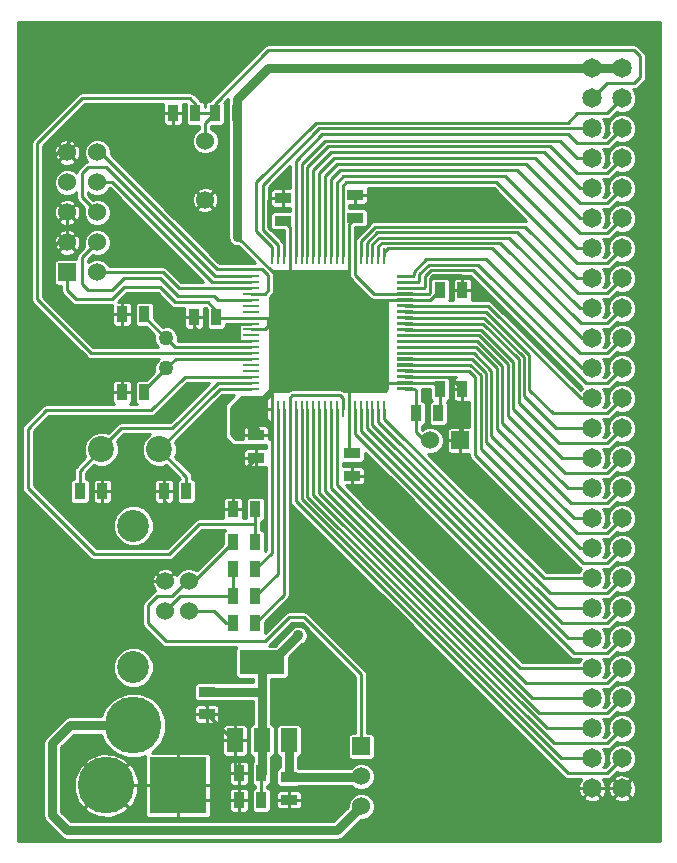
<source format=gtl>
G04 (created by PCBNEW-RS274X (2011-03-30)-stable) date dom 10 abr 2011 01:24:47 ART*
G01*
G70*
G90*
%MOIN*%
G04 Gerber Fmt 3.4, Leading zero omitted, Abs format*
%FSLAX34Y34*%
G04 APERTURE LIST*
%ADD10C,0.006000*%
%ADD11R,0.055000X0.010500*%
%ADD12R,0.010500X0.055000*%
%ADD13C,0.050000*%
%ADD14R,0.035000X0.055000*%
%ADD15R,0.055000X0.035000*%
%ADD16C,0.060000*%
%ADD17R,0.060000X0.060000*%
%ADD18C,0.106300*%
%ADD19R,0.150000X0.080000*%
%ADD20R,0.055000X0.080000*%
%ADD21C,0.065000*%
%ADD22C,0.189000*%
%ADD23R,0.189000X0.189000*%
%ADD24C,0.086600*%
%ADD25C,0.035000*%
%ADD26C,0.045000*%
%ADD27C,0.031500*%
%ADD28C,0.010000*%
G04 APERTURE END LIST*
G54D10*
G54D11*
X15541Y-13728D03*
G54D12*
X16228Y-18159D03*
G54D10*
G36*
X20384Y-17420D02*
X20934Y-17420D01*
X20934Y-17524D01*
X20384Y-17524D01*
X20384Y-17420D01*
X20384Y-17420D01*
G37*
G54D12*
X19972Y-13041D03*
G54D11*
X15541Y-13925D03*
G54D12*
X16425Y-18159D03*
G54D10*
G36*
X20384Y-17223D02*
X20934Y-17223D01*
X20934Y-17327D01*
X20384Y-17327D01*
X20384Y-17223D01*
X20384Y-17223D01*
G37*
G54D12*
X19775Y-13041D03*
G54D11*
X15541Y-14122D03*
G54D12*
X16622Y-18159D03*
G54D10*
G36*
X20384Y-17026D02*
X20934Y-17026D01*
X20934Y-17130D01*
X20384Y-17130D01*
X20384Y-17026D01*
X20384Y-17026D01*
G37*
G54D12*
X19578Y-13041D03*
G54D11*
X15541Y-14319D03*
G54D12*
X16819Y-18159D03*
G54D10*
G36*
X20384Y-16829D02*
X20934Y-16829D01*
X20934Y-16933D01*
X20384Y-16933D01*
X20384Y-16829D01*
X20384Y-16829D01*
G37*
G54D12*
X19381Y-13041D03*
G54D11*
X15541Y-14516D03*
G54D12*
X17016Y-18159D03*
G54D10*
G36*
X20384Y-16632D02*
X20934Y-16632D01*
X20934Y-16736D01*
X20384Y-16736D01*
X20384Y-16632D01*
X20384Y-16632D01*
G37*
G54D12*
X19184Y-13041D03*
G54D11*
X15541Y-14713D03*
G54D12*
X17213Y-18159D03*
G54D10*
G36*
X20384Y-16435D02*
X20934Y-16435D01*
X20934Y-16539D01*
X20384Y-16539D01*
X20384Y-16435D01*
X20384Y-16435D01*
G37*
G54D12*
X18987Y-13041D03*
G54D11*
X15541Y-14910D03*
G54D12*
X17410Y-18159D03*
G54D10*
G36*
X20384Y-16238D02*
X20934Y-16238D01*
X20934Y-16342D01*
X20384Y-16342D01*
X20384Y-16238D01*
X20384Y-16238D01*
G37*
G54D12*
X18790Y-13041D03*
G54D11*
X15541Y-15107D03*
G54D12*
X17607Y-18159D03*
G54D10*
G36*
X20384Y-16041D02*
X20934Y-16041D01*
X20934Y-16145D01*
X20384Y-16145D01*
X20384Y-16041D01*
X20384Y-16041D01*
G37*
G54D12*
X18593Y-13041D03*
G54D11*
X15541Y-15304D03*
G54D12*
X17804Y-18159D03*
G54D10*
G36*
X20384Y-15844D02*
X20934Y-15844D01*
X20934Y-15948D01*
X20384Y-15948D01*
X20384Y-15844D01*
X20384Y-15844D01*
G37*
G54D12*
X18396Y-13041D03*
G54D11*
X15541Y-15501D03*
G54D12*
X18001Y-18159D03*
G54D10*
G36*
X20384Y-15647D02*
X20934Y-15647D01*
X20934Y-15751D01*
X20384Y-15751D01*
X20384Y-15647D01*
X20384Y-15647D01*
G37*
G54D12*
X18199Y-13041D03*
G54D11*
X15541Y-15698D03*
G54D12*
X18198Y-18159D03*
G54D10*
G36*
X20384Y-15450D02*
X20934Y-15450D01*
X20934Y-15554D01*
X20384Y-15554D01*
X20384Y-15450D01*
X20384Y-15450D01*
G37*
G54D12*
X18002Y-13041D03*
G54D11*
X15541Y-15895D03*
G54D12*
X18395Y-18159D03*
G54D10*
G36*
X20384Y-15253D02*
X20934Y-15253D01*
X20934Y-15357D01*
X20384Y-15357D01*
X20384Y-15253D01*
X20384Y-15253D01*
G37*
G54D12*
X17805Y-13041D03*
G54D11*
X15541Y-16092D03*
G54D12*
X18592Y-18159D03*
G54D10*
G36*
X20384Y-15056D02*
X20934Y-15056D01*
X20934Y-15160D01*
X20384Y-15160D01*
X20384Y-15056D01*
X20384Y-15056D01*
G37*
G54D12*
X17608Y-13041D03*
G54D11*
X15541Y-16289D03*
G54D12*
X18789Y-18159D03*
G54D10*
G36*
X20384Y-14859D02*
X20934Y-14859D01*
X20934Y-14963D01*
X20384Y-14963D01*
X20384Y-14859D01*
X20384Y-14859D01*
G37*
G54D12*
X17411Y-13041D03*
G54D11*
X15541Y-16486D03*
G54D12*
X18986Y-18159D03*
G54D10*
G36*
X20384Y-14662D02*
X20934Y-14662D01*
X20934Y-14766D01*
X20384Y-14766D01*
X20384Y-14662D01*
X20384Y-14662D01*
G37*
G54D12*
X17214Y-13041D03*
G54D11*
X15541Y-16683D03*
G54D12*
X19183Y-18159D03*
G54D10*
G36*
X20384Y-14465D02*
X20934Y-14465D01*
X20934Y-14569D01*
X20384Y-14569D01*
X20384Y-14465D01*
X20384Y-14465D01*
G37*
G54D12*
X17017Y-13041D03*
G54D11*
X15541Y-16880D03*
G54D12*
X19380Y-18159D03*
G54D10*
G36*
X20384Y-14268D02*
X20934Y-14268D01*
X20934Y-14372D01*
X20384Y-14372D01*
X20384Y-14268D01*
X20384Y-14268D01*
G37*
G54D12*
X16820Y-13041D03*
G54D11*
X15541Y-17077D03*
G54D12*
X19577Y-18159D03*
G54D10*
G36*
X20384Y-14071D02*
X20934Y-14071D01*
X20934Y-14175D01*
X20384Y-14175D01*
X20384Y-14071D01*
X20384Y-14071D01*
G37*
G54D12*
X16623Y-13041D03*
G54D11*
X15541Y-17274D03*
G54D12*
X19774Y-18159D03*
G54D10*
G36*
X20384Y-13874D02*
X20934Y-13874D01*
X20934Y-13978D01*
X20384Y-13978D01*
X20384Y-13874D01*
X20384Y-13874D01*
G37*
G54D12*
X16426Y-13041D03*
G54D11*
X15541Y-17471D03*
G54D12*
X19971Y-18159D03*
G54D10*
G36*
X20384Y-13677D02*
X20934Y-13677D01*
X20934Y-13781D01*
X20384Y-13781D01*
X20384Y-13677D01*
X20384Y-13677D01*
G37*
G54D12*
X16229Y-13041D03*
G54D13*
X12700Y-16800D03*
X12700Y-15800D03*
G54D14*
X14325Y-08300D03*
X15075Y-08300D03*
X13625Y-15100D03*
X14375Y-15100D03*
X22575Y-17500D03*
X21825Y-17500D03*
X22575Y-14200D03*
X21825Y-14200D03*
G54D15*
X19000Y-11025D03*
X19000Y-11775D03*
X16600Y-11125D03*
X16600Y-11875D03*
X18900Y-20375D03*
X18900Y-19625D03*
X15700Y-19775D03*
X15700Y-19025D03*
G54D14*
X10575Y-20900D03*
X09825Y-20900D03*
X12625Y-20900D03*
X13375Y-20900D03*
X11225Y-15000D03*
X11975Y-15000D03*
X11225Y-17600D03*
X11975Y-17600D03*
X13675Y-08300D03*
X12925Y-08300D03*
G54D16*
X14000Y-09216D03*
X14000Y-11184D03*
G54D17*
X09400Y-13600D03*
G54D16*
X10400Y-13600D03*
X09400Y-12600D03*
X10400Y-12600D03*
X09400Y-11600D03*
X10400Y-11600D03*
X09400Y-10600D03*
X10400Y-10600D03*
X09400Y-09600D03*
X10400Y-09600D03*
G54D14*
X14925Y-21500D03*
X15675Y-21500D03*
X14925Y-22600D03*
X15675Y-22600D03*
G54D16*
X13450Y-23900D03*
X13450Y-24900D03*
X12663Y-24900D03*
X12663Y-23900D03*
G54D18*
X11600Y-22038D03*
X11600Y-26762D03*
G54D14*
X14925Y-24400D03*
X15675Y-24400D03*
X14925Y-25300D03*
X15675Y-25300D03*
X14925Y-23500D03*
X15675Y-23500D03*
G54D15*
X16800Y-30425D03*
X16800Y-31175D03*
G54D14*
X15875Y-31200D03*
X15125Y-31200D03*
X15875Y-30300D03*
X15125Y-30300D03*
G54D19*
X15900Y-26600D03*
G54D20*
X15900Y-29200D03*
X16800Y-29200D03*
X15000Y-29200D03*
G54D21*
X27900Y-18800D03*
X26900Y-18800D03*
X27900Y-17800D03*
X26900Y-17800D03*
X27900Y-16800D03*
X26900Y-16800D03*
X26900Y-13800D03*
X27900Y-13800D03*
X26900Y-14800D03*
X27900Y-14800D03*
X26900Y-15800D03*
X27900Y-15800D03*
X27900Y-09800D03*
X26900Y-09800D03*
X27900Y-08800D03*
X26900Y-08800D03*
X26900Y-10800D03*
X27900Y-10800D03*
X26900Y-11800D03*
X27900Y-11800D03*
X26900Y-12800D03*
X27900Y-12800D03*
X27900Y-24800D03*
X26900Y-24800D03*
X27900Y-23800D03*
X26900Y-23800D03*
X27900Y-22800D03*
X26900Y-22800D03*
X26900Y-19800D03*
X27900Y-19800D03*
X26900Y-20800D03*
X27900Y-20800D03*
X26900Y-21800D03*
X27900Y-21800D03*
X27900Y-27800D03*
X26900Y-27800D03*
X27900Y-26800D03*
X26900Y-26800D03*
X27900Y-25800D03*
X26900Y-25800D03*
X26900Y-06800D03*
X27900Y-06800D03*
X26900Y-07800D03*
X27900Y-07800D03*
X26900Y-28800D03*
X27900Y-28800D03*
X26900Y-29800D03*
X27900Y-29800D03*
X26900Y-30800D03*
X27900Y-30800D03*
G54D22*
X10700Y-30700D03*
G54D23*
X13100Y-30700D03*
G54D22*
X11600Y-28700D03*
G54D17*
X22500Y-19200D03*
G54D16*
X21500Y-19200D03*
G54D15*
X14050Y-27575D03*
X14050Y-28325D03*
G54D14*
X21025Y-18300D03*
X21775Y-18300D03*
G54D17*
X19200Y-29400D03*
G54D16*
X19200Y-30400D03*
X19200Y-31400D03*
G54D24*
X10535Y-19500D03*
X12465Y-19500D03*
G54D25*
X17100Y-25700D03*
X15200Y-18400D03*
X16600Y-10500D03*
X23100Y-14300D03*
X10200Y-15000D03*
X10200Y-17600D03*
X17000Y-21700D03*
X22800Y-20300D03*
X19600Y-20300D03*
G54D26*
X15125Y-20350D03*
G54D27*
X27900Y-06800D02*
X26900Y-06800D01*
X26900Y-06800D02*
X17700Y-06800D01*
X17700Y-06800D02*
X16100Y-06800D01*
X16100Y-06800D02*
X15075Y-07825D01*
X15075Y-07825D02*
X15075Y-08300D01*
G54D28*
X16820Y-13600D02*
X16256Y-13600D01*
G54D27*
X15075Y-12419D02*
X15075Y-08300D01*
G54D28*
X16256Y-13600D02*
X15075Y-12419D01*
G54D27*
X15700Y-19025D02*
X15700Y-18900D01*
X16200Y-26600D02*
X15900Y-26600D01*
X17100Y-25700D02*
X16200Y-26600D01*
X15700Y-18900D02*
X15200Y-18400D01*
G54D28*
X16228Y-19000D02*
X16228Y-22947D01*
X16228Y-22947D02*
X15675Y-23500D01*
X21825Y-17500D02*
X21825Y-18250D01*
X21825Y-18250D02*
X21775Y-18300D01*
G54D27*
X14050Y-27575D02*
X15900Y-27575D01*
X15900Y-27575D02*
X15875Y-27550D01*
X15875Y-27550D02*
X15850Y-27550D01*
X15850Y-27550D02*
X15900Y-27550D01*
G54D28*
X18790Y-13041D02*
X18790Y-11985D01*
X18790Y-11985D02*
X19000Y-11775D01*
X18789Y-18159D02*
X18789Y-19514D01*
X18789Y-19514D02*
X18900Y-19625D01*
X20659Y-17275D02*
X21600Y-17275D01*
X21600Y-17275D02*
X21825Y-17500D01*
X20659Y-14517D02*
X21508Y-14517D01*
X21508Y-14517D02*
X21825Y-14200D01*
X16820Y-13041D02*
X16820Y-12095D01*
X16820Y-12095D02*
X16600Y-11875D01*
X15541Y-15107D02*
X14382Y-15107D01*
X14382Y-15107D02*
X14375Y-15100D01*
X16228Y-18159D02*
X16228Y-17372D01*
X16228Y-17372D02*
X18100Y-15500D01*
X18099Y-15501D02*
X18100Y-15500D01*
X16820Y-13041D02*
X16820Y-13600D01*
X16820Y-13600D02*
X16820Y-14222D01*
X16820Y-14222D02*
X18099Y-15501D01*
X18790Y-13041D02*
X18790Y-14810D01*
X18790Y-14810D02*
X18099Y-15501D01*
X20659Y-14517D02*
X19083Y-14517D01*
X19083Y-14517D02*
X18099Y-15501D01*
X20659Y-17275D02*
X19873Y-17275D01*
X19873Y-17275D02*
X18099Y-15501D01*
X18789Y-18159D02*
X18789Y-16191D01*
X18789Y-16191D02*
X18099Y-15501D01*
X15541Y-15107D02*
X16100Y-15107D01*
X16100Y-15107D02*
X17707Y-15107D01*
X17707Y-15107D02*
X18100Y-15500D01*
X18099Y-15501D02*
X18100Y-15500D01*
X15541Y-15501D02*
X15999Y-15501D01*
X16100Y-15400D02*
X16100Y-15107D01*
X15999Y-15501D02*
X16100Y-15400D01*
X16228Y-18159D02*
X16228Y-19000D01*
X15700Y-19025D02*
X16228Y-19025D01*
X16200Y-19000D02*
X16228Y-19000D01*
X16203Y-19000D02*
X16200Y-19000D01*
X16228Y-19025D02*
X16203Y-19000D01*
X14375Y-15100D02*
X14375Y-14875D01*
X09400Y-14200D02*
X09400Y-13600D01*
X09700Y-14500D02*
X09400Y-14200D01*
X10900Y-14500D02*
X09700Y-14500D01*
X11300Y-14100D02*
X10900Y-14500D01*
X12500Y-14100D02*
X11300Y-14100D01*
X13000Y-14600D02*
X12500Y-14100D01*
X14100Y-14600D02*
X13000Y-14600D01*
X14375Y-14875D02*
X14100Y-14600D01*
X15875Y-31200D02*
X15875Y-30300D01*
G54D27*
X15875Y-30300D02*
X15900Y-30275D01*
X15900Y-30275D02*
X15900Y-27550D01*
X15900Y-27550D02*
X15900Y-26600D01*
G54D28*
X15875Y-30300D02*
X15875Y-29225D01*
X15875Y-29225D02*
X15900Y-29200D01*
X19380Y-18159D02*
X19380Y-18780D01*
X27400Y-25300D02*
X27900Y-24800D01*
X25900Y-25300D02*
X27400Y-25300D01*
X19380Y-18780D02*
X25900Y-25300D01*
X19577Y-18159D02*
X19577Y-18677D01*
X25700Y-24800D02*
X26900Y-24800D01*
X19577Y-18677D02*
X25700Y-24800D01*
X19774Y-18159D02*
X19774Y-18574D01*
X27400Y-24300D02*
X27900Y-23800D01*
X25500Y-24300D02*
X27400Y-24300D01*
X19774Y-18574D02*
X25500Y-24300D01*
X19971Y-18159D02*
X19971Y-18471D01*
X25300Y-23800D02*
X26900Y-23800D01*
X19971Y-18471D02*
X25300Y-23800D01*
X20659Y-16290D02*
X22958Y-16290D01*
X26300Y-21800D02*
X26900Y-21800D01*
X23543Y-19043D02*
X26300Y-21800D01*
X23543Y-16875D02*
X23543Y-19043D01*
X22958Y-16290D02*
X23543Y-16875D01*
X20659Y-16093D02*
X23017Y-16093D01*
X27400Y-21300D02*
X27900Y-20800D01*
X26200Y-21300D02*
X27400Y-21300D01*
X23724Y-18824D02*
X26200Y-21300D01*
X23724Y-16800D02*
X23724Y-18824D01*
X23017Y-16093D02*
X23724Y-16800D01*
X20659Y-16487D02*
X22899Y-16487D01*
X27400Y-22300D02*
X27900Y-21800D01*
X26400Y-22300D02*
X27400Y-22300D01*
X23362Y-19262D02*
X26400Y-22300D01*
X23362Y-16950D02*
X23362Y-19262D01*
X22899Y-16487D02*
X23362Y-16950D01*
X20659Y-16684D02*
X22840Y-16684D01*
X26500Y-22800D02*
X26900Y-22800D01*
X23181Y-19481D02*
X26500Y-22800D01*
X23181Y-17025D02*
X23181Y-19481D01*
X22840Y-16684D02*
X23181Y-17025D01*
X16426Y-13041D02*
X16426Y-12682D01*
X17800Y-08800D02*
X26900Y-08800D01*
X15919Y-10681D02*
X17800Y-08800D01*
X15919Y-12175D02*
X15919Y-10681D01*
X16426Y-12682D02*
X15919Y-12175D01*
X20659Y-16881D02*
X22781Y-16881D01*
X27400Y-23300D02*
X27900Y-22800D01*
X26600Y-23300D02*
X27400Y-23300D01*
X23000Y-19700D02*
X26600Y-23300D01*
X23000Y-17100D02*
X23000Y-19700D01*
X22781Y-16881D02*
X23000Y-17100D01*
X16229Y-13041D02*
X16229Y-12741D01*
X27400Y-08300D02*
X27900Y-07800D01*
X26400Y-08300D02*
X27400Y-08300D01*
X26081Y-08619D02*
X26400Y-08300D01*
X17681Y-08619D02*
X26081Y-08619D01*
X15700Y-10600D02*
X17681Y-08619D01*
X15700Y-12212D02*
X15700Y-10600D01*
X16229Y-12741D02*
X15700Y-12212D01*
X19381Y-13041D02*
X19381Y-12607D01*
X27400Y-14300D02*
X27900Y-13800D01*
X26436Y-14300D02*
X27400Y-14300D01*
X24393Y-12257D02*
X26436Y-14300D01*
X19731Y-12257D02*
X24393Y-12257D01*
X19381Y-12607D02*
X19731Y-12257D01*
X19578Y-13041D02*
X19578Y-12666D01*
X26480Y-14800D02*
X26900Y-14800D01*
X24118Y-12438D02*
X26480Y-14800D01*
X19806Y-12438D02*
X24118Y-12438D01*
X19578Y-12666D02*
X19806Y-12438D01*
X19775Y-13041D02*
X19775Y-12725D01*
X27400Y-15300D02*
X27900Y-14800D01*
X26524Y-15300D02*
X27400Y-15300D01*
X23843Y-12619D02*
X26524Y-15300D01*
X19881Y-12619D02*
X23843Y-12619D01*
X19775Y-12725D02*
X19881Y-12619D01*
X19972Y-13041D02*
X19972Y-12928D01*
X26568Y-15800D02*
X26900Y-15800D01*
X23568Y-12800D02*
X26568Y-15800D01*
X20100Y-12800D02*
X23568Y-12800D01*
X19972Y-12928D02*
X20100Y-12800D01*
X17017Y-13041D02*
X17017Y-09883D01*
X27400Y-09300D02*
X27900Y-08800D01*
X26400Y-09300D02*
X27400Y-09300D01*
X26100Y-09000D02*
X26400Y-09300D01*
X17900Y-09000D02*
X26100Y-09000D01*
X17017Y-09883D02*
X17900Y-09000D01*
X17214Y-13041D02*
X17214Y-09986D01*
X26400Y-09800D02*
X26900Y-09800D01*
X25819Y-09219D02*
X26400Y-09800D01*
X17981Y-09219D02*
X25819Y-09219D01*
X17214Y-09986D02*
X17981Y-09219D01*
X18002Y-13041D02*
X18002Y-10398D01*
X26500Y-11800D02*
X26900Y-11800D01*
X24700Y-10000D02*
X26500Y-11800D01*
X18400Y-10000D02*
X24700Y-10000D01*
X18002Y-10398D02*
X18400Y-10000D01*
X18199Y-13041D02*
X18199Y-10501D01*
X27400Y-12300D02*
X27900Y-11800D01*
X26500Y-12300D02*
X27400Y-12300D01*
X24400Y-10200D02*
X26500Y-12300D01*
X18500Y-10200D02*
X24400Y-10200D01*
X18199Y-10501D02*
X18500Y-10200D01*
X18396Y-13041D02*
X18396Y-10604D01*
X26400Y-12800D02*
X26900Y-12800D01*
X24000Y-10400D02*
X26400Y-12800D01*
X18600Y-10400D02*
X24000Y-10400D01*
X18396Y-10604D02*
X18600Y-10400D01*
X17016Y-18159D02*
X17016Y-21216D01*
X27400Y-30300D02*
X27900Y-29800D01*
X26100Y-30300D02*
X27400Y-30300D01*
X17016Y-21216D02*
X26100Y-30300D01*
X17213Y-18159D02*
X17213Y-21137D01*
X25876Y-29800D02*
X26900Y-29800D01*
X17213Y-21137D02*
X25876Y-29800D01*
X17410Y-18159D02*
X17410Y-21078D01*
X27400Y-29300D02*
X27900Y-28800D01*
X25632Y-29300D02*
X27400Y-29300D01*
X17410Y-21078D02*
X25632Y-29300D01*
X17607Y-18159D02*
X17607Y-21019D01*
X25388Y-28800D02*
X26900Y-28800D01*
X17607Y-21019D02*
X25388Y-28800D01*
X17804Y-18159D02*
X17804Y-20960D01*
X27400Y-28300D02*
X27900Y-27800D01*
X25144Y-28300D02*
X27400Y-28300D01*
X17804Y-20960D02*
X25144Y-28300D01*
X18001Y-18159D02*
X18001Y-20901D01*
X24900Y-27800D02*
X26900Y-27800D01*
X18001Y-20901D02*
X24900Y-27800D01*
X18198Y-18159D02*
X18198Y-20798D01*
X27400Y-27300D02*
X27900Y-26800D01*
X24700Y-27300D02*
X27400Y-27300D01*
X18198Y-20798D02*
X24700Y-27300D01*
X18395Y-18159D02*
X18395Y-20695D01*
X24500Y-26800D02*
X26900Y-26800D01*
X18395Y-20695D02*
X24500Y-26800D01*
X18986Y-18159D02*
X18986Y-18986D01*
X27400Y-26300D02*
X27900Y-25800D01*
X26300Y-26300D02*
X27400Y-26300D01*
X18986Y-18986D02*
X26300Y-26300D01*
X19183Y-18159D02*
X19183Y-18883D01*
X26100Y-25800D02*
X26900Y-25800D01*
X19183Y-18883D02*
X26100Y-25800D01*
X17411Y-13041D02*
X17411Y-10089D01*
X27400Y-10300D02*
X27900Y-09800D01*
X26400Y-10300D02*
X27400Y-10300D01*
X25500Y-09400D02*
X26400Y-10300D01*
X18100Y-09400D02*
X25500Y-09400D01*
X17411Y-10089D02*
X18100Y-09400D01*
X17608Y-13041D02*
X17608Y-10192D01*
X26500Y-10800D02*
X26900Y-10800D01*
X25300Y-09600D02*
X26500Y-10800D01*
X18200Y-09600D02*
X25300Y-09600D01*
X17608Y-10192D02*
X18200Y-09600D01*
X17805Y-13041D02*
X17805Y-10295D01*
X27400Y-11300D02*
X27900Y-10800D01*
X26500Y-11300D02*
X27400Y-11300D01*
X25000Y-09800D02*
X26500Y-11300D01*
X18300Y-09800D02*
X25000Y-09800D01*
X17805Y-10295D02*
X18300Y-09800D01*
X20659Y-13729D02*
X20928Y-13729D01*
X27400Y-16300D02*
X27900Y-15800D01*
X26512Y-16300D02*
X27400Y-16300D01*
X23369Y-13157D02*
X26512Y-16300D01*
X21375Y-13157D02*
X23369Y-13157D01*
X20957Y-13575D02*
X21375Y-13157D01*
X20957Y-13700D02*
X20957Y-13575D01*
X20928Y-13729D02*
X20957Y-13700D01*
X20659Y-13926D02*
X21112Y-13926D01*
X26556Y-16800D02*
X26900Y-16800D01*
X23094Y-13338D02*
X26556Y-16800D01*
X21450Y-13338D02*
X23094Y-13338D01*
X21138Y-13650D02*
X21450Y-13338D01*
X21138Y-13900D02*
X21138Y-13650D01*
X21112Y-13926D02*
X21138Y-13900D01*
X20659Y-14123D02*
X21296Y-14123D01*
X27400Y-17300D02*
X27900Y-16800D01*
X26700Y-17300D02*
X27400Y-17300D01*
X22919Y-13519D02*
X26700Y-17300D01*
X21525Y-13519D02*
X22919Y-13519D01*
X21319Y-13725D02*
X21525Y-13519D01*
X21319Y-14100D02*
X21319Y-13725D01*
X21296Y-14123D02*
X21319Y-14100D01*
X20659Y-14714D02*
X23430Y-14714D01*
X26516Y-17800D02*
X26900Y-17800D01*
X23430Y-14714D02*
X26516Y-17800D01*
X20659Y-14911D02*
X23371Y-14911D01*
X27400Y-18300D02*
X27900Y-17800D01*
X25600Y-18300D02*
X27400Y-18300D01*
X24810Y-17510D02*
X25600Y-18300D01*
X24810Y-16350D02*
X24810Y-17510D01*
X23371Y-14911D02*
X24810Y-16350D01*
X20659Y-15108D02*
X23312Y-15108D01*
X25700Y-18800D02*
X26900Y-18800D01*
X24629Y-17729D02*
X25700Y-18800D01*
X24629Y-16425D02*
X24629Y-17729D01*
X23312Y-15108D02*
X24629Y-16425D01*
X20659Y-15305D02*
X23253Y-15305D01*
X27400Y-19300D02*
X27900Y-18800D01*
X25800Y-19300D02*
X27400Y-19300D01*
X24448Y-17948D02*
X25800Y-19300D01*
X24448Y-16500D02*
X24448Y-17948D01*
X23253Y-15305D02*
X24448Y-16500D01*
X20659Y-15502D02*
X23194Y-15502D01*
X25900Y-19800D02*
X26900Y-19800D01*
X24267Y-18167D02*
X25900Y-19800D01*
X24267Y-16575D02*
X24267Y-18167D01*
X23194Y-15502D02*
X24267Y-16575D01*
X20659Y-15699D02*
X23135Y-15699D01*
X27400Y-20300D02*
X27900Y-19800D01*
X26000Y-20300D02*
X27400Y-20300D01*
X24086Y-18386D02*
X26000Y-20300D01*
X24086Y-16650D02*
X24086Y-18386D01*
X23135Y-15699D02*
X24086Y-16650D01*
X20659Y-15896D02*
X23076Y-15896D01*
X26100Y-20800D02*
X26900Y-20800D01*
X23905Y-18605D02*
X26100Y-20800D01*
X23905Y-16725D02*
X23905Y-18605D01*
X23076Y-15896D02*
X23905Y-16725D01*
X19184Y-13041D02*
X19184Y-12548D01*
X26392Y-13800D02*
X26900Y-13800D01*
X24668Y-12076D02*
X26392Y-13800D01*
X19656Y-12076D02*
X24668Y-12076D01*
X19184Y-12548D02*
X19656Y-12076D01*
X18593Y-13041D02*
X18593Y-10707D01*
X27400Y-13300D02*
X27900Y-12800D01*
X26400Y-13300D02*
X27400Y-13300D01*
X23700Y-10600D02*
X26400Y-13300D01*
X18700Y-10600D02*
X23700Y-10600D01*
X18593Y-10707D02*
X18700Y-10600D01*
X26900Y-07800D02*
X27400Y-07300D01*
X14325Y-07975D02*
X14325Y-08300D01*
X16100Y-06200D02*
X14325Y-07975D01*
X28300Y-06200D02*
X16100Y-06200D01*
X28500Y-06400D02*
X28300Y-06200D01*
X28500Y-07100D02*
X28500Y-06400D01*
X28300Y-07300D02*
X28500Y-07100D01*
X28100Y-07300D02*
X28300Y-07300D01*
X27400Y-07300D02*
X28100Y-07300D01*
X14000Y-09216D02*
X14000Y-08625D01*
X14000Y-08625D02*
X14325Y-08300D01*
X14325Y-08300D02*
X13675Y-08300D01*
X15541Y-16289D02*
X10189Y-16289D01*
X13675Y-07975D02*
X13675Y-08300D01*
X13500Y-07800D02*
X13675Y-07975D01*
X09900Y-07800D02*
X13500Y-07800D01*
X08400Y-09300D02*
X09900Y-07800D01*
X08400Y-14500D02*
X08400Y-09300D01*
X10189Y-16289D02*
X08400Y-14500D01*
X18987Y-13041D02*
X18987Y-13687D01*
X19620Y-14320D02*
X19400Y-14100D01*
X19620Y-14320D02*
X20659Y-14320D01*
X18987Y-13687D02*
X19400Y-14100D01*
X27900Y-30800D02*
X26100Y-30800D01*
X26100Y-30800D02*
X17000Y-21700D01*
X27900Y-30800D02*
X26900Y-30800D01*
X16600Y-11125D02*
X16600Y-10500D01*
X22575Y-14200D02*
X23000Y-14200D01*
X23000Y-14200D02*
X23100Y-14300D01*
X12625Y-20900D02*
X12625Y-21225D01*
X12900Y-21500D02*
X14925Y-21500D01*
X12625Y-21225D02*
X12900Y-21500D01*
X14925Y-21500D02*
X14925Y-20550D01*
X14925Y-20550D02*
X15125Y-20350D01*
X16819Y-18159D02*
X16819Y-21519D01*
X16819Y-21519D02*
X17000Y-21700D01*
X16800Y-31175D02*
X16800Y-31500D01*
X15125Y-31625D02*
X15125Y-31200D01*
X15300Y-31800D02*
X15125Y-31625D01*
X16500Y-31800D02*
X15300Y-31800D01*
X16800Y-31500D02*
X16500Y-31800D01*
X10700Y-30700D02*
X13100Y-30700D01*
X13100Y-30700D02*
X13600Y-31200D01*
X13600Y-31200D02*
X15125Y-31200D01*
X22500Y-19200D02*
X22500Y-20000D01*
X22500Y-20000D02*
X22800Y-20300D01*
X22575Y-17500D02*
X22575Y-19125D01*
X22575Y-19125D02*
X22500Y-19200D01*
X15000Y-29200D02*
X14925Y-29200D01*
X14925Y-29200D02*
X14050Y-28325D01*
X19500Y-11400D02*
X19500Y-11100D01*
X19500Y-11100D02*
X19425Y-11025D01*
X19425Y-11025D02*
X19000Y-11025D01*
X18987Y-13041D02*
X18987Y-12489D01*
X19500Y-11976D02*
X19500Y-11400D01*
X18987Y-12489D02*
X19500Y-11976D01*
X18900Y-20375D02*
X19575Y-20375D01*
X19575Y-20375D02*
X19600Y-20350D01*
X19600Y-20350D02*
X19600Y-20300D01*
X20659Y-14320D02*
X21450Y-14320D01*
X21450Y-14320D02*
X21500Y-14270D01*
X21500Y-14270D02*
X21500Y-13800D01*
X21500Y-13800D02*
X21600Y-13700D01*
X21600Y-13700D02*
X22500Y-13700D01*
X22500Y-13700D02*
X22575Y-13775D01*
X22575Y-13775D02*
X22575Y-14200D01*
X20659Y-17078D02*
X22153Y-17078D01*
X22153Y-17078D02*
X22575Y-17500D01*
X16623Y-13041D02*
X16623Y-12323D01*
X16623Y-12323D02*
X16500Y-12200D01*
X16500Y-12200D02*
X16200Y-12200D01*
X16200Y-12200D02*
X16100Y-12100D01*
X16100Y-12100D02*
X16100Y-11500D01*
X16175Y-11125D02*
X16600Y-11125D01*
X16100Y-11500D02*
X16100Y-11200D01*
X16100Y-11200D02*
X16175Y-11125D01*
X10575Y-20900D02*
X11600Y-20900D01*
X11600Y-20900D02*
X12625Y-20900D01*
X15541Y-15304D02*
X14896Y-15304D01*
X13625Y-15425D02*
X13625Y-15100D01*
X13800Y-15600D02*
X13625Y-15425D01*
X14600Y-15600D02*
X13800Y-15600D01*
X14896Y-15304D02*
X14600Y-15600D01*
X12925Y-08300D02*
X12925Y-09100D01*
X12925Y-09100D02*
X12925Y-10109D01*
X15541Y-15895D02*
X14895Y-15895D01*
X14895Y-15895D02*
X14600Y-15600D01*
X13625Y-15100D02*
X13200Y-15100D01*
X11225Y-14575D02*
X11225Y-15000D01*
X11400Y-14400D02*
X11225Y-14575D01*
X12500Y-14400D02*
X11400Y-14400D01*
X13200Y-15100D02*
X12500Y-14400D01*
X16819Y-18159D02*
X16819Y-17781D01*
X18592Y-17792D02*
X18592Y-18159D01*
X18500Y-17700D02*
X18592Y-17792D01*
X16900Y-17700D02*
X17600Y-17700D01*
X17600Y-17700D02*
X18500Y-17700D01*
X16819Y-17781D02*
X16900Y-17700D01*
X09400Y-12600D02*
X09400Y-11600D01*
X09400Y-11600D02*
X08800Y-11000D01*
X08800Y-11000D02*
X08800Y-09900D01*
X08800Y-09900D02*
X09100Y-09600D01*
X09100Y-09600D02*
X09400Y-09600D01*
X09400Y-09600D02*
X09400Y-09300D01*
X12900Y-09100D02*
X12925Y-09100D01*
X09600Y-09100D02*
X12900Y-09100D01*
X09400Y-09300D02*
X09600Y-09100D01*
X12925Y-10109D02*
X14000Y-11184D01*
X11225Y-15000D02*
X10200Y-15000D01*
X10200Y-15000D02*
X09400Y-15000D01*
X09400Y-15000D02*
X08700Y-14300D01*
X08700Y-14300D02*
X08700Y-13000D01*
X08700Y-13000D02*
X09100Y-12600D01*
X09100Y-12600D02*
X09400Y-12600D01*
X12663Y-23900D02*
X12000Y-23900D01*
X12000Y-23900D02*
X11900Y-23900D01*
X07900Y-21300D02*
X07900Y-18300D01*
X07900Y-18300D02*
X08600Y-17600D01*
X08600Y-17600D02*
X10200Y-17600D01*
X10500Y-23900D02*
X07900Y-21300D01*
X11900Y-23900D02*
X10500Y-23900D01*
X10200Y-17600D02*
X11225Y-17600D01*
X15125Y-20350D02*
X15700Y-19775D01*
X15125Y-31200D02*
X15125Y-30300D01*
X15000Y-29200D02*
X15000Y-30175D01*
X15000Y-30175D02*
X15125Y-30300D01*
X14925Y-23500D02*
X14925Y-24400D01*
X14925Y-24400D02*
X13163Y-24400D01*
X13163Y-24400D02*
X12663Y-24900D01*
X13450Y-24900D02*
X14300Y-24900D01*
X14700Y-25300D02*
X14925Y-25300D01*
X14300Y-24900D02*
X14700Y-25300D01*
X16622Y-18159D02*
X16622Y-24353D01*
X16622Y-24353D02*
X15675Y-25300D01*
X16425Y-18159D02*
X16425Y-23650D01*
X16425Y-23650D02*
X15675Y-24400D01*
X15541Y-14516D02*
X14416Y-14516D01*
X09900Y-13100D02*
X10400Y-12600D01*
X09900Y-14000D02*
X09900Y-13100D01*
X10100Y-14200D02*
X09900Y-14000D01*
X10900Y-14200D02*
X10100Y-14200D01*
X11300Y-13800D02*
X10900Y-14200D01*
X12500Y-13800D02*
X11300Y-13800D01*
X13100Y-14400D02*
X12500Y-13800D01*
X14300Y-14400D02*
X13100Y-14400D01*
X14416Y-14516D02*
X14300Y-14400D01*
X15541Y-13925D02*
X14225Y-13925D01*
X10900Y-10600D02*
X10400Y-10600D01*
X14225Y-13925D02*
X10900Y-10600D01*
X15541Y-17471D02*
X14485Y-17471D01*
X12465Y-19491D02*
X12465Y-19500D01*
X14485Y-17471D02*
X12465Y-19491D01*
X13375Y-20900D02*
X13375Y-20410D01*
X13375Y-20410D02*
X12465Y-19500D01*
X10535Y-19500D02*
X10535Y-19465D01*
X14426Y-17274D02*
X15541Y-17274D01*
X12900Y-18800D02*
X14426Y-17274D01*
X11200Y-18800D02*
X12900Y-18800D01*
X10535Y-19465D02*
X11200Y-18800D01*
X09825Y-20900D02*
X09825Y-20210D01*
X09825Y-20210D02*
X10535Y-19500D01*
X15541Y-13728D02*
X14328Y-13728D01*
X09900Y-11100D02*
X10400Y-11600D01*
X09900Y-10300D02*
X09900Y-11100D01*
X10100Y-10100D02*
X09900Y-10300D01*
X10700Y-10100D02*
X10100Y-10100D01*
X14328Y-13728D02*
X10700Y-10100D01*
X15541Y-14122D02*
X13122Y-14122D01*
X12600Y-13600D02*
X10400Y-13600D01*
X13122Y-14122D02*
X12600Y-13600D01*
X15541Y-14319D02*
X15981Y-14319D01*
X10500Y-09600D02*
X10400Y-09600D01*
X14400Y-13500D02*
X10500Y-09600D01*
X15900Y-13500D02*
X14400Y-13500D01*
X16100Y-13700D02*
X15900Y-13500D01*
X16100Y-14200D02*
X16100Y-13700D01*
X15981Y-14319D02*
X16100Y-14200D01*
X15541Y-16486D02*
X13014Y-16486D01*
X11975Y-17600D02*
X11975Y-17525D01*
X13014Y-16486D02*
X12700Y-16800D01*
X11975Y-17525D02*
X12700Y-16800D01*
X12992Y-16092D02*
X12700Y-15800D01*
X11975Y-15075D02*
X12700Y-15800D01*
X15541Y-16092D02*
X12992Y-16092D01*
X11975Y-15000D02*
X11975Y-15075D01*
G54D27*
X16800Y-30425D02*
X19175Y-30425D01*
X19175Y-30425D02*
X19200Y-30400D01*
X16800Y-30425D02*
X16800Y-29200D01*
G54D28*
X15675Y-22000D02*
X13800Y-22000D01*
X13323Y-17077D02*
X15541Y-17077D01*
X12200Y-18200D02*
X13323Y-17077D01*
X08700Y-18200D02*
X12200Y-18200D01*
X08081Y-18819D02*
X08700Y-18200D01*
X08081Y-20781D02*
X08081Y-18819D01*
X10300Y-23000D02*
X08081Y-20781D01*
X12800Y-23000D02*
X10300Y-23000D01*
X13800Y-22000D02*
X12800Y-23000D01*
X15675Y-21500D02*
X15675Y-22000D01*
X15675Y-22000D02*
X15675Y-22600D01*
G54D27*
X11600Y-28700D02*
X09500Y-28700D01*
X08900Y-29300D02*
X08900Y-31700D01*
X08900Y-31700D02*
X09400Y-32200D01*
X09400Y-32200D02*
X18400Y-32200D01*
X18400Y-32200D02*
X19200Y-31400D01*
X09500Y-28700D02*
X08900Y-29300D01*
G54D28*
X21500Y-19200D02*
X21300Y-19200D01*
X21025Y-18925D02*
X21025Y-18300D01*
X21300Y-19200D02*
X21025Y-18925D01*
X21025Y-18300D02*
X21025Y-17525D01*
X20972Y-17472D02*
X20659Y-17472D01*
X21025Y-17525D02*
X20972Y-17472D01*
X19200Y-27000D02*
X19200Y-29400D01*
X17300Y-25100D02*
X19200Y-27000D01*
X16800Y-25100D02*
X17300Y-25100D01*
X16000Y-25900D02*
X16800Y-25100D01*
X12700Y-25900D02*
X16000Y-25900D01*
X12100Y-25300D02*
X12700Y-25900D01*
X12100Y-24700D02*
X12100Y-25300D01*
X12400Y-24400D02*
X12100Y-24700D01*
X12900Y-24400D02*
X12400Y-24400D01*
X13450Y-23900D02*
X13400Y-23900D01*
X13400Y-23900D02*
X12900Y-24400D01*
X13450Y-23900D02*
X13625Y-23900D01*
X13625Y-23900D02*
X14925Y-22600D01*
G54D10*
G36*
X20050Y-17479D02*
X19979Y-17550D01*
X18627Y-17550D01*
X18577Y-17515D01*
X18500Y-17500D01*
X17600Y-17500D01*
X16900Y-17500D01*
X16823Y-17515D01*
X16771Y-17550D01*
X16150Y-17550D01*
X16150Y-17734D01*
X16146Y-17735D01*
X16091Y-17758D01*
X16049Y-17800D01*
X16027Y-17855D01*
X16027Y-17914D01*
X16026Y-18121D01*
X16063Y-18158D01*
X16150Y-18158D01*
X16150Y-18160D01*
X16063Y-18160D01*
X16026Y-18197D01*
X16027Y-18404D01*
X16027Y-18463D01*
X16049Y-18518D01*
X16091Y-18560D01*
X16146Y-18583D01*
X16150Y-18583D01*
X16150Y-19150D01*
X16124Y-19150D01*
X16125Y-19063D01*
X16125Y-18987D01*
X16124Y-18820D01*
X16101Y-18765D01*
X16059Y-18723D01*
X16004Y-18701D01*
X15945Y-18701D01*
X15738Y-18700D01*
X15701Y-18737D01*
X15701Y-19024D01*
X16088Y-19024D01*
X16125Y-18987D01*
X16125Y-19063D01*
X16088Y-19026D01*
X15751Y-19026D01*
X15701Y-19026D01*
X15699Y-19026D01*
X15699Y-19024D01*
X15699Y-18737D01*
X15662Y-18700D01*
X15455Y-18701D01*
X15396Y-18701D01*
X15341Y-18723D01*
X15299Y-18765D01*
X15276Y-18820D01*
X15275Y-18987D01*
X15312Y-19024D01*
X15699Y-19024D01*
X15699Y-19026D01*
X15649Y-19026D01*
X15312Y-19026D01*
X15275Y-19063D01*
X15275Y-19150D01*
X15021Y-19150D01*
X14850Y-18979D01*
X14850Y-18121D01*
X15221Y-17750D01*
X15921Y-17750D01*
X16150Y-17521D01*
X16150Y-14432D01*
X16241Y-14342D01*
X16241Y-14341D01*
X16285Y-14277D01*
X16299Y-14200D01*
X16300Y-14200D01*
X16300Y-13700D01*
X16299Y-13699D01*
X16285Y-13623D01*
X16241Y-13559D01*
X16241Y-13558D01*
X16232Y-13550D01*
X18750Y-13550D01*
X18750Y-13721D01*
X18821Y-13792D01*
X18822Y-13793D01*
X18846Y-13828D01*
X19259Y-14241D01*
X19478Y-14461D01*
X19479Y-14461D01*
X19511Y-14483D01*
X19514Y-14485D01*
X19579Y-14550D01*
X20050Y-14550D01*
X20050Y-17479D01*
X20050Y-17479D01*
G37*
G54D28*
X20050Y-17479D02*
X19979Y-17550D01*
X18627Y-17550D01*
X18577Y-17515D01*
X18500Y-17500D01*
X17600Y-17500D01*
X16900Y-17500D01*
X16823Y-17515D01*
X16771Y-17550D01*
X16150Y-17550D01*
X16150Y-17734D01*
X16146Y-17735D01*
X16091Y-17758D01*
X16049Y-17800D01*
X16027Y-17855D01*
X16027Y-17914D01*
X16026Y-18121D01*
X16063Y-18158D01*
X16150Y-18158D01*
X16150Y-18160D01*
X16063Y-18160D01*
X16026Y-18197D01*
X16027Y-18404D01*
X16027Y-18463D01*
X16049Y-18518D01*
X16091Y-18560D01*
X16146Y-18583D01*
X16150Y-18583D01*
X16150Y-19150D01*
X16124Y-19150D01*
X16125Y-19063D01*
X16125Y-18987D01*
X16124Y-18820D01*
X16101Y-18765D01*
X16059Y-18723D01*
X16004Y-18701D01*
X15945Y-18701D01*
X15738Y-18700D01*
X15701Y-18737D01*
X15701Y-19024D01*
X16088Y-19024D01*
X16125Y-18987D01*
X16125Y-19063D01*
X16088Y-19026D01*
X15751Y-19026D01*
X15701Y-19026D01*
X15699Y-19026D01*
X15699Y-19024D01*
X15699Y-18737D01*
X15662Y-18700D01*
X15455Y-18701D01*
X15396Y-18701D01*
X15341Y-18723D01*
X15299Y-18765D01*
X15276Y-18820D01*
X15275Y-18987D01*
X15312Y-19024D01*
X15699Y-19024D01*
X15699Y-19026D01*
X15649Y-19026D01*
X15312Y-19026D01*
X15275Y-19063D01*
X15275Y-19150D01*
X15021Y-19150D01*
X14850Y-18979D01*
X14850Y-18121D01*
X15221Y-17750D01*
X15921Y-17750D01*
X16150Y-17521D01*
X16150Y-14432D01*
X16241Y-14342D01*
X16241Y-14341D01*
X16285Y-14277D01*
X16299Y-14200D01*
X16300Y-14200D01*
X16300Y-13700D01*
X16299Y-13699D01*
X16285Y-13623D01*
X16241Y-13559D01*
X16241Y-13558D01*
X16232Y-13550D01*
X18750Y-13550D01*
X18750Y-13721D01*
X18821Y-13792D01*
X18822Y-13793D01*
X18846Y-13828D01*
X19259Y-14241D01*
X19478Y-14461D01*
X19479Y-14461D01*
X19511Y-14483D01*
X19514Y-14485D01*
X19579Y-14550D01*
X20050Y-14550D01*
X20050Y-17479D01*
G54D10*
G36*
X15673Y-13300D02*
X14482Y-13300D01*
X14443Y-13260D01*
X14443Y-11113D01*
X14382Y-10949D01*
X14363Y-10921D01*
X14292Y-10893D01*
X14291Y-10894D01*
X14291Y-10892D01*
X14263Y-10821D01*
X14104Y-10748D01*
X13929Y-10741D01*
X13765Y-10802D01*
X13737Y-10821D01*
X13709Y-10892D01*
X14000Y-11183D01*
X14291Y-10892D01*
X14291Y-10894D01*
X14001Y-11184D01*
X14292Y-11475D01*
X14363Y-11447D01*
X14436Y-11288D01*
X14443Y-11113D01*
X14443Y-13260D01*
X14291Y-13108D01*
X14291Y-11476D01*
X14000Y-11185D01*
X13999Y-11186D01*
X13999Y-11184D01*
X13708Y-10893D01*
X13637Y-10921D01*
X13564Y-11080D01*
X13557Y-11255D01*
X13618Y-11419D01*
X13637Y-11447D01*
X13708Y-11475D01*
X13999Y-11184D01*
X13999Y-11186D01*
X13709Y-11476D01*
X13737Y-11547D01*
X13896Y-11620D01*
X14071Y-11627D01*
X14235Y-11566D01*
X14263Y-11547D01*
X14291Y-11476D01*
X14291Y-13108D01*
X13250Y-12067D01*
X13250Y-08338D01*
X13213Y-08301D01*
X12926Y-08301D01*
X12926Y-08688D01*
X12963Y-08725D01*
X13130Y-08724D01*
X13185Y-08701D01*
X13227Y-08659D01*
X13249Y-08604D01*
X13249Y-08545D01*
X13250Y-08338D01*
X13250Y-12067D01*
X12924Y-11741D01*
X12924Y-08688D01*
X12924Y-08301D01*
X12637Y-08301D01*
X12600Y-08338D01*
X12601Y-08545D01*
X12601Y-08604D01*
X12623Y-08659D01*
X12665Y-08701D01*
X12720Y-08724D01*
X12887Y-08725D01*
X12924Y-08688D01*
X12924Y-11741D01*
X10849Y-09666D01*
X10849Y-09511D01*
X10781Y-09346D01*
X10655Y-09220D01*
X10490Y-09151D01*
X10311Y-09151D01*
X10146Y-09219D01*
X10020Y-09345D01*
X09951Y-09510D01*
X09951Y-09689D01*
X10019Y-09854D01*
X10070Y-09905D01*
X10023Y-09915D01*
X09958Y-09959D01*
X09843Y-10074D01*
X09843Y-09529D01*
X09782Y-09365D01*
X09763Y-09337D01*
X09692Y-09309D01*
X09691Y-09310D01*
X09691Y-09308D01*
X09663Y-09237D01*
X09504Y-09164D01*
X09329Y-09157D01*
X09165Y-09218D01*
X09137Y-09237D01*
X09109Y-09308D01*
X09400Y-09599D01*
X09691Y-09308D01*
X09691Y-09310D01*
X09401Y-09600D01*
X09692Y-09891D01*
X09763Y-09863D01*
X09836Y-09704D01*
X09843Y-09529D01*
X09843Y-10074D01*
X09759Y-10159D01*
X09715Y-10223D01*
X09705Y-10270D01*
X09691Y-10256D01*
X09691Y-09892D01*
X09400Y-09601D01*
X09399Y-09602D01*
X09399Y-09600D01*
X09108Y-09309D01*
X09037Y-09337D01*
X08964Y-09496D01*
X08957Y-09671D01*
X09018Y-09835D01*
X09037Y-09863D01*
X09108Y-09891D01*
X09399Y-09600D01*
X09399Y-09602D01*
X09109Y-09892D01*
X09137Y-09963D01*
X09296Y-10036D01*
X09471Y-10043D01*
X09635Y-09982D01*
X09663Y-09963D01*
X09691Y-09892D01*
X09691Y-10256D01*
X09655Y-10220D01*
X09490Y-10151D01*
X09311Y-10151D01*
X09146Y-10219D01*
X09020Y-10345D01*
X08951Y-10510D01*
X08951Y-10689D01*
X09019Y-10854D01*
X09145Y-10980D01*
X09310Y-11049D01*
X09489Y-11049D01*
X09654Y-10981D01*
X09700Y-10935D01*
X09700Y-11100D01*
X09715Y-11177D01*
X09759Y-11241D01*
X09973Y-11455D01*
X09951Y-11510D01*
X09951Y-11689D01*
X10019Y-11854D01*
X10145Y-11980D01*
X10310Y-12049D01*
X10489Y-12049D01*
X10654Y-11981D01*
X10780Y-11855D01*
X10849Y-11690D01*
X10849Y-11511D01*
X10781Y-11346D01*
X10655Y-11220D01*
X10490Y-11151D01*
X10311Y-11151D01*
X10255Y-11173D01*
X10100Y-11018D01*
X10100Y-10935D01*
X10145Y-10980D01*
X10310Y-11049D01*
X10489Y-11049D01*
X10654Y-10981D01*
X10780Y-10855D01*
X10803Y-10800D01*
X10817Y-10800D01*
X13939Y-13922D01*
X13204Y-13922D01*
X12741Y-13459D01*
X12677Y-13415D01*
X12600Y-13400D01*
X10803Y-13400D01*
X10781Y-13346D01*
X10655Y-13220D01*
X10490Y-13151D01*
X10311Y-13151D01*
X10146Y-13219D01*
X10100Y-13265D01*
X10100Y-13182D01*
X10255Y-13026D01*
X10310Y-13049D01*
X10489Y-13049D01*
X10654Y-12981D01*
X10780Y-12855D01*
X10849Y-12690D01*
X10849Y-12511D01*
X10781Y-12346D01*
X10655Y-12220D01*
X10490Y-12151D01*
X10311Y-12151D01*
X10146Y-12219D01*
X10020Y-12345D01*
X09951Y-12510D01*
X09951Y-12689D01*
X09973Y-12744D01*
X09843Y-12874D01*
X09843Y-12529D01*
X09843Y-11529D01*
X09782Y-11365D01*
X09763Y-11337D01*
X09692Y-11309D01*
X09691Y-11310D01*
X09691Y-11308D01*
X09663Y-11237D01*
X09504Y-11164D01*
X09329Y-11157D01*
X09165Y-11218D01*
X09137Y-11237D01*
X09109Y-11308D01*
X09400Y-11599D01*
X09691Y-11308D01*
X09691Y-11310D01*
X09401Y-11600D01*
X09692Y-11891D01*
X09763Y-11863D01*
X09836Y-11704D01*
X09843Y-11529D01*
X09843Y-12529D01*
X09782Y-12365D01*
X09763Y-12337D01*
X09692Y-12309D01*
X09691Y-12310D01*
X09691Y-12308D01*
X09691Y-11892D01*
X09400Y-11601D01*
X09399Y-11602D01*
X09399Y-11600D01*
X09108Y-11309D01*
X09037Y-11337D01*
X08964Y-11496D01*
X08957Y-11671D01*
X09018Y-11835D01*
X09037Y-11863D01*
X09108Y-11891D01*
X09399Y-11600D01*
X09399Y-11602D01*
X09109Y-11892D01*
X09137Y-11963D01*
X09296Y-12036D01*
X09471Y-12043D01*
X09635Y-11982D01*
X09663Y-11963D01*
X09691Y-11892D01*
X09691Y-12308D01*
X09663Y-12237D01*
X09504Y-12164D01*
X09329Y-12157D01*
X09165Y-12218D01*
X09137Y-12237D01*
X09109Y-12308D01*
X09400Y-12599D01*
X09691Y-12308D01*
X09691Y-12310D01*
X09401Y-12600D01*
X09692Y-12891D01*
X09763Y-12863D01*
X09836Y-12704D01*
X09843Y-12529D01*
X09843Y-12874D01*
X09759Y-12959D01*
X09715Y-13023D01*
X09700Y-13100D01*
X09700Y-13151D01*
X09691Y-13151D01*
X09691Y-12892D01*
X09400Y-12601D01*
X09399Y-12602D01*
X09399Y-12600D01*
X09108Y-12309D01*
X09037Y-12337D01*
X08964Y-12496D01*
X08957Y-12671D01*
X09018Y-12835D01*
X09037Y-12863D01*
X09108Y-12891D01*
X09399Y-12600D01*
X09399Y-12602D01*
X09109Y-12892D01*
X09137Y-12963D01*
X09296Y-13036D01*
X09471Y-13043D01*
X09635Y-12982D01*
X09663Y-12963D01*
X09691Y-12892D01*
X09691Y-13151D01*
X09670Y-13151D01*
X09070Y-13151D01*
X09015Y-13174D01*
X08973Y-13216D01*
X08951Y-13271D01*
X08951Y-13330D01*
X08951Y-13930D01*
X08974Y-13985D01*
X09016Y-14027D01*
X09071Y-14049D01*
X09130Y-14049D01*
X09200Y-14049D01*
X09200Y-14200D01*
X09215Y-14277D01*
X09259Y-14341D01*
X09558Y-14641D01*
X09559Y-14641D01*
X09623Y-14685D01*
X09700Y-14700D01*
X10900Y-14700D01*
X10900Y-14699D01*
X10901Y-14699D01*
X10901Y-14755D01*
X10900Y-14962D01*
X10937Y-14999D01*
X11224Y-14999D01*
X11224Y-14612D01*
X11187Y-14575D01*
X11106Y-14575D01*
X11382Y-14300D01*
X12418Y-14300D01*
X12859Y-14741D01*
X12923Y-14785D01*
X12924Y-14785D01*
X13000Y-14800D01*
X13301Y-14800D01*
X13301Y-14855D01*
X13300Y-15062D01*
X13337Y-15099D01*
X13574Y-15099D01*
X13624Y-15099D01*
X13626Y-15099D01*
X13676Y-15099D01*
X13913Y-15099D01*
X13950Y-15062D01*
X13949Y-14855D01*
X13949Y-14800D01*
X14017Y-14800D01*
X14051Y-14833D01*
X14051Y-14855D01*
X14051Y-15405D01*
X14074Y-15460D01*
X14116Y-15502D01*
X14171Y-15524D01*
X14230Y-15524D01*
X14580Y-15524D01*
X14635Y-15501D01*
X14677Y-15459D01*
X14699Y-15404D01*
X14699Y-15345D01*
X14699Y-15307D01*
X15116Y-15307D01*
X15116Y-15342D01*
X15116Y-15355D01*
X15117Y-15386D01*
X15123Y-15402D01*
X15117Y-15420D01*
X15117Y-15479D01*
X15117Y-15583D01*
X15123Y-15599D01*
X15117Y-15617D01*
X15117Y-15676D01*
X15117Y-15780D01*
X15123Y-15796D01*
X15117Y-15813D01*
X15116Y-15844D01*
X15116Y-15857D01*
X15116Y-15892D01*
X13950Y-15892D01*
X13950Y-15138D01*
X13913Y-15101D01*
X13626Y-15101D01*
X13626Y-15488D01*
X13663Y-15525D01*
X13830Y-15524D01*
X13885Y-15501D01*
X13927Y-15459D01*
X13949Y-15404D01*
X13949Y-15345D01*
X13950Y-15138D01*
X13950Y-15892D01*
X13624Y-15892D01*
X13624Y-15488D01*
X13624Y-15101D01*
X13337Y-15101D01*
X13300Y-15138D01*
X13301Y-15345D01*
X13301Y-15404D01*
X13323Y-15459D01*
X13365Y-15501D01*
X13420Y-15524D01*
X13587Y-15525D01*
X13624Y-15488D01*
X13624Y-15892D01*
X13093Y-15892D01*
X13099Y-15880D01*
X13099Y-15721D01*
X13038Y-15574D01*
X12926Y-15462D01*
X12780Y-15401D01*
X12621Y-15401D01*
X12594Y-15411D01*
X12299Y-15116D01*
X12299Y-14695D01*
X12276Y-14640D01*
X12234Y-14598D01*
X12179Y-14576D01*
X12120Y-14576D01*
X11770Y-14576D01*
X11715Y-14599D01*
X11673Y-14641D01*
X11651Y-14696D01*
X11651Y-14755D01*
X11651Y-15305D01*
X11674Y-15360D01*
X11716Y-15402D01*
X11771Y-15424D01*
X11830Y-15424D01*
X12041Y-15424D01*
X12311Y-15694D01*
X12301Y-15720D01*
X12301Y-15879D01*
X12362Y-16026D01*
X12425Y-16089D01*
X11550Y-16089D01*
X11550Y-15038D01*
X11550Y-14962D01*
X11549Y-14755D01*
X11549Y-14696D01*
X11527Y-14641D01*
X11485Y-14599D01*
X11430Y-14576D01*
X11263Y-14575D01*
X11226Y-14612D01*
X11226Y-14999D01*
X11513Y-14999D01*
X11550Y-14962D01*
X11550Y-15038D01*
X11513Y-15001D01*
X11226Y-15001D01*
X11226Y-15388D01*
X11263Y-15425D01*
X11430Y-15424D01*
X11485Y-15401D01*
X11527Y-15359D01*
X11549Y-15304D01*
X11549Y-15245D01*
X11550Y-15038D01*
X11550Y-16089D01*
X11224Y-16089D01*
X11224Y-15388D01*
X11224Y-15001D01*
X10937Y-15001D01*
X10900Y-15038D01*
X10901Y-15245D01*
X10901Y-15304D01*
X10923Y-15359D01*
X10965Y-15401D01*
X11020Y-15424D01*
X11187Y-15425D01*
X11224Y-15388D01*
X11224Y-16089D01*
X10271Y-16089D01*
X08600Y-14418D01*
X08600Y-09382D01*
X09982Y-08000D01*
X12601Y-08000D01*
X12601Y-08055D01*
X12600Y-08262D01*
X12637Y-08299D01*
X12874Y-08299D01*
X12924Y-08299D01*
X12926Y-08299D01*
X12976Y-08299D01*
X13213Y-08299D01*
X13250Y-08262D01*
X13249Y-08055D01*
X13249Y-08000D01*
X13351Y-08000D01*
X13351Y-08055D01*
X13351Y-08605D01*
X13374Y-08660D01*
X13416Y-08702D01*
X13471Y-08724D01*
X13530Y-08724D01*
X13800Y-08724D01*
X13800Y-08812D01*
X13746Y-08835D01*
X13620Y-08961D01*
X13551Y-09126D01*
X13551Y-09305D01*
X13619Y-09470D01*
X13745Y-09596D01*
X13910Y-09665D01*
X14089Y-09665D01*
X14254Y-09597D01*
X14380Y-09471D01*
X14449Y-09306D01*
X14449Y-09127D01*
X14381Y-08962D01*
X14255Y-08836D01*
X14200Y-08813D01*
X14200Y-08724D01*
X14530Y-08724D01*
X14585Y-08701D01*
X14627Y-08659D01*
X14649Y-08604D01*
X14649Y-08545D01*
X14649Y-07995D01*
X14630Y-07951D01*
X14770Y-07811D01*
X14768Y-07825D01*
X14768Y-07953D01*
X14751Y-07996D01*
X14751Y-08055D01*
X14751Y-08605D01*
X14768Y-08645D01*
X14768Y-12419D01*
X14791Y-12536D01*
X14858Y-12636D01*
X14958Y-12703D01*
X15075Y-12726D01*
X15095Y-12721D01*
X15673Y-13300D01*
X15673Y-13300D01*
G37*
G54D28*
X15673Y-13300D02*
X14482Y-13300D01*
X14443Y-13260D01*
X14443Y-11113D01*
X14382Y-10949D01*
X14363Y-10921D01*
X14292Y-10893D01*
X14291Y-10894D01*
X14291Y-10892D01*
X14263Y-10821D01*
X14104Y-10748D01*
X13929Y-10741D01*
X13765Y-10802D01*
X13737Y-10821D01*
X13709Y-10892D01*
X14000Y-11183D01*
X14291Y-10892D01*
X14291Y-10894D01*
X14001Y-11184D01*
X14292Y-11475D01*
X14363Y-11447D01*
X14436Y-11288D01*
X14443Y-11113D01*
X14443Y-13260D01*
X14291Y-13108D01*
X14291Y-11476D01*
X14000Y-11185D01*
X13999Y-11186D01*
X13999Y-11184D01*
X13708Y-10893D01*
X13637Y-10921D01*
X13564Y-11080D01*
X13557Y-11255D01*
X13618Y-11419D01*
X13637Y-11447D01*
X13708Y-11475D01*
X13999Y-11184D01*
X13999Y-11186D01*
X13709Y-11476D01*
X13737Y-11547D01*
X13896Y-11620D01*
X14071Y-11627D01*
X14235Y-11566D01*
X14263Y-11547D01*
X14291Y-11476D01*
X14291Y-13108D01*
X13250Y-12067D01*
X13250Y-08338D01*
X13213Y-08301D01*
X12926Y-08301D01*
X12926Y-08688D01*
X12963Y-08725D01*
X13130Y-08724D01*
X13185Y-08701D01*
X13227Y-08659D01*
X13249Y-08604D01*
X13249Y-08545D01*
X13250Y-08338D01*
X13250Y-12067D01*
X12924Y-11741D01*
X12924Y-08688D01*
X12924Y-08301D01*
X12637Y-08301D01*
X12600Y-08338D01*
X12601Y-08545D01*
X12601Y-08604D01*
X12623Y-08659D01*
X12665Y-08701D01*
X12720Y-08724D01*
X12887Y-08725D01*
X12924Y-08688D01*
X12924Y-11741D01*
X10849Y-09666D01*
X10849Y-09511D01*
X10781Y-09346D01*
X10655Y-09220D01*
X10490Y-09151D01*
X10311Y-09151D01*
X10146Y-09219D01*
X10020Y-09345D01*
X09951Y-09510D01*
X09951Y-09689D01*
X10019Y-09854D01*
X10070Y-09905D01*
X10023Y-09915D01*
X09958Y-09959D01*
X09843Y-10074D01*
X09843Y-09529D01*
X09782Y-09365D01*
X09763Y-09337D01*
X09692Y-09309D01*
X09691Y-09310D01*
X09691Y-09308D01*
X09663Y-09237D01*
X09504Y-09164D01*
X09329Y-09157D01*
X09165Y-09218D01*
X09137Y-09237D01*
X09109Y-09308D01*
X09400Y-09599D01*
X09691Y-09308D01*
X09691Y-09310D01*
X09401Y-09600D01*
X09692Y-09891D01*
X09763Y-09863D01*
X09836Y-09704D01*
X09843Y-09529D01*
X09843Y-10074D01*
X09759Y-10159D01*
X09715Y-10223D01*
X09705Y-10270D01*
X09691Y-10256D01*
X09691Y-09892D01*
X09400Y-09601D01*
X09399Y-09602D01*
X09399Y-09600D01*
X09108Y-09309D01*
X09037Y-09337D01*
X08964Y-09496D01*
X08957Y-09671D01*
X09018Y-09835D01*
X09037Y-09863D01*
X09108Y-09891D01*
X09399Y-09600D01*
X09399Y-09602D01*
X09109Y-09892D01*
X09137Y-09963D01*
X09296Y-10036D01*
X09471Y-10043D01*
X09635Y-09982D01*
X09663Y-09963D01*
X09691Y-09892D01*
X09691Y-10256D01*
X09655Y-10220D01*
X09490Y-10151D01*
X09311Y-10151D01*
X09146Y-10219D01*
X09020Y-10345D01*
X08951Y-10510D01*
X08951Y-10689D01*
X09019Y-10854D01*
X09145Y-10980D01*
X09310Y-11049D01*
X09489Y-11049D01*
X09654Y-10981D01*
X09700Y-10935D01*
X09700Y-11100D01*
X09715Y-11177D01*
X09759Y-11241D01*
X09973Y-11455D01*
X09951Y-11510D01*
X09951Y-11689D01*
X10019Y-11854D01*
X10145Y-11980D01*
X10310Y-12049D01*
X10489Y-12049D01*
X10654Y-11981D01*
X10780Y-11855D01*
X10849Y-11690D01*
X10849Y-11511D01*
X10781Y-11346D01*
X10655Y-11220D01*
X10490Y-11151D01*
X10311Y-11151D01*
X10255Y-11173D01*
X10100Y-11018D01*
X10100Y-10935D01*
X10145Y-10980D01*
X10310Y-11049D01*
X10489Y-11049D01*
X10654Y-10981D01*
X10780Y-10855D01*
X10803Y-10800D01*
X10817Y-10800D01*
X13939Y-13922D01*
X13204Y-13922D01*
X12741Y-13459D01*
X12677Y-13415D01*
X12600Y-13400D01*
X10803Y-13400D01*
X10781Y-13346D01*
X10655Y-13220D01*
X10490Y-13151D01*
X10311Y-13151D01*
X10146Y-13219D01*
X10100Y-13265D01*
X10100Y-13182D01*
X10255Y-13026D01*
X10310Y-13049D01*
X10489Y-13049D01*
X10654Y-12981D01*
X10780Y-12855D01*
X10849Y-12690D01*
X10849Y-12511D01*
X10781Y-12346D01*
X10655Y-12220D01*
X10490Y-12151D01*
X10311Y-12151D01*
X10146Y-12219D01*
X10020Y-12345D01*
X09951Y-12510D01*
X09951Y-12689D01*
X09973Y-12744D01*
X09843Y-12874D01*
X09843Y-12529D01*
X09843Y-11529D01*
X09782Y-11365D01*
X09763Y-11337D01*
X09692Y-11309D01*
X09691Y-11310D01*
X09691Y-11308D01*
X09663Y-11237D01*
X09504Y-11164D01*
X09329Y-11157D01*
X09165Y-11218D01*
X09137Y-11237D01*
X09109Y-11308D01*
X09400Y-11599D01*
X09691Y-11308D01*
X09691Y-11310D01*
X09401Y-11600D01*
X09692Y-11891D01*
X09763Y-11863D01*
X09836Y-11704D01*
X09843Y-11529D01*
X09843Y-12529D01*
X09782Y-12365D01*
X09763Y-12337D01*
X09692Y-12309D01*
X09691Y-12310D01*
X09691Y-12308D01*
X09691Y-11892D01*
X09400Y-11601D01*
X09399Y-11602D01*
X09399Y-11600D01*
X09108Y-11309D01*
X09037Y-11337D01*
X08964Y-11496D01*
X08957Y-11671D01*
X09018Y-11835D01*
X09037Y-11863D01*
X09108Y-11891D01*
X09399Y-11600D01*
X09399Y-11602D01*
X09109Y-11892D01*
X09137Y-11963D01*
X09296Y-12036D01*
X09471Y-12043D01*
X09635Y-11982D01*
X09663Y-11963D01*
X09691Y-11892D01*
X09691Y-12308D01*
X09663Y-12237D01*
X09504Y-12164D01*
X09329Y-12157D01*
X09165Y-12218D01*
X09137Y-12237D01*
X09109Y-12308D01*
X09400Y-12599D01*
X09691Y-12308D01*
X09691Y-12310D01*
X09401Y-12600D01*
X09692Y-12891D01*
X09763Y-12863D01*
X09836Y-12704D01*
X09843Y-12529D01*
X09843Y-12874D01*
X09759Y-12959D01*
X09715Y-13023D01*
X09700Y-13100D01*
X09700Y-13151D01*
X09691Y-13151D01*
X09691Y-12892D01*
X09400Y-12601D01*
X09399Y-12602D01*
X09399Y-12600D01*
X09108Y-12309D01*
X09037Y-12337D01*
X08964Y-12496D01*
X08957Y-12671D01*
X09018Y-12835D01*
X09037Y-12863D01*
X09108Y-12891D01*
X09399Y-12600D01*
X09399Y-12602D01*
X09109Y-12892D01*
X09137Y-12963D01*
X09296Y-13036D01*
X09471Y-13043D01*
X09635Y-12982D01*
X09663Y-12963D01*
X09691Y-12892D01*
X09691Y-13151D01*
X09670Y-13151D01*
X09070Y-13151D01*
X09015Y-13174D01*
X08973Y-13216D01*
X08951Y-13271D01*
X08951Y-13330D01*
X08951Y-13930D01*
X08974Y-13985D01*
X09016Y-14027D01*
X09071Y-14049D01*
X09130Y-14049D01*
X09200Y-14049D01*
X09200Y-14200D01*
X09215Y-14277D01*
X09259Y-14341D01*
X09558Y-14641D01*
X09559Y-14641D01*
X09623Y-14685D01*
X09700Y-14700D01*
X10900Y-14700D01*
X10900Y-14699D01*
X10901Y-14699D01*
X10901Y-14755D01*
X10900Y-14962D01*
X10937Y-14999D01*
X11224Y-14999D01*
X11224Y-14612D01*
X11187Y-14575D01*
X11106Y-14575D01*
X11382Y-14300D01*
X12418Y-14300D01*
X12859Y-14741D01*
X12923Y-14785D01*
X12924Y-14785D01*
X13000Y-14800D01*
X13301Y-14800D01*
X13301Y-14855D01*
X13300Y-15062D01*
X13337Y-15099D01*
X13574Y-15099D01*
X13624Y-15099D01*
X13626Y-15099D01*
X13676Y-15099D01*
X13913Y-15099D01*
X13950Y-15062D01*
X13949Y-14855D01*
X13949Y-14800D01*
X14017Y-14800D01*
X14051Y-14833D01*
X14051Y-14855D01*
X14051Y-15405D01*
X14074Y-15460D01*
X14116Y-15502D01*
X14171Y-15524D01*
X14230Y-15524D01*
X14580Y-15524D01*
X14635Y-15501D01*
X14677Y-15459D01*
X14699Y-15404D01*
X14699Y-15345D01*
X14699Y-15307D01*
X15116Y-15307D01*
X15116Y-15342D01*
X15116Y-15355D01*
X15117Y-15386D01*
X15123Y-15402D01*
X15117Y-15420D01*
X15117Y-15479D01*
X15117Y-15583D01*
X15123Y-15599D01*
X15117Y-15617D01*
X15117Y-15676D01*
X15117Y-15780D01*
X15123Y-15796D01*
X15117Y-15813D01*
X15116Y-15844D01*
X15116Y-15857D01*
X15116Y-15892D01*
X13950Y-15892D01*
X13950Y-15138D01*
X13913Y-15101D01*
X13626Y-15101D01*
X13626Y-15488D01*
X13663Y-15525D01*
X13830Y-15524D01*
X13885Y-15501D01*
X13927Y-15459D01*
X13949Y-15404D01*
X13949Y-15345D01*
X13950Y-15138D01*
X13950Y-15892D01*
X13624Y-15892D01*
X13624Y-15488D01*
X13624Y-15101D01*
X13337Y-15101D01*
X13300Y-15138D01*
X13301Y-15345D01*
X13301Y-15404D01*
X13323Y-15459D01*
X13365Y-15501D01*
X13420Y-15524D01*
X13587Y-15525D01*
X13624Y-15488D01*
X13624Y-15892D01*
X13093Y-15892D01*
X13099Y-15880D01*
X13099Y-15721D01*
X13038Y-15574D01*
X12926Y-15462D01*
X12780Y-15401D01*
X12621Y-15401D01*
X12594Y-15411D01*
X12299Y-15116D01*
X12299Y-14695D01*
X12276Y-14640D01*
X12234Y-14598D01*
X12179Y-14576D01*
X12120Y-14576D01*
X11770Y-14576D01*
X11715Y-14599D01*
X11673Y-14641D01*
X11651Y-14696D01*
X11651Y-14755D01*
X11651Y-15305D01*
X11674Y-15360D01*
X11716Y-15402D01*
X11771Y-15424D01*
X11830Y-15424D01*
X12041Y-15424D01*
X12311Y-15694D01*
X12301Y-15720D01*
X12301Y-15879D01*
X12362Y-16026D01*
X12425Y-16089D01*
X11550Y-16089D01*
X11550Y-15038D01*
X11550Y-14962D01*
X11549Y-14755D01*
X11549Y-14696D01*
X11527Y-14641D01*
X11485Y-14599D01*
X11430Y-14576D01*
X11263Y-14575D01*
X11226Y-14612D01*
X11226Y-14999D01*
X11513Y-14999D01*
X11550Y-14962D01*
X11550Y-15038D01*
X11513Y-15001D01*
X11226Y-15001D01*
X11226Y-15388D01*
X11263Y-15425D01*
X11430Y-15424D01*
X11485Y-15401D01*
X11527Y-15359D01*
X11549Y-15304D01*
X11549Y-15245D01*
X11550Y-15038D01*
X11550Y-16089D01*
X11224Y-16089D01*
X11224Y-15388D01*
X11224Y-15001D01*
X10937Y-15001D01*
X10900Y-15038D01*
X10901Y-15245D01*
X10901Y-15304D01*
X10923Y-15359D01*
X10965Y-15401D01*
X11020Y-15424D01*
X11187Y-15425D01*
X11224Y-15388D01*
X11224Y-16089D01*
X10271Y-16089D01*
X08600Y-14418D01*
X08600Y-09382D01*
X09982Y-08000D01*
X12601Y-08000D01*
X12601Y-08055D01*
X12600Y-08262D01*
X12637Y-08299D01*
X12874Y-08299D01*
X12924Y-08299D01*
X12926Y-08299D01*
X12976Y-08299D01*
X13213Y-08299D01*
X13250Y-08262D01*
X13249Y-08055D01*
X13249Y-08000D01*
X13351Y-08000D01*
X13351Y-08055D01*
X13351Y-08605D01*
X13374Y-08660D01*
X13416Y-08702D01*
X13471Y-08724D01*
X13530Y-08724D01*
X13800Y-08724D01*
X13800Y-08812D01*
X13746Y-08835D01*
X13620Y-08961D01*
X13551Y-09126D01*
X13551Y-09305D01*
X13619Y-09470D01*
X13745Y-09596D01*
X13910Y-09665D01*
X14089Y-09665D01*
X14254Y-09597D01*
X14380Y-09471D01*
X14449Y-09306D01*
X14449Y-09127D01*
X14381Y-08962D01*
X14255Y-08836D01*
X14200Y-08813D01*
X14200Y-08724D01*
X14530Y-08724D01*
X14585Y-08701D01*
X14627Y-08659D01*
X14649Y-08604D01*
X14649Y-08545D01*
X14649Y-07995D01*
X14630Y-07951D01*
X14770Y-07811D01*
X14768Y-07825D01*
X14768Y-07953D01*
X14751Y-07996D01*
X14751Y-08055D01*
X14751Y-08605D01*
X14768Y-08645D01*
X14768Y-12419D01*
X14791Y-12536D01*
X14858Y-12636D01*
X14958Y-12703D01*
X15075Y-12726D01*
X15095Y-12721D01*
X15673Y-13300D01*
G54D10*
G36*
X16028Y-22865D02*
X15999Y-22894D01*
X15999Y-22845D01*
X15999Y-22295D01*
X15976Y-22240D01*
X15934Y-22198D01*
X15879Y-22176D01*
X15875Y-22176D01*
X15875Y-22000D01*
X15875Y-21924D01*
X15880Y-21924D01*
X15935Y-21901D01*
X15977Y-21859D01*
X15999Y-21804D01*
X15999Y-21745D01*
X15999Y-21195D01*
X15976Y-21140D01*
X15934Y-21098D01*
X15879Y-21076D01*
X15820Y-21076D01*
X15699Y-21076D01*
X15699Y-20063D01*
X15699Y-19776D01*
X15699Y-19774D01*
X15699Y-19487D01*
X15662Y-19450D01*
X15455Y-19451D01*
X15396Y-19451D01*
X15341Y-19473D01*
X15299Y-19515D01*
X15276Y-19570D01*
X15275Y-19737D01*
X15312Y-19774D01*
X15699Y-19774D01*
X15699Y-19776D01*
X15312Y-19776D01*
X15275Y-19813D01*
X15276Y-19980D01*
X15299Y-20035D01*
X15341Y-20077D01*
X15396Y-20099D01*
X15455Y-20099D01*
X15662Y-20100D01*
X15699Y-20063D01*
X15699Y-21076D01*
X15470Y-21076D01*
X15415Y-21099D01*
X15373Y-21141D01*
X15351Y-21196D01*
X15351Y-21255D01*
X15351Y-21800D01*
X15249Y-21800D01*
X15249Y-21745D01*
X15250Y-21538D01*
X15250Y-21462D01*
X15249Y-21255D01*
X15249Y-21196D01*
X15227Y-21141D01*
X15185Y-21099D01*
X15130Y-21076D01*
X14963Y-21075D01*
X14926Y-21112D01*
X14926Y-21499D01*
X15213Y-21499D01*
X15250Y-21462D01*
X15250Y-21538D01*
X15213Y-21501D01*
X14976Y-21501D01*
X14926Y-21501D01*
X14924Y-21501D01*
X14924Y-21499D01*
X14924Y-21112D01*
X14887Y-21075D01*
X14720Y-21076D01*
X14665Y-21099D01*
X14623Y-21141D01*
X14601Y-21196D01*
X14601Y-21255D01*
X14600Y-21462D01*
X14637Y-21499D01*
X14924Y-21499D01*
X14924Y-21501D01*
X14874Y-21501D01*
X14637Y-21501D01*
X14600Y-21538D01*
X14601Y-21745D01*
X14601Y-21800D01*
X13800Y-21800D01*
X13723Y-21815D01*
X13658Y-21859D01*
X12950Y-22567D01*
X12950Y-20938D01*
X12950Y-20862D01*
X12949Y-20655D01*
X12949Y-20596D01*
X12927Y-20541D01*
X12885Y-20499D01*
X12830Y-20476D01*
X12663Y-20475D01*
X12626Y-20512D01*
X12626Y-20899D01*
X12913Y-20899D01*
X12950Y-20862D01*
X12950Y-20938D01*
X12913Y-20901D01*
X12626Y-20901D01*
X12626Y-21288D01*
X12663Y-21325D01*
X12830Y-21324D01*
X12885Y-21301D01*
X12927Y-21259D01*
X12949Y-21204D01*
X12949Y-21145D01*
X12950Y-20938D01*
X12950Y-22567D01*
X12717Y-22800D01*
X12624Y-22800D01*
X12624Y-21288D01*
X12624Y-20901D01*
X12624Y-20899D01*
X12624Y-20512D01*
X12587Y-20475D01*
X12420Y-20476D01*
X12365Y-20499D01*
X12323Y-20541D01*
X12301Y-20596D01*
X12301Y-20655D01*
X12300Y-20862D01*
X12337Y-20899D01*
X12624Y-20899D01*
X12624Y-20901D01*
X12337Y-20901D01*
X12300Y-20938D01*
X12301Y-21145D01*
X12301Y-21204D01*
X12323Y-21259D01*
X12365Y-21301D01*
X12420Y-21324D01*
X12587Y-21325D01*
X12624Y-21288D01*
X12624Y-22800D01*
X12281Y-22800D01*
X12281Y-22174D01*
X12281Y-21903D01*
X12177Y-21653D01*
X11986Y-21461D01*
X11736Y-21357D01*
X11465Y-21357D01*
X11215Y-21461D01*
X11023Y-21652D01*
X10919Y-21902D01*
X10919Y-22173D01*
X11023Y-22423D01*
X11214Y-22615D01*
X11464Y-22719D01*
X11735Y-22719D01*
X11985Y-22615D01*
X12177Y-22424D01*
X12281Y-22174D01*
X12281Y-22800D01*
X10900Y-22800D01*
X10900Y-20938D01*
X10900Y-20862D01*
X10899Y-20655D01*
X10899Y-20596D01*
X10877Y-20541D01*
X10835Y-20499D01*
X10780Y-20476D01*
X10613Y-20475D01*
X10576Y-20512D01*
X10576Y-20899D01*
X10863Y-20899D01*
X10900Y-20862D01*
X10900Y-20938D01*
X10863Y-20901D01*
X10576Y-20901D01*
X10576Y-21288D01*
X10613Y-21325D01*
X10780Y-21324D01*
X10835Y-21301D01*
X10877Y-21259D01*
X10899Y-21204D01*
X10899Y-21145D01*
X10900Y-20938D01*
X10900Y-22800D01*
X10574Y-22800D01*
X10574Y-21288D01*
X10574Y-20901D01*
X10574Y-20899D01*
X10574Y-20512D01*
X10537Y-20475D01*
X10370Y-20476D01*
X10315Y-20499D01*
X10273Y-20541D01*
X10251Y-20596D01*
X10251Y-20655D01*
X10250Y-20862D01*
X10287Y-20899D01*
X10574Y-20899D01*
X10574Y-20901D01*
X10287Y-20901D01*
X10250Y-20938D01*
X10251Y-21145D01*
X10251Y-21204D01*
X10273Y-21259D01*
X10315Y-21301D01*
X10370Y-21324D01*
X10537Y-21325D01*
X10574Y-21288D01*
X10574Y-22800D01*
X10382Y-22800D01*
X08281Y-20698D01*
X08281Y-18901D01*
X08782Y-18400D01*
X12200Y-18400D01*
X12200Y-18399D01*
X12276Y-18385D01*
X12277Y-18385D01*
X12341Y-18341D01*
X13405Y-17277D01*
X14141Y-17277D01*
X12818Y-18600D01*
X11200Y-18600D01*
X11123Y-18615D01*
X11058Y-18659D01*
X10756Y-18960D01*
X10652Y-18917D01*
X10420Y-18917D01*
X10206Y-19005D01*
X10041Y-19169D01*
X09952Y-19383D01*
X09952Y-19615D01*
X10006Y-19746D01*
X09684Y-20069D01*
X09640Y-20133D01*
X09625Y-20210D01*
X09625Y-20476D01*
X09620Y-20476D01*
X09565Y-20499D01*
X09523Y-20541D01*
X09501Y-20596D01*
X09501Y-20655D01*
X09501Y-21205D01*
X09524Y-21260D01*
X09566Y-21302D01*
X09621Y-21324D01*
X09680Y-21324D01*
X10030Y-21324D01*
X10085Y-21301D01*
X10127Y-21259D01*
X10149Y-21204D01*
X10149Y-21145D01*
X10149Y-20595D01*
X10126Y-20540D01*
X10084Y-20498D01*
X10029Y-20476D01*
X10025Y-20476D01*
X10025Y-20292D01*
X10288Y-20028D01*
X10418Y-20083D01*
X10650Y-20083D01*
X10864Y-19995D01*
X11029Y-19831D01*
X11118Y-19617D01*
X11118Y-19385D01*
X11053Y-19228D01*
X11282Y-19000D01*
X12148Y-19000D01*
X12136Y-19005D01*
X11971Y-19169D01*
X11882Y-19383D01*
X11882Y-19615D01*
X11970Y-19829D01*
X12134Y-19994D01*
X12348Y-20083D01*
X12580Y-20083D01*
X12711Y-20028D01*
X13161Y-20479D01*
X13115Y-20499D01*
X13073Y-20541D01*
X13051Y-20596D01*
X13051Y-20655D01*
X13051Y-21205D01*
X13074Y-21260D01*
X13116Y-21302D01*
X13171Y-21324D01*
X13230Y-21324D01*
X13580Y-21324D01*
X13635Y-21301D01*
X13677Y-21259D01*
X13699Y-21204D01*
X13699Y-21145D01*
X13699Y-20595D01*
X13676Y-20540D01*
X13634Y-20498D01*
X13579Y-20476D01*
X13575Y-20476D01*
X13575Y-20410D01*
X13574Y-20409D01*
X13560Y-20333D01*
X13516Y-20269D01*
X13516Y-20268D01*
X12994Y-19746D01*
X13048Y-19617D01*
X13048Y-19385D01*
X12991Y-19246D01*
X14567Y-17671D01*
X14958Y-17671D01*
X14650Y-17979D01*
X14650Y-19121D01*
X14879Y-19350D01*
X16028Y-19350D01*
X16028Y-19460D01*
X16004Y-19451D01*
X15945Y-19451D01*
X15738Y-19450D01*
X15701Y-19487D01*
X15701Y-19724D01*
X15701Y-19774D01*
X15701Y-19776D01*
X15701Y-19826D01*
X15701Y-20063D01*
X15738Y-20100D01*
X15945Y-20099D01*
X16004Y-20099D01*
X16028Y-20089D01*
X16028Y-22865D01*
X16028Y-22865D01*
G37*
G54D28*
X16028Y-22865D02*
X15999Y-22894D01*
X15999Y-22845D01*
X15999Y-22295D01*
X15976Y-22240D01*
X15934Y-22198D01*
X15879Y-22176D01*
X15875Y-22176D01*
X15875Y-22000D01*
X15875Y-21924D01*
X15880Y-21924D01*
X15935Y-21901D01*
X15977Y-21859D01*
X15999Y-21804D01*
X15999Y-21745D01*
X15999Y-21195D01*
X15976Y-21140D01*
X15934Y-21098D01*
X15879Y-21076D01*
X15820Y-21076D01*
X15699Y-21076D01*
X15699Y-20063D01*
X15699Y-19776D01*
X15699Y-19774D01*
X15699Y-19487D01*
X15662Y-19450D01*
X15455Y-19451D01*
X15396Y-19451D01*
X15341Y-19473D01*
X15299Y-19515D01*
X15276Y-19570D01*
X15275Y-19737D01*
X15312Y-19774D01*
X15699Y-19774D01*
X15699Y-19776D01*
X15312Y-19776D01*
X15275Y-19813D01*
X15276Y-19980D01*
X15299Y-20035D01*
X15341Y-20077D01*
X15396Y-20099D01*
X15455Y-20099D01*
X15662Y-20100D01*
X15699Y-20063D01*
X15699Y-21076D01*
X15470Y-21076D01*
X15415Y-21099D01*
X15373Y-21141D01*
X15351Y-21196D01*
X15351Y-21255D01*
X15351Y-21800D01*
X15249Y-21800D01*
X15249Y-21745D01*
X15250Y-21538D01*
X15250Y-21462D01*
X15249Y-21255D01*
X15249Y-21196D01*
X15227Y-21141D01*
X15185Y-21099D01*
X15130Y-21076D01*
X14963Y-21075D01*
X14926Y-21112D01*
X14926Y-21499D01*
X15213Y-21499D01*
X15250Y-21462D01*
X15250Y-21538D01*
X15213Y-21501D01*
X14976Y-21501D01*
X14926Y-21501D01*
X14924Y-21501D01*
X14924Y-21499D01*
X14924Y-21112D01*
X14887Y-21075D01*
X14720Y-21076D01*
X14665Y-21099D01*
X14623Y-21141D01*
X14601Y-21196D01*
X14601Y-21255D01*
X14600Y-21462D01*
X14637Y-21499D01*
X14924Y-21499D01*
X14924Y-21501D01*
X14874Y-21501D01*
X14637Y-21501D01*
X14600Y-21538D01*
X14601Y-21745D01*
X14601Y-21800D01*
X13800Y-21800D01*
X13723Y-21815D01*
X13658Y-21859D01*
X12950Y-22567D01*
X12950Y-20938D01*
X12950Y-20862D01*
X12949Y-20655D01*
X12949Y-20596D01*
X12927Y-20541D01*
X12885Y-20499D01*
X12830Y-20476D01*
X12663Y-20475D01*
X12626Y-20512D01*
X12626Y-20899D01*
X12913Y-20899D01*
X12950Y-20862D01*
X12950Y-20938D01*
X12913Y-20901D01*
X12626Y-20901D01*
X12626Y-21288D01*
X12663Y-21325D01*
X12830Y-21324D01*
X12885Y-21301D01*
X12927Y-21259D01*
X12949Y-21204D01*
X12949Y-21145D01*
X12950Y-20938D01*
X12950Y-22567D01*
X12717Y-22800D01*
X12624Y-22800D01*
X12624Y-21288D01*
X12624Y-20901D01*
X12624Y-20899D01*
X12624Y-20512D01*
X12587Y-20475D01*
X12420Y-20476D01*
X12365Y-20499D01*
X12323Y-20541D01*
X12301Y-20596D01*
X12301Y-20655D01*
X12300Y-20862D01*
X12337Y-20899D01*
X12624Y-20899D01*
X12624Y-20901D01*
X12337Y-20901D01*
X12300Y-20938D01*
X12301Y-21145D01*
X12301Y-21204D01*
X12323Y-21259D01*
X12365Y-21301D01*
X12420Y-21324D01*
X12587Y-21325D01*
X12624Y-21288D01*
X12624Y-22800D01*
X12281Y-22800D01*
X12281Y-22174D01*
X12281Y-21903D01*
X12177Y-21653D01*
X11986Y-21461D01*
X11736Y-21357D01*
X11465Y-21357D01*
X11215Y-21461D01*
X11023Y-21652D01*
X10919Y-21902D01*
X10919Y-22173D01*
X11023Y-22423D01*
X11214Y-22615D01*
X11464Y-22719D01*
X11735Y-22719D01*
X11985Y-22615D01*
X12177Y-22424D01*
X12281Y-22174D01*
X12281Y-22800D01*
X10900Y-22800D01*
X10900Y-20938D01*
X10900Y-20862D01*
X10899Y-20655D01*
X10899Y-20596D01*
X10877Y-20541D01*
X10835Y-20499D01*
X10780Y-20476D01*
X10613Y-20475D01*
X10576Y-20512D01*
X10576Y-20899D01*
X10863Y-20899D01*
X10900Y-20862D01*
X10900Y-20938D01*
X10863Y-20901D01*
X10576Y-20901D01*
X10576Y-21288D01*
X10613Y-21325D01*
X10780Y-21324D01*
X10835Y-21301D01*
X10877Y-21259D01*
X10899Y-21204D01*
X10899Y-21145D01*
X10900Y-20938D01*
X10900Y-22800D01*
X10574Y-22800D01*
X10574Y-21288D01*
X10574Y-20901D01*
X10574Y-20899D01*
X10574Y-20512D01*
X10537Y-20475D01*
X10370Y-20476D01*
X10315Y-20499D01*
X10273Y-20541D01*
X10251Y-20596D01*
X10251Y-20655D01*
X10250Y-20862D01*
X10287Y-20899D01*
X10574Y-20899D01*
X10574Y-20901D01*
X10287Y-20901D01*
X10250Y-20938D01*
X10251Y-21145D01*
X10251Y-21204D01*
X10273Y-21259D01*
X10315Y-21301D01*
X10370Y-21324D01*
X10537Y-21325D01*
X10574Y-21288D01*
X10574Y-22800D01*
X10382Y-22800D01*
X08281Y-20698D01*
X08281Y-18901D01*
X08782Y-18400D01*
X12200Y-18400D01*
X12200Y-18399D01*
X12276Y-18385D01*
X12277Y-18385D01*
X12341Y-18341D01*
X13405Y-17277D01*
X14141Y-17277D01*
X12818Y-18600D01*
X11200Y-18600D01*
X11123Y-18615D01*
X11058Y-18659D01*
X10756Y-18960D01*
X10652Y-18917D01*
X10420Y-18917D01*
X10206Y-19005D01*
X10041Y-19169D01*
X09952Y-19383D01*
X09952Y-19615D01*
X10006Y-19746D01*
X09684Y-20069D01*
X09640Y-20133D01*
X09625Y-20210D01*
X09625Y-20476D01*
X09620Y-20476D01*
X09565Y-20499D01*
X09523Y-20541D01*
X09501Y-20596D01*
X09501Y-20655D01*
X09501Y-21205D01*
X09524Y-21260D01*
X09566Y-21302D01*
X09621Y-21324D01*
X09680Y-21324D01*
X10030Y-21324D01*
X10085Y-21301D01*
X10127Y-21259D01*
X10149Y-21204D01*
X10149Y-21145D01*
X10149Y-20595D01*
X10126Y-20540D01*
X10084Y-20498D01*
X10029Y-20476D01*
X10025Y-20476D01*
X10025Y-20292D01*
X10288Y-20028D01*
X10418Y-20083D01*
X10650Y-20083D01*
X10864Y-19995D01*
X11029Y-19831D01*
X11118Y-19617D01*
X11118Y-19385D01*
X11053Y-19228D01*
X11282Y-19000D01*
X12148Y-19000D01*
X12136Y-19005D01*
X11971Y-19169D01*
X11882Y-19383D01*
X11882Y-19615D01*
X11970Y-19829D01*
X12134Y-19994D01*
X12348Y-20083D01*
X12580Y-20083D01*
X12711Y-20028D01*
X13161Y-20479D01*
X13115Y-20499D01*
X13073Y-20541D01*
X13051Y-20596D01*
X13051Y-20655D01*
X13051Y-21205D01*
X13074Y-21260D01*
X13116Y-21302D01*
X13171Y-21324D01*
X13230Y-21324D01*
X13580Y-21324D01*
X13635Y-21301D01*
X13677Y-21259D01*
X13699Y-21204D01*
X13699Y-21145D01*
X13699Y-20595D01*
X13676Y-20540D01*
X13634Y-20498D01*
X13579Y-20476D01*
X13575Y-20476D01*
X13575Y-20410D01*
X13574Y-20409D01*
X13560Y-20333D01*
X13516Y-20269D01*
X13516Y-20268D01*
X12994Y-19746D01*
X13048Y-19617D01*
X13048Y-19385D01*
X12991Y-19246D01*
X14567Y-17671D01*
X14958Y-17671D01*
X14650Y-17979D01*
X14650Y-19121D01*
X14879Y-19350D01*
X16028Y-19350D01*
X16028Y-19460D01*
X16004Y-19451D01*
X15945Y-19451D01*
X15738Y-19450D01*
X15701Y-19487D01*
X15701Y-19724D01*
X15701Y-19774D01*
X15701Y-19776D01*
X15701Y-19826D01*
X15701Y-20063D01*
X15738Y-20100D01*
X15945Y-20099D01*
X16004Y-20099D01*
X16028Y-20089D01*
X16028Y-22865D01*
G54D10*
G36*
X16817Y-11551D02*
X16599Y-11551D01*
X16599Y-11413D01*
X16599Y-11126D01*
X16599Y-11124D01*
X16599Y-10837D01*
X16562Y-10800D01*
X16355Y-10801D01*
X16296Y-10801D01*
X16241Y-10823D01*
X16199Y-10865D01*
X16176Y-10920D01*
X16175Y-11087D01*
X16212Y-11124D01*
X16599Y-11124D01*
X16599Y-11126D01*
X16212Y-11126D01*
X16175Y-11163D01*
X16176Y-11330D01*
X16199Y-11385D01*
X16241Y-11427D01*
X16296Y-11449D01*
X16355Y-11449D01*
X16562Y-11450D01*
X16599Y-11413D01*
X16599Y-11551D01*
X16295Y-11551D01*
X16240Y-11574D01*
X16198Y-11616D01*
X16176Y-11671D01*
X16176Y-11730D01*
X16176Y-12080D01*
X16199Y-12135D01*
X16241Y-12177D01*
X16296Y-12199D01*
X16355Y-12199D01*
X16620Y-12199D01*
X16620Y-12616D01*
X16612Y-12616D01*
X16611Y-12606D01*
X16611Y-12605D01*
X16567Y-12541D01*
X16119Y-12093D01*
X16119Y-10763D01*
X16817Y-10065D01*
X16817Y-10800D01*
X16638Y-10800D01*
X16601Y-10837D01*
X16601Y-11074D01*
X16601Y-11124D01*
X16601Y-11126D01*
X16601Y-11176D01*
X16601Y-11413D01*
X16638Y-11450D01*
X16817Y-11449D01*
X16817Y-11551D01*
X16817Y-11551D01*
G37*
G54D28*
X16817Y-11551D02*
X16599Y-11551D01*
X16599Y-11413D01*
X16599Y-11126D01*
X16599Y-11124D01*
X16599Y-10837D01*
X16562Y-10800D01*
X16355Y-10801D01*
X16296Y-10801D01*
X16241Y-10823D01*
X16199Y-10865D01*
X16176Y-10920D01*
X16175Y-11087D01*
X16212Y-11124D01*
X16599Y-11124D01*
X16599Y-11126D01*
X16212Y-11126D01*
X16175Y-11163D01*
X16176Y-11330D01*
X16199Y-11385D01*
X16241Y-11427D01*
X16296Y-11449D01*
X16355Y-11449D01*
X16562Y-11450D01*
X16599Y-11413D01*
X16599Y-11551D01*
X16295Y-11551D01*
X16240Y-11574D01*
X16198Y-11616D01*
X16176Y-11671D01*
X16176Y-11730D01*
X16176Y-12080D01*
X16199Y-12135D01*
X16241Y-12177D01*
X16296Y-12199D01*
X16355Y-12199D01*
X16620Y-12199D01*
X16620Y-12616D01*
X16612Y-12616D01*
X16611Y-12606D01*
X16611Y-12605D01*
X16567Y-12541D01*
X16119Y-12093D01*
X16119Y-10763D01*
X16817Y-10065D01*
X16817Y-10800D01*
X16638Y-10800D01*
X16601Y-10837D01*
X16601Y-11074D01*
X16601Y-11124D01*
X16601Y-11126D01*
X16601Y-11176D01*
X16601Y-11413D01*
X16638Y-11450D01*
X16817Y-11449D01*
X16817Y-11551D01*
G54D10*
G36*
X24699Y-11882D02*
X24668Y-11876D01*
X19656Y-11876D01*
X19579Y-11891D01*
X19514Y-11935D01*
X19425Y-12024D01*
X19425Y-11063D01*
X19388Y-11026D01*
X19001Y-11026D01*
X19001Y-11313D01*
X19038Y-11350D01*
X19245Y-11349D01*
X19304Y-11349D01*
X19359Y-11327D01*
X19401Y-11285D01*
X19424Y-11230D01*
X19425Y-11063D01*
X19425Y-12024D01*
X19043Y-12407D01*
X18999Y-12471D01*
X18990Y-12517D01*
X18990Y-12099D01*
X19305Y-12099D01*
X19360Y-12076D01*
X19402Y-12034D01*
X19424Y-11979D01*
X19424Y-11920D01*
X19424Y-11570D01*
X19401Y-11515D01*
X19359Y-11473D01*
X19304Y-11451D01*
X19245Y-11451D01*
X18793Y-11451D01*
X18793Y-11349D01*
X18962Y-11350D01*
X18999Y-11313D01*
X18999Y-11076D01*
X18999Y-11026D01*
X18999Y-11024D01*
X19001Y-11024D01*
X19051Y-11024D01*
X19388Y-11024D01*
X19425Y-10987D01*
X19424Y-10820D01*
X19415Y-10800D01*
X23617Y-10800D01*
X24699Y-11882D01*
X24699Y-11882D01*
G37*
G54D28*
X24699Y-11882D02*
X24668Y-11876D01*
X19656Y-11876D01*
X19579Y-11891D01*
X19514Y-11935D01*
X19425Y-12024D01*
X19425Y-11063D01*
X19388Y-11026D01*
X19001Y-11026D01*
X19001Y-11313D01*
X19038Y-11350D01*
X19245Y-11349D01*
X19304Y-11349D01*
X19359Y-11327D01*
X19401Y-11285D01*
X19424Y-11230D01*
X19425Y-11063D01*
X19425Y-12024D01*
X19043Y-12407D01*
X18999Y-12471D01*
X18990Y-12517D01*
X18990Y-12099D01*
X19305Y-12099D01*
X19360Y-12076D01*
X19402Y-12034D01*
X19424Y-11979D01*
X19424Y-11920D01*
X19424Y-11570D01*
X19401Y-11515D01*
X19359Y-11473D01*
X19304Y-11451D01*
X19245Y-11451D01*
X18793Y-11451D01*
X18793Y-11349D01*
X18962Y-11350D01*
X18999Y-11313D01*
X18999Y-11076D01*
X18999Y-11026D01*
X18999Y-11024D01*
X19001Y-11024D01*
X19051Y-11024D01*
X19388Y-11024D01*
X19425Y-10987D01*
X19424Y-10820D01*
X19415Y-10800D01*
X23617Y-10800D01*
X24699Y-11882D01*
G54D10*
G36*
X26528Y-26500D02*
X26498Y-26531D01*
X26469Y-26600D01*
X24582Y-26600D01*
X20250Y-22267D01*
X19325Y-21342D01*
X19325Y-20413D01*
X19325Y-20337D01*
X19324Y-20170D01*
X19301Y-20115D01*
X19259Y-20073D01*
X19204Y-20051D01*
X19145Y-20051D01*
X18938Y-20050D01*
X18901Y-20087D01*
X18901Y-20374D01*
X19288Y-20374D01*
X19325Y-20337D01*
X19325Y-20413D01*
X19288Y-20376D01*
X18901Y-20376D01*
X18901Y-20663D01*
X18938Y-20700D01*
X19145Y-20699D01*
X19204Y-20699D01*
X19259Y-20677D01*
X19301Y-20635D01*
X19324Y-20580D01*
X19325Y-20413D01*
X19325Y-21342D01*
X18681Y-20699D01*
X18862Y-20700D01*
X18899Y-20663D01*
X18899Y-20426D01*
X18899Y-20376D01*
X18899Y-20374D01*
X18899Y-20324D01*
X18899Y-20087D01*
X18862Y-20050D01*
X18655Y-20051D01*
X18596Y-20051D01*
X18595Y-20051D01*
X18595Y-19948D01*
X18596Y-19949D01*
X18655Y-19949D01*
X19205Y-19949D01*
X19260Y-19926D01*
X19302Y-19884D01*
X19324Y-19829D01*
X19324Y-19770D01*
X19324Y-19606D01*
X20250Y-20532D01*
X26158Y-26441D01*
X26159Y-26441D01*
X26223Y-26485D01*
X26300Y-26500D01*
X26528Y-26500D01*
X26528Y-26500D01*
G37*
G54D28*
X26528Y-26500D02*
X26498Y-26531D01*
X26469Y-26600D01*
X24582Y-26600D01*
X20250Y-22267D01*
X19325Y-21342D01*
X19325Y-20413D01*
X19325Y-20337D01*
X19324Y-20170D01*
X19301Y-20115D01*
X19259Y-20073D01*
X19204Y-20051D01*
X19145Y-20051D01*
X18938Y-20050D01*
X18901Y-20087D01*
X18901Y-20374D01*
X19288Y-20374D01*
X19325Y-20337D01*
X19325Y-20413D01*
X19288Y-20376D01*
X18901Y-20376D01*
X18901Y-20663D01*
X18938Y-20700D01*
X19145Y-20699D01*
X19204Y-20699D01*
X19259Y-20677D01*
X19301Y-20635D01*
X19324Y-20580D01*
X19325Y-20413D01*
X19325Y-21342D01*
X18681Y-20699D01*
X18862Y-20700D01*
X18899Y-20663D01*
X18899Y-20426D01*
X18899Y-20376D01*
X18899Y-20374D01*
X18899Y-20324D01*
X18899Y-20087D01*
X18862Y-20050D01*
X18655Y-20051D01*
X18596Y-20051D01*
X18595Y-20051D01*
X18595Y-19948D01*
X18596Y-19949D01*
X18655Y-19949D01*
X19205Y-19949D01*
X19260Y-19926D01*
X19302Y-19884D01*
X19324Y-19829D01*
X19324Y-19770D01*
X19324Y-19606D01*
X20250Y-20532D01*
X26158Y-26441D01*
X26159Y-26441D01*
X26223Y-26485D01*
X26300Y-26500D01*
X26528Y-26500D01*
G54D10*
G36*
X26540Y-23488D02*
X26498Y-23531D01*
X26469Y-23600D01*
X25382Y-23600D01*
X22499Y-20717D01*
X22499Y-19613D01*
X22499Y-19201D01*
X22499Y-19199D01*
X22499Y-18787D01*
X22462Y-18750D01*
X22170Y-18751D01*
X22115Y-18774D01*
X22073Y-18816D01*
X22051Y-18871D01*
X22051Y-18930D01*
X22050Y-19162D01*
X22087Y-19199D01*
X22499Y-19199D01*
X22499Y-19201D01*
X22087Y-19201D01*
X22050Y-19238D01*
X22051Y-19470D01*
X22051Y-19529D01*
X22073Y-19584D01*
X22115Y-19626D01*
X22170Y-19649D01*
X22462Y-19650D01*
X22499Y-19613D01*
X22499Y-20717D01*
X21431Y-19649D01*
X21589Y-19649D01*
X21754Y-19581D01*
X21880Y-19455D01*
X21949Y-19290D01*
X21949Y-19111D01*
X21881Y-18946D01*
X21755Y-18820D01*
X21590Y-18751D01*
X21411Y-18751D01*
X21246Y-18819D01*
X21225Y-18840D01*
X21225Y-18724D01*
X21230Y-18724D01*
X21285Y-18701D01*
X21327Y-18659D01*
X21349Y-18604D01*
X21349Y-18545D01*
X21349Y-17995D01*
X21326Y-17940D01*
X21284Y-17898D01*
X21229Y-17876D01*
X21225Y-17876D01*
X21225Y-17525D01*
X21224Y-17524D01*
X21215Y-17475D01*
X21501Y-17475D01*
X21501Y-17805D01*
X21524Y-17860D01*
X21548Y-17884D01*
X21515Y-17899D01*
X21473Y-17941D01*
X21451Y-17996D01*
X21451Y-18055D01*
X21451Y-18605D01*
X21474Y-18660D01*
X21516Y-18702D01*
X21571Y-18724D01*
X21630Y-18724D01*
X21980Y-18724D01*
X22035Y-18701D01*
X22077Y-18659D01*
X22099Y-18604D01*
X22099Y-18545D01*
X22099Y-17995D01*
X22076Y-17940D01*
X22051Y-17915D01*
X22085Y-17901D01*
X22127Y-17859D01*
X22149Y-17804D01*
X22149Y-17745D01*
X22149Y-17195D01*
X22126Y-17140D01*
X22084Y-17098D01*
X22041Y-17081D01*
X22358Y-17081D01*
X22315Y-17099D01*
X22273Y-17141D01*
X22251Y-17196D01*
X22251Y-17255D01*
X22250Y-17462D01*
X22287Y-17499D01*
X22524Y-17499D01*
X22574Y-17499D01*
X22576Y-17499D01*
X22576Y-17501D01*
X22576Y-17551D01*
X22576Y-17888D01*
X22613Y-17925D01*
X22780Y-17924D01*
X22800Y-17915D01*
X22800Y-18750D01*
X22574Y-18750D01*
X22574Y-17888D01*
X22574Y-17501D01*
X22287Y-17501D01*
X22250Y-17538D01*
X22251Y-17745D01*
X22251Y-17804D01*
X22273Y-17859D01*
X22315Y-17901D01*
X22370Y-17924D01*
X22537Y-17925D01*
X22574Y-17888D01*
X22574Y-18750D01*
X22538Y-18750D01*
X22501Y-18787D01*
X22501Y-19149D01*
X22501Y-19199D01*
X22501Y-19201D01*
X22501Y-19251D01*
X22501Y-19613D01*
X22538Y-19650D01*
X22800Y-19649D01*
X22800Y-19700D01*
X22815Y-19777D01*
X22859Y-19841D01*
X26458Y-23441D01*
X26459Y-23441D01*
X26491Y-23463D01*
X26523Y-23485D01*
X26524Y-23485D01*
X26540Y-23488D01*
X26540Y-23488D01*
G37*
G54D28*
X26540Y-23488D02*
X26498Y-23531D01*
X26469Y-23600D01*
X25382Y-23600D01*
X22499Y-20717D01*
X22499Y-19613D01*
X22499Y-19201D01*
X22499Y-19199D01*
X22499Y-18787D01*
X22462Y-18750D01*
X22170Y-18751D01*
X22115Y-18774D01*
X22073Y-18816D01*
X22051Y-18871D01*
X22051Y-18930D01*
X22050Y-19162D01*
X22087Y-19199D01*
X22499Y-19199D01*
X22499Y-19201D01*
X22087Y-19201D01*
X22050Y-19238D01*
X22051Y-19470D01*
X22051Y-19529D01*
X22073Y-19584D01*
X22115Y-19626D01*
X22170Y-19649D01*
X22462Y-19650D01*
X22499Y-19613D01*
X22499Y-20717D01*
X21431Y-19649D01*
X21589Y-19649D01*
X21754Y-19581D01*
X21880Y-19455D01*
X21949Y-19290D01*
X21949Y-19111D01*
X21881Y-18946D01*
X21755Y-18820D01*
X21590Y-18751D01*
X21411Y-18751D01*
X21246Y-18819D01*
X21225Y-18840D01*
X21225Y-18724D01*
X21230Y-18724D01*
X21285Y-18701D01*
X21327Y-18659D01*
X21349Y-18604D01*
X21349Y-18545D01*
X21349Y-17995D01*
X21326Y-17940D01*
X21284Y-17898D01*
X21229Y-17876D01*
X21225Y-17876D01*
X21225Y-17525D01*
X21224Y-17524D01*
X21215Y-17475D01*
X21501Y-17475D01*
X21501Y-17805D01*
X21524Y-17860D01*
X21548Y-17884D01*
X21515Y-17899D01*
X21473Y-17941D01*
X21451Y-17996D01*
X21451Y-18055D01*
X21451Y-18605D01*
X21474Y-18660D01*
X21516Y-18702D01*
X21571Y-18724D01*
X21630Y-18724D01*
X21980Y-18724D01*
X22035Y-18701D01*
X22077Y-18659D01*
X22099Y-18604D01*
X22099Y-18545D01*
X22099Y-17995D01*
X22076Y-17940D01*
X22051Y-17915D01*
X22085Y-17901D01*
X22127Y-17859D01*
X22149Y-17804D01*
X22149Y-17745D01*
X22149Y-17195D01*
X22126Y-17140D01*
X22084Y-17098D01*
X22041Y-17081D01*
X22358Y-17081D01*
X22315Y-17099D01*
X22273Y-17141D01*
X22251Y-17196D01*
X22251Y-17255D01*
X22250Y-17462D01*
X22287Y-17499D01*
X22524Y-17499D01*
X22574Y-17499D01*
X22576Y-17499D01*
X22576Y-17501D01*
X22576Y-17551D01*
X22576Y-17888D01*
X22613Y-17925D01*
X22780Y-17924D01*
X22800Y-17915D01*
X22800Y-18750D01*
X22574Y-18750D01*
X22574Y-17888D01*
X22574Y-17501D01*
X22287Y-17501D01*
X22250Y-17538D01*
X22251Y-17745D01*
X22251Y-17804D01*
X22273Y-17859D01*
X22315Y-17901D01*
X22370Y-17924D01*
X22537Y-17925D01*
X22574Y-17888D01*
X22574Y-18750D01*
X22538Y-18750D01*
X22501Y-18787D01*
X22501Y-19149D01*
X22501Y-19199D01*
X22501Y-19201D01*
X22501Y-19251D01*
X22501Y-19613D01*
X22538Y-19650D01*
X22800Y-19649D01*
X22800Y-19700D01*
X22815Y-19777D01*
X22859Y-19841D01*
X26458Y-23441D01*
X26459Y-23441D01*
X26491Y-23463D01*
X26523Y-23485D01*
X26524Y-23485D01*
X26540Y-23488D01*
G54D10*
G36*
X26575Y-17452D02*
X26513Y-17514D01*
X23571Y-14573D01*
X23507Y-14529D01*
X23430Y-14514D01*
X22895Y-14514D01*
X22899Y-14504D01*
X22899Y-14445D01*
X22900Y-14238D01*
X22900Y-14162D01*
X22899Y-13955D01*
X22899Y-13896D01*
X22877Y-13841D01*
X22835Y-13799D01*
X22780Y-13776D01*
X22613Y-13775D01*
X22576Y-13812D01*
X22576Y-14199D01*
X22863Y-14199D01*
X22900Y-14162D01*
X22900Y-14238D01*
X22863Y-14201D01*
X22626Y-14201D01*
X22576Y-14201D01*
X22574Y-14201D01*
X22574Y-14199D01*
X22574Y-13812D01*
X22537Y-13775D01*
X22370Y-13776D01*
X22315Y-13799D01*
X22273Y-13841D01*
X22251Y-13896D01*
X22251Y-13955D01*
X22250Y-14162D01*
X22287Y-14199D01*
X22574Y-14199D01*
X22574Y-14201D01*
X22524Y-14201D01*
X22287Y-14201D01*
X22250Y-14238D01*
X22251Y-14445D01*
X22251Y-14504D01*
X22255Y-14514D01*
X22145Y-14514D01*
X22149Y-14504D01*
X22149Y-14445D01*
X22149Y-13895D01*
X22126Y-13840D01*
X22084Y-13798D01*
X22029Y-13776D01*
X21970Y-13776D01*
X21620Y-13776D01*
X21565Y-13799D01*
X21523Y-13841D01*
X21519Y-13851D01*
X21519Y-13807D01*
X21607Y-13719D01*
X22836Y-13719D01*
X26558Y-17441D01*
X26559Y-17441D01*
X26575Y-17452D01*
X26575Y-17452D01*
G37*
G54D28*
X26575Y-17452D02*
X26513Y-17514D01*
X23571Y-14573D01*
X23507Y-14529D01*
X23430Y-14514D01*
X22895Y-14514D01*
X22899Y-14504D01*
X22899Y-14445D01*
X22900Y-14238D01*
X22900Y-14162D01*
X22899Y-13955D01*
X22899Y-13896D01*
X22877Y-13841D01*
X22835Y-13799D01*
X22780Y-13776D01*
X22613Y-13775D01*
X22576Y-13812D01*
X22576Y-14199D01*
X22863Y-14199D01*
X22900Y-14162D01*
X22900Y-14238D01*
X22863Y-14201D01*
X22626Y-14201D01*
X22576Y-14201D01*
X22574Y-14201D01*
X22574Y-14199D01*
X22574Y-13812D01*
X22537Y-13775D01*
X22370Y-13776D01*
X22315Y-13799D01*
X22273Y-13841D01*
X22251Y-13896D01*
X22251Y-13955D01*
X22250Y-14162D01*
X22287Y-14199D01*
X22574Y-14199D01*
X22574Y-14201D01*
X22524Y-14201D01*
X22287Y-14201D01*
X22250Y-14238D01*
X22251Y-14445D01*
X22251Y-14504D01*
X22255Y-14514D01*
X22145Y-14514D01*
X22149Y-14504D01*
X22149Y-14445D01*
X22149Y-13895D01*
X22126Y-13840D01*
X22084Y-13798D01*
X22029Y-13776D01*
X21970Y-13776D01*
X21620Y-13776D01*
X21565Y-13799D01*
X21523Y-13841D01*
X21519Y-13851D01*
X21519Y-13807D01*
X21607Y-13719D01*
X22836Y-13719D01*
X26558Y-17441D01*
X26559Y-17441D01*
X26575Y-17452D01*
G54D10*
G36*
X29150Y-32550D02*
X28700Y-32550D01*
X28700Y-07100D01*
X28700Y-06400D01*
X28699Y-06399D01*
X28685Y-06323D01*
X28641Y-06259D01*
X28641Y-06258D01*
X28441Y-06059D01*
X28377Y-06015D01*
X28300Y-06000D01*
X16100Y-06000D01*
X16023Y-06015D01*
X15958Y-06059D01*
X14184Y-07834D01*
X14155Y-07876D01*
X14120Y-07876D01*
X14065Y-07899D01*
X14023Y-07941D01*
X14001Y-07996D01*
X14001Y-08055D01*
X14001Y-08100D01*
X13999Y-08100D01*
X13999Y-07995D01*
X13976Y-07940D01*
X13934Y-07898D01*
X13879Y-07876D01*
X13845Y-07876D01*
X13816Y-07834D01*
X13816Y-07833D01*
X13641Y-07659D01*
X13577Y-07615D01*
X13500Y-07600D01*
X09900Y-07600D01*
X09823Y-07615D01*
X09758Y-07659D01*
X08259Y-09159D01*
X08215Y-09223D01*
X08200Y-09300D01*
X08200Y-14500D01*
X08215Y-14577D01*
X08259Y-14641D01*
X10048Y-16430D01*
X10112Y-16474D01*
X10113Y-16474D01*
X10189Y-16489D01*
X12447Y-16489D01*
X12362Y-16574D01*
X12301Y-16720D01*
X12301Y-16879D01*
X12311Y-16905D01*
X12041Y-17176D01*
X11770Y-17176D01*
X11715Y-17199D01*
X11673Y-17241D01*
X11651Y-17296D01*
X11651Y-17355D01*
X11651Y-17905D01*
X11674Y-17960D01*
X11714Y-18000D01*
X11486Y-18000D01*
X11527Y-17959D01*
X11549Y-17904D01*
X11549Y-17845D01*
X11550Y-17638D01*
X11550Y-17562D01*
X11549Y-17355D01*
X11549Y-17296D01*
X11527Y-17241D01*
X11485Y-17199D01*
X11430Y-17176D01*
X11263Y-17175D01*
X11226Y-17212D01*
X11226Y-17599D01*
X11513Y-17599D01*
X11550Y-17562D01*
X11550Y-17638D01*
X11513Y-17601D01*
X11276Y-17601D01*
X11226Y-17601D01*
X11224Y-17601D01*
X11224Y-17599D01*
X11224Y-17212D01*
X11187Y-17175D01*
X11020Y-17176D01*
X10965Y-17199D01*
X10923Y-17241D01*
X10901Y-17296D01*
X10901Y-17355D01*
X10900Y-17562D01*
X10937Y-17599D01*
X11224Y-17599D01*
X11224Y-17601D01*
X11174Y-17601D01*
X10937Y-17601D01*
X10900Y-17638D01*
X10901Y-17845D01*
X10901Y-17904D01*
X10923Y-17959D01*
X10964Y-18000D01*
X08700Y-18000D01*
X08623Y-18015D01*
X08558Y-18059D01*
X07940Y-18678D01*
X07896Y-18742D01*
X07881Y-18819D01*
X07881Y-20781D01*
X07896Y-20858D01*
X07940Y-20922D01*
X10158Y-23141D01*
X10159Y-23141D01*
X10191Y-23163D01*
X10223Y-23185D01*
X10224Y-23185D01*
X10300Y-23200D01*
X12800Y-23200D01*
X12800Y-23199D01*
X12876Y-23185D01*
X12877Y-23185D01*
X12941Y-23141D01*
X13882Y-22200D01*
X14664Y-22200D01*
X14623Y-22241D01*
X14601Y-22296D01*
X14601Y-22355D01*
X14601Y-22641D01*
X13713Y-23528D01*
X13705Y-23520D01*
X13540Y-23451D01*
X13361Y-23451D01*
X13196Y-23519D01*
X13070Y-23645D01*
X13052Y-23686D01*
X13045Y-23665D01*
X13026Y-23637D01*
X12955Y-23609D01*
X12954Y-23610D01*
X12954Y-23608D01*
X12926Y-23537D01*
X12767Y-23464D01*
X12592Y-23457D01*
X12428Y-23518D01*
X12400Y-23537D01*
X12372Y-23608D01*
X12663Y-23899D01*
X12954Y-23608D01*
X12954Y-23610D01*
X12664Y-23900D01*
X12663Y-23901D01*
X12662Y-23901D01*
X12661Y-23900D01*
X12662Y-23900D01*
X12371Y-23609D01*
X12300Y-23637D01*
X12227Y-23796D01*
X12220Y-23971D01*
X12281Y-24135D01*
X12300Y-24163D01*
X12320Y-24170D01*
X12304Y-24187D01*
X12330Y-24213D01*
X12323Y-24215D01*
X12258Y-24259D01*
X11959Y-24559D01*
X11915Y-24623D01*
X11900Y-24700D01*
X11900Y-25300D01*
X11915Y-25377D01*
X11959Y-25441D01*
X12558Y-26041D01*
X12559Y-26041D01*
X12623Y-26085D01*
X12700Y-26100D01*
X15039Y-26100D01*
X15023Y-26116D01*
X15001Y-26171D01*
X15001Y-26230D01*
X15001Y-27030D01*
X15024Y-27085D01*
X15066Y-27127D01*
X15121Y-27149D01*
X15180Y-27149D01*
X15593Y-27149D01*
X15593Y-27268D01*
X14396Y-27268D01*
X14354Y-27251D01*
X14295Y-27251D01*
X13745Y-27251D01*
X13690Y-27274D01*
X13648Y-27316D01*
X13626Y-27371D01*
X13626Y-27430D01*
X13626Y-27780D01*
X13649Y-27835D01*
X13691Y-27877D01*
X13746Y-27899D01*
X13805Y-27899D01*
X14355Y-27899D01*
X14395Y-27882D01*
X15593Y-27882D01*
X15593Y-28651D01*
X15540Y-28674D01*
X15498Y-28716D01*
X15476Y-28771D01*
X15476Y-28830D01*
X15476Y-29630D01*
X15499Y-29685D01*
X15541Y-29727D01*
X15593Y-29747D01*
X15593Y-29921D01*
X15573Y-29941D01*
X15551Y-29996D01*
X15551Y-30055D01*
X15551Y-30605D01*
X15574Y-30660D01*
X15616Y-30702D01*
X15671Y-30724D01*
X15675Y-30724D01*
X15675Y-30776D01*
X15670Y-30776D01*
X15615Y-30799D01*
X15573Y-30841D01*
X15551Y-30896D01*
X15551Y-30955D01*
X15551Y-31505D01*
X15574Y-31560D01*
X15616Y-31602D01*
X15671Y-31624D01*
X15730Y-31624D01*
X16080Y-31624D01*
X16135Y-31601D01*
X16177Y-31559D01*
X16199Y-31504D01*
X16199Y-31445D01*
X16199Y-30895D01*
X16176Y-30840D01*
X16134Y-30798D01*
X16079Y-30776D01*
X16075Y-30776D01*
X16075Y-30724D01*
X16080Y-30724D01*
X16135Y-30701D01*
X16177Y-30659D01*
X16199Y-30604D01*
X16199Y-30545D01*
X16199Y-30315D01*
X16199Y-30314D01*
X16207Y-30275D01*
X16207Y-29748D01*
X16260Y-29726D01*
X16302Y-29684D01*
X16324Y-29629D01*
X16324Y-29570D01*
X16324Y-28770D01*
X16301Y-28715D01*
X16259Y-28673D01*
X16207Y-28652D01*
X16207Y-27575D01*
X16207Y-27550D01*
X16207Y-27149D01*
X16680Y-27149D01*
X16735Y-27126D01*
X16777Y-27084D01*
X16799Y-27029D01*
X16799Y-26970D01*
X16799Y-26435D01*
X17241Y-25993D01*
X17284Y-25976D01*
X17375Y-25885D01*
X17425Y-25765D01*
X17425Y-25636D01*
X17376Y-25516D01*
X17285Y-25425D01*
X17165Y-25375D01*
X17036Y-25375D01*
X16916Y-25424D01*
X16825Y-25515D01*
X16807Y-25558D01*
X16314Y-26051D01*
X16126Y-26051D01*
X16141Y-26041D01*
X16882Y-25300D01*
X17218Y-25300D01*
X19000Y-27082D01*
X19000Y-28951D01*
X18870Y-28951D01*
X18815Y-28974D01*
X18773Y-29016D01*
X18751Y-29071D01*
X18751Y-29130D01*
X18751Y-29730D01*
X18774Y-29785D01*
X18816Y-29827D01*
X18871Y-29849D01*
X18930Y-29849D01*
X19530Y-29849D01*
X19585Y-29826D01*
X19627Y-29784D01*
X19649Y-29729D01*
X19649Y-29670D01*
X19649Y-29070D01*
X19626Y-29015D01*
X19584Y-28973D01*
X19529Y-28951D01*
X19470Y-28951D01*
X19400Y-28951D01*
X19400Y-27000D01*
X19385Y-26924D01*
X19385Y-26923D01*
X19341Y-26859D01*
X17441Y-24959D01*
X17377Y-24915D01*
X17300Y-24900D01*
X16800Y-24900D01*
X16723Y-24915D01*
X16658Y-24959D01*
X15989Y-25628D01*
X15999Y-25604D01*
X15999Y-25545D01*
X15999Y-25258D01*
X16763Y-24495D01*
X16763Y-24494D01*
X16807Y-24430D01*
X16821Y-24353D01*
X16822Y-24353D01*
X16822Y-21246D01*
X16831Y-21293D01*
X16875Y-21357D01*
X20250Y-24732D01*
X25958Y-30441D01*
X25959Y-30441D01*
X26023Y-30485D01*
X26099Y-30499D01*
X26100Y-30500D01*
X26527Y-30500D01*
X26539Y-30512D01*
X26516Y-30522D01*
X26439Y-30690D01*
X26432Y-30875D01*
X26496Y-31048D01*
X26516Y-31078D01*
X26590Y-31108D01*
X26863Y-30835D01*
X26899Y-30800D01*
X26898Y-30799D01*
X26899Y-30798D01*
X26900Y-30799D01*
X26900Y-30798D01*
X26901Y-30799D01*
X26901Y-30800D01*
X26937Y-30835D01*
X27210Y-31108D01*
X27284Y-31078D01*
X27361Y-30910D01*
X27368Y-30725D01*
X27304Y-30552D01*
X27284Y-30522D01*
X27260Y-30512D01*
X27272Y-30500D01*
X27400Y-30500D01*
X27400Y-30499D01*
X27476Y-30485D01*
X27477Y-30485D01*
X27541Y-30441D01*
X27735Y-30246D01*
X27805Y-30275D01*
X27994Y-30275D01*
X28169Y-30203D01*
X28302Y-30069D01*
X28375Y-29895D01*
X28375Y-29706D01*
X28303Y-29531D01*
X28169Y-29398D01*
X27995Y-29325D01*
X27806Y-29325D01*
X27631Y-29397D01*
X27498Y-29531D01*
X27425Y-29705D01*
X27425Y-29894D01*
X27453Y-29964D01*
X27318Y-30100D01*
X27271Y-30100D01*
X27302Y-30069D01*
X27375Y-29895D01*
X27375Y-29706D01*
X27303Y-29531D01*
X27271Y-29500D01*
X27400Y-29500D01*
X27400Y-29499D01*
X27476Y-29485D01*
X27477Y-29485D01*
X27541Y-29441D01*
X27735Y-29246D01*
X27805Y-29275D01*
X27994Y-29275D01*
X28169Y-29203D01*
X28302Y-29069D01*
X28375Y-28895D01*
X28375Y-28706D01*
X28303Y-28531D01*
X28169Y-28398D01*
X27995Y-28325D01*
X27806Y-28325D01*
X27631Y-28397D01*
X27498Y-28531D01*
X27425Y-28705D01*
X27425Y-28894D01*
X27453Y-28964D01*
X27318Y-29100D01*
X27271Y-29100D01*
X27302Y-29069D01*
X27375Y-28895D01*
X27375Y-28706D01*
X27303Y-28531D01*
X27271Y-28500D01*
X27400Y-28500D01*
X27400Y-28499D01*
X27476Y-28485D01*
X27477Y-28485D01*
X27541Y-28441D01*
X27735Y-28246D01*
X27805Y-28275D01*
X27994Y-28275D01*
X28169Y-28203D01*
X28302Y-28069D01*
X28375Y-27895D01*
X28375Y-27706D01*
X28303Y-27531D01*
X28169Y-27398D01*
X27995Y-27325D01*
X27806Y-27325D01*
X27631Y-27397D01*
X27498Y-27531D01*
X27425Y-27705D01*
X27425Y-27894D01*
X27453Y-27964D01*
X27318Y-28100D01*
X27271Y-28100D01*
X27302Y-28069D01*
X27375Y-27895D01*
X27375Y-27706D01*
X27303Y-27531D01*
X27271Y-27500D01*
X27400Y-27500D01*
X27400Y-27499D01*
X27476Y-27485D01*
X27477Y-27485D01*
X27541Y-27441D01*
X27735Y-27246D01*
X27805Y-27275D01*
X27994Y-27275D01*
X28169Y-27203D01*
X28302Y-27069D01*
X28375Y-26895D01*
X28375Y-26706D01*
X28303Y-26531D01*
X28169Y-26398D01*
X27995Y-26325D01*
X27806Y-26325D01*
X27631Y-26397D01*
X27498Y-26531D01*
X27425Y-26705D01*
X27425Y-26894D01*
X27453Y-26964D01*
X27318Y-27100D01*
X27271Y-27100D01*
X27302Y-27069D01*
X27375Y-26895D01*
X27375Y-26706D01*
X27303Y-26531D01*
X27271Y-26500D01*
X27400Y-26500D01*
X27400Y-26499D01*
X27476Y-26485D01*
X27477Y-26485D01*
X27541Y-26441D01*
X27735Y-26246D01*
X27805Y-26275D01*
X27994Y-26275D01*
X28169Y-26203D01*
X28302Y-26069D01*
X28375Y-25895D01*
X28375Y-25706D01*
X28303Y-25531D01*
X28169Y-25398D01*
X27995Y-25325D01*
X27806Y-25325D01*
X27631Y-25397D01*
X27498Y-25531D01*
X27425Y-25705D01*
X27425Y-25894D01*
X27453Y-25964D01*
X27318Y-26100D01*
X27271Y-26100D01*
X27302Y-26069D01*
X27375Y-25895D01*
X27375Y-25706D01*
X27303Y-25531D01*
X27271Y-25500D01*
X27400Y-25500D01*
X27400Y-25499D01*
X27476Y-25485D01*
X27477Y-25485D01*
X27541Y-25441D01*
X27735Y-25246D01*
X27805Y-25275D01*
X27994Y-25275D01*
X28169Y-25203D01*
X28302Y-25069D01*
X28375Y-24895D01*
X28375Y-24706D01*
X28303Y-24531D01*
X28169Y-24398D01*
X27995Y-24325D01*
X27806Y-24325D01*
X27631Y-24397D01*
X27498Y-24531D01*
X27425Y-24705D01*
X27425Y-24894D01*
X27453Y-24964D01*
X27318Y-25100D01*
X27271Y-25100D01*
X27302Y-25069D01*
X27375Y-24895D01*
X27375Y-24706D01*
X27303Y-24531D01*
X27271Y-24500D01*
X27400Y-24500D01*
X27400Y-24499D01*
X27476Y-24485D01*
X27477Y-24485D01*
X27541Y-24441D01*
X27735Y-24246D01*
X27805Y-24275D01*
X27994Y-24275D01*
X28169Y-24203D01*
X28302Y-24069D01*
X28375Y-23895D01*
X28375Y-23706D01*
X28303Y-23531D01*
X28169Y-23398D01*
X27995Y-23325D01*
X27806Y-23325D01*
X27631Y-23397D01*
X27498Y-23531D01*
X27425Y-23705D01*
X27425Y-23894D01*
X27453Y-23964D01*
X27318Y-24100D01*
X27271Y-24100D01*
X27302Y-24069D01*
X27375Y-23895D01*
X27375Y-23706D01*
X27303Y-23531D01*
X27271Y-23500D01*
X27400Y-23500D01*
X27400Y-23499D01*
X27476Y-23485D01*
X27477Y-23485D01*
X27541Y-23441D01*
X27735Y-23246D01*
X27805Y-23275D01*
X27994Y-23275D01*
X28169Y-23203D01*
X28302Y-23069D01*
X28375Y-22895D01*
X28375Y-22706D01*
X28303Y-22531D01*
X28169Y-22398D01*
X27995Y-22325D01*
X27806Y-22325D01*
X27631Y-22397D01*
X27498Y-22531D01*
X27425Y-22705D01*
X27425Y-22894D01*
X27453Y-22964D01*
X27318Y-23100D01*
X27271Y-23100D01*
X27302Y-23069D01*
X27375Y-22895D01*
X27375Y-22706D01*
X27303Y-22531D01*
X27271Y-22500D01*
X27400Y-22500D01*
X27400Y-22499D01*
X27476Y-22485D01*
X27477Y-22485D01*
X27541Y-22441D01*
X27735Y-22246D01*
X27805Y-22275D01*
X27994Y-22275D01*
X28169Y-22203D01*
X28302Y-22069D01*
X28375Y-21895D01*
X28375Y-21706D01*
X28303Y-21531D01*
X28169Y-21398D01*
X27995Y-21325D01*
X27806Y-21325D01*
X27631Y-21397D01*
X27498Y-21531D01*
X27425Y-21705D01*
X27425Y-21894D01*
X27453Y-21964D01*
X27318Y-22100D01*
X27271Y-22100D01*
X27302Y-22069D01*
X27375Y-21895D01*
X27375Y-21706D01*
X27303Y-21531D01*
X27271Y-21500D01*
X27400Y-21500D01*
X27400Y-21499D01*
X27476Y-21485D01*
X27477Y-21485D01*
X27541Y-21441D01*
X27735Y-21246D01*
X27805Y-21275D01*
X27994Y-21275D01*
X28169Y-21203D01*
X28302Y-21069D01*
X28375Y-20895D01*
X28375Y-20706D01*
X28303Y-20531D01*
X28169Y-20398D01*
X27995Y-20325D01*
X27806Y-20325D01*
X27631Y-20397D01*
X27498Y-20531D01*
X27425Y-20705D01*
X27425Y-20894D01*
X27453Y-20964D01*
X27318Y-21100D01*
X27271Y-21100D01*
X27302Y-21069D01*
X27375Y-20895D01*
X27375Y-20706D01*
X27303Y-20531D01*
X27271Y-20500D01*
X27400Y-20500D01*
X27400Y-20499D01*
X27476Y-20485D01*
X27477Y-20485D01*
X27541Y-20441D01*
X27735Y-20246D01*
X27805Y-20275D01*
X27994Y-20275D01*
X28169Y-20203D01*
X28302Y-20069D01*
X28375Y-19895D01*
X28375Y-19706D01*
X28303Y-19531D01*
X28169Y-19398D01*
X27995Y-19325D01*
X27806Y-19325D01*
X27631Y-19397D01*
X27498Y-19531D01*
X27425Y-19705D01*
X27425Y-19894D01*
X27453Y-19964D01*
X27318Y-20100D01*
X27271Y-20100D01*
X27302Y-20069D01*
X27375Y-19895D01*
X27375Y-19706D01*
X27303Y-19531D01*
X27271Y-19500D01*
X27400Y-19500D01*
X27400Y-19499D01*
X27476Y-19485D01*
X27477Y-19485D01*
X27541Y-19441D01*
X27735Y-19246D01*
X27805Y-19275D01*
X27994Y-19275D01*
X28169Y-19203D01*
X28302Y-19069D01*
X28375Y-18895D01*
X28375Y-18706D01*
X28303Y-18531D01*
X28169Y-18398D01*
X27995Y-18325D01*
X27806Y-18325D01*
X27631Y-18397D01*
X27498Y-18531D01*
X27425Y-18705D01*
X27425Y-18894D01*
X27453Y-18964D01*
X27318Y-19100D01*
X27271Y-19100D01*
X27302Y-19069D01*
X27375Y-18895D01*
X27375Y-18706D01*
X27303Y-18531D01*
X27271Y-18500D01*
X27400Y-18500D01*
X27400Y-18499D01*
X27476Y-18485D01*
X27477Y-18485D01*
X27541Y-18441D01*
X27735Y-18246D01*
X27805Y-18275D01*
X27994Y-18275D01*
X28169Y-18203D01*
X28302Y-18069D01*
X28375Y-17895D01*
X28375Y-17706D01*
X28303Y-17531D01*
X28169Y-17398D01*
X27995Y-17325D01*
X27806Y-17325D01*
X27631Y-17397D01*
X27498Y-17531D01*
X27425Y-17705D01*
X27425Y-17894D01*
X27453Y-17964D01*
X27318Y-18100D01*
X27271Y-18100D01*
X27302Y-18069D01*
X27375Y-17895D01*
X27375Y-17706D01*
X27303Y-17531D01*
X27271Y-17500D01*
X27400Y-17500D01*
X27400Y-17499D01*
X27476Y-17485D01*
X27477Y-17485D01*
X27541Y-17441D01*
X27735Y-17246D01*
X27805Y-17275D01*
X27994Y-17275D01*
X28169Y-17203D01*
X28302Y-17069D01*
X28375Y-16895D01*
X28375Y-16706D01*
X28303Y-16531D01*
X28169Y-16398D01*
X27995Y-16325D01*
X27806Y-16325D01*
X27631Y-16397D01*
X27498Y-16531D01*
X27425Y-16705D01*
X27425Y-16894D01*
X27453Y-16964D01*
X27318Y-17100D01*
X27271Y-17100D01*
X27302Y-17069D01*
X27375Y-16895D01*
X27375Y-16706D01*
X27303Y-16531D01*
X27271Y-16500D01*
X27400Y-16500D01*
X27400Y-16499D01*
X27476Y-16485D01*
X27477Y-16485D01*
X27541Y-16441D01*
X27735Y-16246D01*
X27805Y-16275D01*
X27994Y-16275D01*
X28169Y-16203D01*
X28302Y-16069D01*
X28375Y-15895D01*
X28375Y-15706D01*
X28303Y-15531D01*
X28169Y-15398D01*
X27995Y-15325D01*
X27806Y-15325D01*
X27631Y-15397D01*
X27498Y-15531D01*
X27425Y-15705D01*
X27425Y-15894D01*
X27453Y-15964D01*
X27318Y-16100D01*
X27271Y-16100D01*
X27302Y-16069D01*
X27375Y-15895D01*
X27375Y-15706D01*
X27303Y-15531D01*
X27271Y-15500D01*
X27400Y-15500D01*
X27400Y-15499D01*
X27476Y-15485D01*
X27477Y-15485D01*
X27541Y-15441D01*
X27735Y-15246D01*
X27805Y-15275D01*
X27994Y-15275D01*
X28169Y-15203D01*
X28302Y-15069D01*
X28375Y-14895D01*
X28375Y-14706D01*
X28303Y-14531D01*
X28169Y-14398D01*
X27995Y-14325D01*
X27806Y-14325D01*
X27631Y-14397D01*
X27498Y-14531D01*
X27425Y-14705D01*
X27425Y-14894D01*
X27453Y-14964D01*
X27318Y-15100D01*
X27271Y-15100D01*
X27302Y-15069D01*
X27375Y-14895D01*
X27375Y-14706D01*
X27303Y-14531D01*
X27271Y-14500D01*
X27400Y-14500D01*
X27400Y-14499D01*
X27476Y-14485D01*
X27477Y-14485D01*
X27541Y-14441D01*
X27735Y-14246D01*
X27805Y-14275D01*
X27994Y-14275D01*
X28169Y-14203D01*
X28302Y-14069D01*
X28375Y-13895D01*
X28375Y-13706D01*
X28303Y-13531D01*
X28169Y-13398D01*
X27995Y-13325D01*
X27806Y-13325D01*
X27631Y-13397D01*
X27498Y-13531D01*
X27425Y-13705D01*
X27425Y-13894D01*
X27453Y-13964D01*
X27318Y-14100D01*
X27271Y-14100D01*
X27302Y-14069D01*
X27375Y-13895D01*
X27375Y-13706D01*
X27303Y-13531D01*
X27271Y-13500D01*
X27400Y-13500D01*
X27400Y-13499D01*
X27476Y-13485D01*
X27477Y-13485D01*
X27541Y-13441D01*
X27735Y-13246D01*
X27805Y-13275D01*
X27994Y-13275D01*
X28169Y-13203D01*
X28302Y-13069D01*
X28375Y-12895D01*
X28375Y-12706D01*
X28303Y-12531D01*
X28169Y-12398D01*
X27995Y-12325D01*
X27806Y-12325D01*
X27631Y-12397D01*
X27498Y-12531D01*
X27425Y-12705D01*
X27425Y-12894D01*
X27453Y-12964D01*
X27318Y-13100D01*
X27271Y-13100D01*
X27302Y-13069D01*
X27375Y-12895D01*
X27375Y-12706D01*
X27303Y-12531D01*
X27271Y-12500D01*
X27400Y-12500D01*
X27400Y-12499D01*
X27476Y-12485D01*
X27477Y-12485D01*
X27541Y-12441D01*
X27735Y-12246D01*
X27805Y-12275D01*
X27994Y-12275D01*
X28169Y-12203D01*
X28302Y-12069D01*
X28375Y-11895D01*
X28375Y-11706D01*
X28303Y-11531D01*
X28169Y-11398D01*
X27995Y-11325D01*
X27806Y-11325D01*
X27631Y-11397D01*
X27498Y-11531D01*
X27425Y-11705D01*
X27425Y-11894D01*
X27453Y-11964D01*
X27318Y-12100D01*
X27271Y-12100D01*
X27302Y-12069D01*
X27375Y-11895D01*
X27375Y-11706D01*
X27303Y-11531D01*
X27271Y-11500D01*
X27400Y-11500D01*
X27400Y-11499D01*
X27476Y-11485D01*
X27477Y-11485D01*
X27541Y-11441D01*
X27735Y-11246D01*
X27805Y-11275D01*
X27994Y-11275D01*
X28169Y-11203D01*
X28302Y-11069D01*
X28375Y-10895D01*
X28375Y-10706D01*
X28303Y-10531D01*
X28169Y-10398D01*
X27995Y-10325D01*
X27806Y-10325D01*
X27631Y-10397D01*
X27498Y-10531D01*
X27425Y-10705D01*
X27425Y-10894D01*
X27453Y-10964D01*
X27318Y-11100D01*
X27271Y-11100D01*
X27302Y-11069D01*
X27375Y-10895D01*
X27375Y-10706D01*
X27303Y-10531D01*
X27271Y-10500D01*
X27400Y-10500D01*
X27400Y-10499D01*
X27476Y-10485D01*
X27477Y-10485D01*
X27541Y-10441D01*
X27735Y-10246D01*
X27805Y-10275D01*
X27994Y-10275D01*
X28169Y-10203D01*
X28302Y-10069D01*
X28375Y-09895D01*
X28375Y-09706D01*
X28303Y-09531D01*
X28169Y-09398D01*
X27995Y-09325D01*
X27806Y-09325D01*
X27631Y-09397D01*
X27498Y-09531D01*
X27425Y-09705D01*
X27425Y-09894D01*
X27453Y-09964D01*
X27318Y-10100D01*
X27271Y-10100D01*
X27302Y-10069D01*
X27375Y-09895D01*
X27375Y-09706D01*
X27303Y-09531D01*
X27271Y-09500D01*
X27400Y-09500D01*
X27400Y-09499D01*
X27476Y-09485D01*
X27477Y-09485D01*
X27541Y-09441D01*
X27735Y-09246D01*
X27805Y-09275D01*
X27994Y-09275D01*
X28169Y-09203D01*
X28302Y-09069D01*
X28375Y-08895D01*
X28375Y-08706D01*
X28303Y-08531D01*
X28169Y-08398D01*
X27995Y-08325D01*
X27806Y-08325D01*
X27631Y-08397D01*
X27498Y-08531D01*
X27425Y-08705D01*
X27425Y-08894D01*
X27453Y-08964D01*
X27318Y-09100D01*
X27271Y-09100D01*
X27302Y-09069D01*
X27375Y-08895D01*
X27375Y-08706D01*
X27303Y-08531D01*
X27271Y-08500D01*
X27400Y-08500D01*
X27400Y-08499D01*
X27476Y-08485D01*
X27477Y-08485D01*
X27541Y-08441D01*
X27735Y-08246D01*
X27805Y-08275D01*
X27994Y-08275D01*
X28169Y-08203D01*
X28302Y-08069D01*
X28375Y-07895D01*
X28375Y-07706D01*
X28303Y-07531D01*
X28271Y-07500D01*
X28300Y-07500D01*
X28300Y-07499D01*
X28376Y-07485D01*
X28377Y-07485D01*
X28441Y-07441D01*
X28641Y-07242D01*
X28641Y-07241D01*
X28685Y-07177D01*
X28699Y-07101D01*
X28700Y-07100D01*
X28700Y-32550D01*
X28368Y-32550D01*
X28368Y-30725D01*
X28304Y-30552D01*
X28284Y-30522D01*
X28210Y-30492D01*
X28208Y-30493D01*
X28208Y-30490D01*
X28178Y-30416D01*
X28010Y-30339D01*
X27825Y-30332D01*
X27652Y-30396D01*
X27622Y-30416D01*
X27592Y-30490D01*
X27900Y-30799D01*
X28208Y-30490D01*
X28208Y-30493D01*
X27901Y-30800D01*
X28210Y-31108D01*
X28284Y-31078D01*
X28361Y-30910D01*
X28368Y-30725D01*
X28368Y-32550D01*
X28208Y-32550D01*
X28208Y-31110D01*
X27900Y-30801D01*
X27899Y-30802D01*
X27899Y-30800D01*
X27590Y-30492D01*
X27516Y-30522D01*
X27439Y-30690D01*
X27432Y-30875D01*
X27496Y-31048D01*
X27516Y-31078D01*
X27590Y-31108D01*
X27899Y-30800D01*
X27899Y-30802D01*
X27592Y-31110D01*
X27622Y-31184D01*
X27790Y-31261D01*
X27975Y-31268D01*
X28148Y-31204D01*
X28178Y-31184D01*
X28208Y-31110D01*
X28208Y-32550D01*
X27208Y-32550D01*
X27208Y-31110D01*
X26900Y-30801D01*
X26592Y-31110D01*
X26622Y-31184D01*
X26790Y-31261D01*
X26975Y-31268D01*
X27148Y-31204D01*
X27178Y-31184D01*
X27208Y-31110D01*
X27208Y-32550D01*
X20250Y-32550D01*
X19649Y-32550D01*
X19649Y-31490D01*
X19649Y-31311D01*
X19649Y-30490D01*
X19649Y-30311D01*
X19581Y-30146D01*
X19455Y-30020D01*
X19290Y-29951D01*
X19111Y-29951D01*
X18946Y-30019D01*
X18847Y-30118D01*
X17146Y-30118D01*
X17107Y-30102D01*
X17107Y-29748D01*
X17160Y-29726D01*
X17202Y-29684D01*
X17224Y-29629D01*
X17224Y-29570D01*
X17224Y-28770D01*
X17201Y-28715D01*
X17159Y-28673D01*
X17104Y-28651D01*
X17045Y-28651D01*
X16495Y-28651D01*
X16440Y-28674D01*
X16398Y-28716D01*
X16376Y-28771D01*
X16376Y-28830D01*
X16376Y-29630D01*
X16399Y-29685D01*
X16441Y-29727D01*
X16493Y-29747D01*
X16493Y-30101D01*
X16440Y-30124D01*
X16398Y-30166D01*
X16376Y-30221D01*
X16376Y-30280D01*
X16376Y-30630D01*
X16399Y-30685D01*
X16441Y-30727D01*
X16496Y-30749D01*
X16555Y-30749D01*
X17105Y-30749D01*
X17145Y-30732D01*
X18897Y-30732D01*
X18945Y-30780D01*
X19110Y-30849D01*
X19289Y-30849D01*
X19454Y-30781D01*
X19580Y-30655D01*
X19649Y-30490D01*
X19649Y-31311D01*
X19581Y-31146D01*
X19455Y-31020D01*
X19290Y-30951D01*
X19111Y-30951D01*
X18946Y-31019D01*
X18820Y-31145D01*
X18751Y-31310D01*
X18751Y-31415D01*
X18273Y-31893D01*
X17225Y-31893D01*
X17225Y-31213D01*
X17225Y-31137D01*
X17224Y-30970D01*
X17201Y-30915D01*
X17159Y-30873D01*
X17104Y-30851D01*
X17045Y-30851D01*
X16838Y-30850D01*
X16801Y-30887D01*
X16801Y-31174D01*
X17188Y-31174D01*
X17225Y-31137D01*
X17225Y-31213D01*
X17188Y-31176D01*
X16801Y-31176D01*
X16801Y-31463D01*
X16838Y-31500D01*
X17045Y-31499D01*
X17104Y-31499D01*
X17159Y-31477D01*
X17201Y-31435D01*
X17224Y-31380D01*
X17225Y-31213D01*
X17225Y-31893D01*
X16799Y-31893D01*
X16799Y-31463D01*
X16799Y-31176D01*
X16799Y-31174D01*
X16799Y-30887D01*
X16762Y-30850D01*
X16555Y-30851D01*
X16496Y-30851D01*
X16441Y-30873D01*
X16399Y-30915D01*
X16376Y-30970D01*
X16375Y-31137D01*
X16412Y-31174D01*
X16799Y-31174D01*
X16799Y-31176D01*
X16412Y-31176D01*
X16375Y-31213D01*
X16376Y-31380D01*
X16399Y-31435D01*
X16441Y-31477D01*
X16496Y-31499D01*
X16555Y-31499D01*
X16762Y-31500D01*
X16799Y-31463D01*
X16799Y-31893D01*
X15450Y-31893D01*
X15450Y-31238D01*
X15450Y-31162D01*
X15450Y-30338D01*
X15450Y-30262D01*
X15449Y-30055D01*
X15449Y-29996D01*
X15427Y-29941D01*
X15425Y-29939D01*
X15425Y-29238D01*
X15425Y-29162D01*
X15424Y-28830D01*
X15424Y-28771D01*
X15402Y-28716D01*
X15360Y-28674D01*
X15305Y-28651D01*
X15038Y-28650D01*
X15001Y-28687D01*
X15001Y-29199D01*
X15388Y-29199D01*
X15425Y-29162D01*
X15425Y-29238D01*
X15388Y-29201D01*
X15001Y-29201D01*
X15001Y-29713D01*
X15038Y-29750D01*
X15305Y-29749D01*
X15360Y-29726D01*
X15402Y-29684D01*
X15424Y-29629D01*
X15424Y-29570D01*
X15425Y-29238D01*
X15425Y-29939D01*
X15385Y-29899D01*
X15330Y-29876D01*
X15163Y-29875D01*
X15126Y-29912D01*
X15126Y-30299D01*
X15413Y-30299D01*
X15450Y-30262D01*
X15450Y-30338D01*
X15413Y-30301D01*
X15126Y-30301D01*
X15126Y-30688D01*
X15163Y-30725D01*
X15330Y-30724D01*
X15385Y-30701D01*
X15427Y-30659D01*
X15449Y-30604D01*
X15449Y-30545D01*
X15450Y-30338D01*
X15450Y-31162D01*
X15449Y-30955D01*
X15449Y-30896D01*
X15427Y-30841D01*
X15385Y-30799D01*
X15330Y-30776D01*
X15163Y-30775D01*
X15126Y-30812D01*
X15126Y-31199D01*
X15413Y-31199D01*
X15450Y-31162D01*
X15450Y-31238D01*
X15413Y-31201D01*
X15126Y-31201D01*
X15126Y-31588D01*
X15163Y-31625D01*
X15330Y-31624D01*
X15385Y-31601D01*
X15427Y-31559D01*
X15449Y-31504D01*
X15449Y-31445D01*
X15450Y-31238D01*
X15450Y-31893D01*
X15124Y-31893D01*
X15124Y-31588D01*
X15124Y-31201D01*
X15124Y-31199D01*
X15124Y-30812D01*
X15124Y-30688D01*
X15124Y-30301D01*
X15124Y-30299D01*
X15124Y-29912D01*
X15087Y-29875D01*
X14999Y-29875D01*
X14999Y-29713D01*
X14999Y-29201D01*
X14999Y-29199D01*
X14999Y-28687D01*
X14962Y-28650D01*
X14695Y-28651D01*
X14640Y-28674D01*
X14598Y-28716D01*
X14576Y-28771D01*
X14576Y-28830D01*
X14575Y-29162D01*
X14612Y-29199D01*
X14999Y-29199D01*
X14999Y-29201D01*
X14612Y-29201D01*
X14575Y-29238D01*
X14576Y-29570D01*
X14576Y-29629D01*
X14598Y-29684D01*
X14640Y-29726D01*
X14695Y-29749D01*
X14962Y-29750D01*
X14999Y-29713D01*
X14999Y-29875D01*
X14920Y-29876D01*
X14865Y-29899D01*
X14823Y-29941D01*
X14801Y-29996D01*
X14801Y-30055D01*
X14800Y-30262D01*
X14837Y-30299D01*
X15124Y-30299D01*
X15124Y-30301D01*
X14837Y-30301D01*
X14800Y-30338D01*
X14801Y-30545D01*
X14801Y-30604D01*
X14823Y-30659D01*
X14865Y-30701D01*
X14920Y-30724D01*
X15087Y-30725D01*
X15124Y-30688D01*
X15124Y-30812D01*
X15087Y-30775D01*
X14920Y-30776D01*
X14865Y-30799D01*
X14823Y-30841D01*
X14801Y-30896D01*
X14801Y-30955D01*
X14800Y-31162D01*
X14837Y-31199D01*
X15124Y-31199D01*
X15124Y-31201D01*
X14837Y-31201D01*
X14800Y-31238D01*
X14801Y-31445D01*
X14801Y-31504D01*
X14823Y-31559D01*
X14865Y-31601D01*
X14920Y-31624D01*
X15087Y-31625D01*
X15124Y-31588D01*
X15124Y-31893D01*
X14475Y-31893D01*
X14475Y-28363D01*
X14475Y-28287D01*
X14474Y-28120D01*
X14451Y-28065D01*
X14409Y-28023D01*
X14354Y-28001D01*
X14295Y-28001D01*
X14088Y-28000D01*
X14051Y-28037D01*
X14051Y-28324D01*
X14438Y-28324D01*
X14475Y-28287D01*
X14475Y-28363D01*
X14438Y-28326D01*
X14051Y-28326D01*
X14051Y-28613D01*
X14088Y-28650D01*
X14295Y-28649D01*
X14354Y-28649D01*
X14409Y-28627D01*
X14451Y-28585D01*
X14474Y-28530D01*
X14475Y-28363D01*
X14475Y-31893D01*
X14195Y-31893D01*
X14195Y-30738D01*
X14195Y-30662D01*
X14194Y-29785D01*
X14194Y-29726D01*
X14172Y-29671D01*
X14130Y-29629D01*
X14075Y-29606D01*
X14049Y-29605D01*
X14049Y-28613D01*
X14049Y-28326D01*
X14049Y-28324D01*
X14049Y-28037D01*
X14012Y-28000D01*
X13805Y-28001D01*
X13746Y-28001D01*
X13691Y-28023D01*
X13649Y-28065D01*
X13626Y-28120D01*
X13625Y-28287D01*
X13662Y-28324D01*
X14049Y-28324D01*
X14049Y-28326D01*
X13662Y-28326D01*
X13625Y-28363D01*
X13626Y-28530D01*
X13649Y-28585D01*
X13691Y-28627D01*
X13746Y-28649D01*
X13805Y-28649D01*
X14012Y-28650D01*
X14049Y-28613D01*
X14049Y-29605D01*
X13138Y-29605D01*
X13101Y-29642D01*
X13101Y-30699D01*
X14158Y-30699D01*
X14195Y-30662D01*
X14195Y-30738D01*
X14158Y-30701D01*
X13101Y-30701D01*
X13101Y-31758D01*
X13138Y-31795D01*
X14075Y-31794D01*
X14130Y-31771D01*
X14172Y-31729D01*
X14194Y-31674D01*
X14194Y-31615D01*
X14195Y-30738D01*
X14195Y-31893D01*
X13099Y-31893D01*
X13099Y-31758D01*
X13099Y-30701D01*
X12042Y-30701D01*
X12005Y-30738D01*
X12006Y-31615D01*
X12006Y-31674D01*
X12028Y-31729D01*
X12070Y-31771D01*
X12125Y-31794D01*
X13062Y-31795D01*
X13099Y-31758D01*
X13099Y-31893D01*
X11780Y-31893D01*
X11780Y-30528D01*
X11631Y-30128D01*
X11585Y-30058D01*
X11448Y-29953D01*
X11447Y-29954D01*
X11447Y-29952D01*
X11342Y-29815D01*
X10955Y-29637D01*
X10528Y-29620D01*
X10128Y-29769D01*
X10058Y-29815D01*
X09953Y-29952D01*
X10700Y-30699D01*
X11447Y-29952D01*
X11447Y-29954D01*
X10701Y-30700D01*
X11448Y-31447D01*
X11585Y-31342D01*
X11763Y-30955D01*
X11780Y-30528D01*
X11780Y-31893D01*
X11447Y-31893D01*
X11447Y-31448D01*
X10700Y-30701D01*
X10699Y-30702D01*
X10699Y-30700D01*
X09952Y-29953D01*
X09815Y-30058D01*
X09637Y-30445D01*
X09620Y-30872D01*
X09769Y-31272D01*
X09815Y-31342D01*
X09952Y-31447D01*
X10699Y-30700D01*
X10699Y-30702D01*
X09953Y-31448D01*
X10058Y-31585D01*
X10445Y-31763D01*
X10872Y-31780D01*
X11272Y-31631D01*
X11342Y-31585D01*
X11447Y-31448D01*
X11447Y-31893D01*
X09527Y-31893D01*
X09207Y-31573D01*
X09207Y-29427D01*
X09627Y-29007D01*
X10542Y-29007D01*
X10671Y-29320D01*
X10979Y-29628D01*
X11381Y-29795D01*
X11817Y-29795D01*
X12010Y-29715D01*
X12006Y-29726D01*
X12006Y-29785D01*
X12005Y-30662D01*
X12042Y-30699D01*
X13099Y-30699D01*
X13099Y-29642D01*
X13062Y-29605D01*
X12243Y-29605D01*
X12528Y-29321D01*
X12695Y-28919D01*
X12695Y-28483D01*
X12529Y-28080D01*
X12281Y-27832D01*
X12281Y-26898D01*
X12281Y-26627D01*
X12177Y-26377D01*
X11986Y-26185D01*
X11736Y-26081D01*
X11465Y-26081D01*
X11215Y-26185D01*
X11023Y-26376D01*
X10919Y-26626D01*
X10919Y-26897D01*
X11023Y-27147D01*
X11214Y-27339D01*
X11464Y-27443D01*
X11735Y-27443D01*
X11985Y-27339D01*
X12177Y-27148D01*
X12281Y-26898D01*
X12281Y-27832D01*
X12221Y-27772D01*
X11819Y-27605D01*
X11383Y-27605D01*
X10980Y-27771D01*
X10672Y-28079D01*
X10541Y-28393D01*
X09500Y-28393D01*
X09383Y-28416D01*
X09283Y-28483D01*
X08683Y-29083D01*
X08616Y-29182D01*
X08593Y-29300D01*
X08593Y-31700D01*
X08616Y-31818D01*
X08683Y-31917D01*
X09183Y-32417D01*
X09282Y-32483D01*
X09283Y-32484D01*
X09400Y-32507D01*
X18400Y-32507D01*
X18517Y-32484D01*
X18518Y-32484D01*
X18617Y-32417D01*
X19185Y-31849D01*
X19289Y-31849D01*
X19454Y-31781D01*
X19580Y-31655D01*
X19649Y-31490D01*
X19649Y-32550D01*
X07750Y-32550D01*
X07750Y-05250D01*
X29150Y-05250D01*
X29150Y-32550D01*
X29150Y-32550D01*
G37*
G54D28*
X29150Y-32550D02*
X28700Y-32550D01*
X28700Y-07100D01*
X28700Y-06400D01*
X28699Y-06399D01*
X28685Y-06323D01*
X28641Y-06259D01*
X28641Y-06258D01*
X28441Y-06059D01*
X28377Y-06015D01*
X28300Y-06000D01*
X16100Y-06000D01*
X16023Y-06015D01*
X15958Y-06059D01*
X14184Y-07834D01*
X14155Y-07876D01*
X14120Y-07876D01*
X14065Y-07899D01*
X14023Y-07941D01*
X14001Y-07996D01*
X14001Y-08055D01*
X14001Y-08100D01*
X13999Y-08100D01*
X13999Y-07995D01*
X13976Y-07940D01*
X13934Y-07898D01*
X13879Y-07876D01*
X13845Y-07876D01*
X13816Y-07834D01*
X13816Y-07833D01*
X13641Y-07659D01*
X13577Y-07615D01*
X13500Y-07600D01*
X09900Y-07600D01*
X09823Y-07615D01*
X09758Y-07659D01*
X08259Y-09159D01*
X08215Y-09223D01*
X08200Y-09300D01*
X08200Y-14500D01*
X08215Y-14577D01*
X08259Y-14641D01*
X10048Y-16430D01*
X10112Y-16474D01*
X10113Y-16474D01*
X10189Y-16489D01*
X12447Y-16489D01*
X12362Y-16574D01*
X12301Y-16720D01*
X12301Y-16879D01*
X12311Y-16905D01*
X12041Y-17176D01*
X11770Y-17176D01*
X11715Y-17199D01*
X11673Y-17241D01*
X11651Y-17296D01*
X11651Y-17355D01*
X11651Y-17905D01*
X11674Y-17960D01*
X11714Y-18000D01*
X11486Y-18000D01*
X11527Y-17959D01*
X11549Y-17904D01*
X11549Y-17845D01*
X11550Y-17638D01*
X11550Y-17562D01*
X11549Y-17355D01*
X11549Y-17296D01*
X11527Y-17241D01*
X11485Y-17199D01*
X11430Y-17176D01*
X11263Y-17175D01*
X11226Y-17212D01*
X11226Y-17599D01*
X11513Y-17599D01*
X11550Y-17562D01*
X11550Y-17638D01*
X11513Y-17601D01*
X11276Y-17601D01*
X11226Y-17601D01*
X11224Y-17601D01*
X11224Y-17599D01*
X11224Y-17212D01*
X11187Y-17175D01*
X11020Y-17176D01*
X10965Y-17199D01*
X10923Y-17241D01*
X10901Y-17296D01*
X10901Y-17355D01*
X10900Y-17562D01*
X10937Y-17599D01*
X11224Y-17599D01*
X11224Y-17601D01*
X11174Y-17601D01*
X10937Y-17601D01*
X10900Y-17638D01*
X10901Y-17845D01*
X10901Y-17904D01*
X10923Y-17959D01*
X10964Y-18000D01*
X08700Y-18000D01*
X08623Y-18015D01*
X08558Y-18059D01*
X07940Y-18678D01*
X07896Y-18742D01*
X07881Y-18819D01*
X07881Y-20781D01*
X07896Y-20858D01*
X07940Y-20922D01*
X10158Y-23141D01*
X10159Y-23141D01*
X10191Y-23163D01*
X10223Y-23185D01*
X10224Y-23185D01*
X10300Y-23200D01*
X12800Y-23200D01*
X12800Y-23199D01*
X12876Y-23185D01*
X12877Y-23185D01*
X12941Y-23141D01*
X13882Y-22200D01*
X14664Y-22200D01*
X14623Y-22241D01*
X14601Y-22296D01*
X14601Y-22355D01*
X14601Y-22641D01*
X13713Y-23528D01*
X13705Y-23520D01*
X13540Y-23451D01*
X13361Y-23451D01*
X13196Y-23519D01*
X13070Y-23645D01*
X13052Y-23686D01*
X13045Y-23665D01*
X13026Y-23637D01*
X12955Y-23609D01*
X12954Y-23610D01*
X12954Y-23608D01*
X12926Y-23537D01*
X12767Y-23464D01*
X12592Y-23457D01*
X12428Y-23518D01*
X12400Y-23537D01*
X12372Y-23608D01*
X12663Y-23899D01*
X12954Y-23608D01*
X12954Y-23610D01*
X12664Y-23900D01*
X12663Y-23901D01*
X12662Y-23901D01*
X12661Y-23900D01*
X12662Y-23900D01*
X12371Y-23609D01*
X12300Y-23637D01*
X12227Y-23796D01*
X12220Y-23971D01*
X12281Y-24135D01*
X12300Y-24163D01*
X12320Y-24170D01*
X12304Y-24187D01*
X12330Y-24213D01*
X12323Y-24215D01*
X12258Y-24259D01*
X11959Y-24559D01*
X11915Y-24623D01*
X11900Y-24700D01*
X11900Y-25300D01*
X11915Y-25377D01*
X11959Y-25441D01*
X12558Y-26041D01*
X12559Y-26041D01*
X12623Y-26085D01*
X12700Y-26100D01*
X15039Y-26100D01*
X15023Y-26116D01*
X15001Y-26171D01*
X15001Y-26230D01*
X15001Y-27030D01*
X15024Y-27085D01*
X15066Y-27127D01*
X15121Y-27149D01*
X15180Y-27149D01*
X15593Y-27149D01*
X15593Y-27268D01*
X14396Y-27268D01*
X14354Y-27251D01*
X14295Y-27251D01*
X13745Y-27251D01*
X13690Y-27274D01*
X13648Y-27316D01*
X13626Y-27371D01*
X13626Y-27430D01*
X13626Y-27780D01*
X13649Y-27835D01*
X13691Y-27877D01*
X13746Y-27899D01*
X13805Y-27899D01*
X14355Y-27899D01*
X14395Y-27882D01*
X15593Y-27882D01*
X15593Y-28651D01*
X15540Y-28674D01*
X15498Y-28716D01*
X15476Y-28771D01*
X15476Y-28830D01*
X15476Y-29630D01*
X15499Y-29685D01*
X15541Y-29727D01*
X15593Y-29747D01*
X15593Y-29921D01*
X15573Y-29941D01*
X15551Y-29996D01*
X15551Y-30055D01*
X15551Y-30605D01*
X15574Y-30660D01*
X15616Y-30702D01*
X15671Y-30724D01*
X15675Y-30724D01*
X15675Y-30776D01*
X15670Y-30776D01*
X15615Y-30799D01*
X15573Y-30841D01*
X15551Y-30896D01*
X15551Y-30955D01*
X15551Y-31505D01*
X15574Y-31560D01*
X15616Y-31602D01*
X15671Y-31624D01*
X15730Y-31624D01*
X16080Y-31624D01*
X16135Y-31601D01*
X16177Y-31559D01*
X16199Y-31504D01*
X16199Y-31445D01*
X16199Y-30895D01*
X16176Y-30840D01*
X16134Y-30798D01*
X16079Y-30776D01*
X16075Y-30776D01*
X16075Y-30724D01*
X16080Y-30724D01*
X16135Y-30701D01*
X16177Y-30659D01*
X16199Y-30604D01*
X16199Y-30545D01*
X16199Y-30315D01*
X16199Y-30314D01*
X16207Y-30275D01*
X16207Y-29748D01*
X16260Y-29726D01*
X16302Y-29684D01*
X16324Y-29629D01*
X16324Y-29570D01*
X16324Y-28770D01*
X16301Y-28715D01*
X16259Y-28673D01*
X16207Y-28652D01*
X16207Y-27575D01*
X16207Y-27550D01*
X16207Y-27149D01*
X16680Y-27149D01*
X16735Y-27126D01*
X16777Y-27084D01*
X16799Y-27029D01*
X16799Y-26970D01*
X16799Y-26435D01*
X17241Y-25993D01*
X17284Y-25976D01*
X17375Y-25885D01*
X17425Y-25765D01*
X17425Y-25636D01*
X17376Y-25516D01*
X17285Y-25425D01*
X17165Y-25375D01*
X17036Y-25375D01*
X16916Y-25424D01*
X16825Y-25515D01*
X16807Y-25558D01*
X16314Y-26051D01*
X16126Y-26051D01*
X16141Y-26041D01*
X16882Y-25300D01*
X17218Y-25300D01*
X19000Y-27082D01*
X19000Y-28951D01*
X18870Y-28951D01*
X18815Y-28974D01*
X18773Y-29016D01*
X18751Y-29071D01*
X18751Y-29130D01*
X18751Y-29730D01*
X18774Y-29785D01*
X18816Y-29827D01*
X18871Y-29849D01*
X18930Y-29849D01*
X19530Y-29849D01*
X19585Y-29826D01*
X19627Y-29784D01*
X19649Y-29729D01*
X19649Y-29670D01*
X19649Y-29070D01*
X19626Y-29015D01*
X19584Y-28973D01*
X19529Y-28951D01*
X19470Y-28951D01*
X19400Y-28951D01*
X19400Y-27000D01*
X19385Y-26924D01*
X19385Y-26923D01*
X19341Y-26859D01*
X17441Y-24959D01*
X17377Y-24915D01*
X17300Y-24900D01*
X16800Y-24900D01*
X16723Y-24915D01*
X16658Y-24959D01*
X15989Y-25628D01*
X15999Y-25604D01*
X15999Y-25545D01*
X15999Y-25258D01*
X16763Y-24495D01*
X16763Y-24494D01*
X16807Y-24430D01*
X16821Y-24353D01*
X16822Y-24353D01*
X16822Y-21246D01*
X16831Y-21293D01*
X16875Y-21357D01*
X20250Y-24732D01*
X25958Y-30441D01*
X25959Y-30441D01*
X26023Y-30485D01*
X26099Y-30499D01*
X26100Y-30500D01*
X26527Y-30500D01*
X26539Y-30512D01*
X26516Y-30522D01*
X26439Y-30690D01*
X26432Y-30875D01*
X26496Y-31048D01*
X26516Y-31078D01*
X26590Y-31108D01*
X26863Y-30835D01*
X26899Y-30800D01*
X26898Y-30799D01*
X26899Y-30798D01*
X26900Y-30799D01*
X26900Y-30798D01*
X26901Y-30799D01*
X26901Y-30800D01*
X26937Y-30835D01*
X27210Y-31108D01*
X27284Y-31078D01*
X27361Y-30910D01*
X27368Y-30725D01*
X27304Y-30552D01*
X27284Y-30522D01*
X27260Y-30512D01*
X27272Y-30500D01*
X27400Y-30500D01*
X27400Y-30499D01*
X27476Y-30485D01*
X27477Y-30485D01*
X27541Y-30441D01*
X27735Y-30246D01*
X27805Y-30275D01*
X27994Y-30275D01*
X28169Y-30203D01*
X28302Y-30069D01*
X28375Y-29895D01*
X28375Y-29706D01*
X28303Y-29531D01*
X28169Y-29398D01*
X27995Y-29325D01*
X27806Y-29325D01*
X27631Y-29397D01*
X27498Y-29531D01*
X27425Y-29705D01*
X27425Y-29894D01*
X27453Y-29964D01*
X27318Y-30100D01*
X27271Y-30100D01*
X27302Y-30069D01*
X27375Y-29895D01*
X27375Y-29706D01*
X27303Y-29531D01*
X27271Y-29500D01*
X27400Y-29500D01*
X27400Y-29499D01*
X27476Y-29485D01*
X27477Y-29485D01*
X27541Y-29441D01*
X27735Y-29246D01*
X27805Y-29275D01*
X27994Y-29275D01*
X28169Y-29203D01*
X28302Y-29069D01*
X28375Y-28895D01*
X28375Y-28706D01*
X28303Y-28531D01*
X28169Y-28398D01*
X27995Y-28325D01*
X27806Y-28325D01*
X27631Y-28397D01*
X27498Y-28531D01*
X27425Y-28705D01*
X27425Y-28894D01*
X27453Y-28964D01*
X27318Y-29100D01*
X27271Y-29100D01*
X27302Y-29069D01*
X27375Y-28895D01*
X27375Y-28706D01*
X27303Y-28531D01*
X27271Y-28500D01*
X27400Y-28500D01*
X27400Y-28499D01*
X27476Y-28485D01*
X27477Y-28485D01*
X27541Y-28441D01*
X27735Y-28246D01*
X27805Y-28275D01*
X27994Y-28275D01*
X28169Y-28203D01*
X28302Y-28069D01*
X28375Y-27895D01*
X28375Y-27706D01*
X28303Y-27531D01*
X28169Y-27398D01*
X27995Y-27325D01*
X27806Y-27325D01*
X27631Y-27397D01*
X27498Y-27531D01*
X27425Y-27705D01*
X27425Y-27894D01*
X27453Y-27964D01*
X27318Y-28100D01*
X27271Y-28100D01*
X27302Y-28069D01*
X27375Y-27895D01*
X27375Y-27706D01*
X27303Y-27531D01*
X27271Y-27500D01*
X27400Y-27500D01*
X27400Y-27499D01*
X27476Y-27485D01*
X27477Y-27485D01*
X27541Y-27441D01*
X27735Y-27246D01*
X27805Y-27275D01*
X27994Y-27275D01*
X28169Y-27203D01*
X28302Y-27069D01*
X28375Y-26895D01*
X28375Y-26706D01*
X28303Y-26531D01*
X28169Y-26398D01*
X27995Y-26325D01*
X27806Y-26325D01*
X27631Y-26397D01*
X27498Y-26531D01*
X27425Y-26705D01*
X27425Y-26894D01*
X27453Y-26964D01*
X27318Y-27100D01*
X27271Y-27100D01*
X27302Y-27069D01*
X27375Y-26895D01*
X27375Y-26706D01*
X27303Y-26531D01*
X27271Y-26500D01*
X27400Y-26500D01*
X27400Y-26499D01*
X27476Y-26485D01*
X27477Y-26485D01*
X27541Y-26441D01*
X27735Y-26246D01*
X27805Y-26275D01*
X27994Y-26275D01*
X28169Y-26203D01*
X28302Y-26069D01*
X28375Y-25895D01*
X28375Y-25706D01*
X28303Y-25531D01*
X28169Y-25398D01*
X27995Y-25325D01*
X27806Y-25325D01*
X27631Y-25397D01*
X27498Y-25531D01*
X27425Y-25705D01*
X27425Y-25894D01*
X27453Y-25964D01*
X27318Y-26100D01*
X27271Y-26100D01*
X27302Y-26069D01*
X27375Y-25895D01*
X27375Y-25706D01*
X27303Y-25531D01*
X27271Y-25500D01*
X27400Y-25500D01*
X27400Y-25499D01*
X27476Y-25485D01*
X27477Y-25485D01*
X27541Y-25441D01*
X27735Y-25246D01*
X27805Y-25275D01*
X27994Y-25275D01*
X28169Y-25203D01*
X28302Y-25069D01*
X28375Y-24895D01*
X28375Y-24706D01*
X28303Y-24531D01*
X28169Y-24398D01*
X27995Y-24325D01*
X27806Y-24325D01*
X27631Y-24397D01*
X27498Y-24531D01*
X27425Y-24705D01*
X27425Y-24894D01*
X27453Y-24964D01*
X27318Y-25100D01*
X27271Y-25100D01*
X27302Y-25069D01*
X27375Y-24895D01*
X27375Y-24706D01*
X27303Y-24531D01*
X27271Y-24500D01*
X27400Y-24500D01*
X27400Y-24499D01*
X27476Y-24485D01*
X27477Y-24485D01*
X27541Y-24441D01*
X27735Y-24246D01*
X27805Y-24275D01*
X27994Y-24275D01*
X28169Y-24203D01*
X28302Y-24069D01*
X28375Y-23895D01*
X28375Y-23706D01*
X28303Y-23531D01*
X28169Y-23398D01*
X27995Y-23325D01*
X27806Y-23325D01*
X27631Y-23397D01*
X27498Y-23531D01*
X27425Y-23705D01*
X27425Y-23894D01*
X27453Y-23964D01*
X27318Y-24100D01*
X27271Y-24100D01*
X27302Y-24069D01*
X27375Y-23895D01*
X27375Y-23706D01*
X27303Y-23531D01*
X27271Y-23500D01*
X27400Y-23500D01*
X27400Y-23499D01*
X27476Y-23485D01*
X27477Y-23485D01*
X27541Y-23441D01*
X27735Y-23246D01*
X27805Y-23275D01*
X27994Y-23275D01*
X28169Y-23203D01*
X28302Y-23069D01*
X28375Y-22895D01*
X28375Y-22706D01*
X28303Y-22531D01*
X28169Y-22398D01*
X27995Y-22325D01*
X27806Y-22325D01*
X27631Y-22397D01*
X27498Y-22531D01*
X27425Y-22705D01*
X27425Y-22894D01*
X27453Y-22964D01*
X27318Y-23100D01*
X27271Y-23100D01*
X27302Y-23069D01*
X27375Y-22895D01*
X27375Y-22706D01*
X27303Y-22531D01*
X27271Y-22500D01*
X27400Y-22500D01*
X27400Y-22499D01*
X27476Y-22485D01*
X27477Y-22485D01*
X27541Y-22441D01*
X27735Y-22246D01*
X27805Y-22275D01*
X27994Y-22275D01*
X28169Y-22203D01*
X28302Y-22069D01*
X28375Y-21895D01*
X28375Y-21706D01*
X28303Y-21531D01*
X28169Y-21398D01*
X27995Y-21325D01*
X27806Y-21325D01*
X27631Y-21397D01*
X27498Y-21531D01*
X27425Y-21705D01*
X27425Y-21894D01*
X27453Y-21964D01*
X27318Y-22100D01*
X27271Y-22100D01*
X27302Y-22069D01*
X27375Y-21895D01*
X27375Y-21706D01*
X27303Y-21531D01*
X27271Y-21500D01*
X27400Y-21500D01*
X27400Y-21499D01*
X27476Y-21485D01*
X27477Y-21485D01*
X27541Y-21441D01*
X27735Y-21246D01*
X27805Y-21275D01*
X27994Y-21275D01*
X28169Y-21203D01*
X28302Y-21069D01*
X28375Y-20895D01*
X28375Y-20706D01*
X28303Y-20531D01*
X28169Y-20398D01*
X27995Y-20325D01*
X27806Y-20325D01*
X27631Y-20397D01*
X27498Y-20531D01*
X27425Y-20705D01*
X27425Y-20894D01*
X27453Y-20964D01*
X27318Y-21100D01*
X27271Y-21100D01*
X27302Y-21069D01*
X27375Y-20895D01*
X27375Y-20706D01*
X27303Y-20531D01*
X27271Y-20500D01*
X27400Y-20500D01*
X27400Y-20499D01*
X27476Y-20485D01*
X27477Y-20485D01*
X27541Y-20441D01*
X27735Y-20246D01*
X27805Y-20275D01*
X27994Y-20275D01*
X28169Y-20203D01*
X28302Y-20069D01*
X28375Y-19895D01*
X28375Y-19706D01*
X28303Y-19531D01*
X28169Y-19398D01*
X27995Y-19325D01*
X27806Y-19325D01*
X27631Y-19397D01*
X27498Y-19531D01*
X27425Y-19705D01*
X27425Y-19894D01*
X27453Y-19964D01*
X27318Y-20100D01*
X27271Y-20100D01*
X27302Y-20069D01*
X27375Y-19895D01*
X27375Y-19706D01*
X27303Y-19531D01*
X27271Y-19500D01*
X27400Y-19500D01*
X27400Y-19499D01*
X27476Y-19485D01*
X27477Y-19485D01*
X27541Y-19441D01*
X27735Y-19246D01*
X27805Y-19275D01*
X27994Y-19275D01*
X28169Y-19203D01*
X28302Y-19069D01*
X28375Y-18895D01*
X28375Y-18706D01*
X28303Y-18531D01*
X28169Y-18398D01*
X27995Y-18325D01*
X27806Y-18325D01*
X27631Y-18397D01*
X27498Y-18531D01*
X27425Y-18705D01*
X27425Y-18894D01*
X27453Y-18964D01*
X27318Y-19100D01*
X27271Y-19100D01*
X27302Y-19069D01*
X27375Y-18895D01*
X27375Y-18706D01*
X27303Y-18531D01*
X27271Y-18500D01*
X27400Y-18500D01*
X27400Y-18499D01*
X27476Y-18485D01*
X27477Y-18485D01*
X27541Y-18441D01*
X27735Y-18246D01*
X27805Y-18275D01*
X27994Y-18275D01*
X28169Y-18203D01*
X28302Y-18069D01*
X28375Y-17895D01*
X28375Y-17706D01*
X28303Y-17531D01*
X28169Y-17398D01*
X27995Y-17325D01*
X27806Y-17325D01*
X27631Y-17397D01*
X27498Y-17531D01*
X27425Y-17705D01*
X27425Y-17894D01*
X27453Y-17964D01*
X27318Y-18100D01*
X27271Y-18100D01*
X27302Y-18069D01*
X27375Y-17895D01*
X27375Y-17706D01*
X27303Y-17531D01*
X27271Y-17500D01*
X27400Y-17500D01*
X27400Y-17499D01*
X27476Y-17485D01*
X27477Y-17485D01*
X27541Y-17441D01*
X27735Y-17246D01*
X27805Y-17275D01*
X27994Y-17275D01*
X28169Y-17203D01*
X28302Y-17069D01*
X28375Y-16895D01*
X28375Y-16706D01*
X28303Y-16531D01*
X28169Y-16398D01*
X27995Y-16325D01*
X27806Y-16325D01*
X27631Y-16397D01*
X27498Y-16531D01*
X27425Y-16705D01*
X27425Y-16894D01*
X27453Y-16964D01*
X27318Y-17100D01*
X27271Y-17100D01*
X27302Y-17069D01*
X27375Y-16895D01*
X27375Y-16706D01*
X27303Y-16531D01*
X27271Y-16500D01*
X27400Y-16500D01*
X27400Y-16499D01*
X27476Y-16485D01*
X27477Y-16485D01*
X27541Y-16441D01*
X27735Y-16246D01*
X27805Y-16275D01*
X27994Y-16275D01*
X28169Y-16203D01*
X28302Y-16069D01*
X28375Y-15895D01*
X28375Y-15706D01*
X28303Y-15531D01*
X28169Y-15398D01*
X27995Y-15325D01*
X27806Y-15325D01*
X27631Y-15397D01*
X27498Y-15531D01*
X27425Y-15705D01*
X27425Y-15894D01*
X27453Y-15964D01*
X27318Y-16100D01*
X27271Y-16100D01*
X27302Y-16069D01*
X27375Y-15895D01*
X27375Y-15706D01*
X27303Y-15531D01*
X27271Y-15500D01*
X27400Y-15500D01*
X27400Y-15499D01*
X27476Y-15485D01*
X27477Y-15485D01*
X27541Y-15441D01*
X27735Y-15246D01*
X27805Y-15275D01*
X27994Y-15275D01*
X28169Y-15203D01*
X28302Y-15069D01*
X28375Y-14895D01*
X28375Y-14706D01*
X28303Y-14531D01*
X28169Y-14398D01*
X27995Y-14325D01*
X27806Y-14325D01*
X27631Y-14397D01*
X27498Y-14531D01*
X27425Y-14705D01*
X27425Y-14894D01*
X27453Y-14964D01*
X27318Y-15100D01*
X27271Y-15100D01*
X27302Y-15069D01*
X27375Y-14895D01*
X27375Y-14706D01*
X27303Y-14531D01*
X27271Y-14500D01*
X27400Y-14500D01*
X27400Y-14499D01*
X27476Y-14485D01*
X27477Y-14485D01*
X27541Y-14441D01*
X27735Y-14246D01*
X27805Y-14275D01*
X27994Y-14275D01*
X28169Y-14203D01*
X28302Y-14069D01*
X28375Y-13895D01*
X28375Y-13706D01*
X28303Y-13531D01*
X28169Y-13398D01*
X27995Y-13325D01*
X27806Y-13325D01*
X27631Y-13397D01*
X27498Y-13531D01*
X27425Y-13705D01*
X27425Y-13894D01*
X27453Y-13964D01*
X27318Y-14100D01*
X27271Y-14100D01*
X27302Y-14069D01*
X27375Y-13895D01*
X27375Y-13706D01*
X27303Y-13531D01*
X27271Y-13500D01*
X27400Y-13500D01*
X27400Y-13499D01*
X27476Y-13485D01*
X27477Y-13485D01*
X27541Y-13441D01*
X27735Y-13246D01*
X27805Y-13275D01*
X27994Y-13275D01*
X28169Y-13203D01*
X28302Y-13069D01*
X28375Y-12895D01*
X28375Y-12706D01*
X28303Y-12531D01*
X28169Y-12398D01*
X27995Y-12325D01*
X27806Y-12325D01*
X27631Y-12397D01*
X27498Y-12531D01*
X27425Y-12705D01*
X27425Y-12894D01*
X27453Y-12964D01*
X27318Y-13100D01*
X27271Y-13100D01*
X27302Y-13069D01*
X27375Y-12895D01*
X27375Y-12706D01*
X27303Y-12531D01*
X27271Y-12500D01*
X27400Y-12500D01*
X27400Y-12499D01*
X27476Y-12485D01*
X27477Y-12485D01*
X27541Y-12441D01*
X27735Y-12246D01*
X27805Y-12275D01*
X27994Y-12275D01*
X28169Y-12203D01*
X28302Y-12069D01*
X28375Y-11895D01*
X28375Y-11706D01*
X28303Y-11531D01*
X28169Y-11398D01*
X27995Y-11325D01*
X27806Y-11325D01*
X27631Y-11397D01*
X27498Y-11531D01*
X27425Y-11705D01*
X27425Y-11894D01*
X27453Y-11964D01*
X27318Y-12100D01*
X27271Y-12100D01*
X27302Y-12069D01*
X27375Y-11895D01*
X27375Y-11706D01*
X27303Y-11531D01*
X27271Y-11500D01*
X27400Y-11500D01*
X27400Y-11499D01*
X27476Y-11485D01*
X27477Y-11485D01*
X27541Y-11441D01*
X27735Y-11246D01*
X27805Y-11275D01*
X27994Y-11275D01*
X28169Y-11203D01*
X28302Y-11069D01*
X28375Y-10895D01*
X28375Y-10706D01*
X28303Y-10531D01*
X28169Y-10398D01*
X27995Y-10325D01*
X27806Y-10325D01*
X27631Y-10397D01*
X27498Y-10531D01*
X27425Y-10705D01*
X27425Y-10894D01*
X27453Y-10964D01*
X27318Y-11100D01*
X27271Y-11100D01*
X27302Y-11069D01*
X27375Y-10895D01*
X27375Y-10706D01*
X27303Y-10531D01*
X27271Y-10500D01*
X27400Y-10500D01*
X27400Y-10499D01*
X27476Y-10485D01*
X27477Y-10485D01*
X27541Y-10441D01*
X27735Y-10246D01*
X27805Y-10275D01*
X27994Y-10275D01*
X28169Y-10203D01*
X28302Y-10069D01*
X28375Y-09895D01*
X28375Y-09706D01*
X28303Y-09531D01*
X28169Y-09398D01*
X27995Y-09325D01*
X27806Y-09325D01*
X27631Y-09397D01*
X27498Y-09531D01*
X27425Y-09705D01*
X27425Y-09894D01*
X27453Y-09964D01*
X27318Y-10100D01*
X27271Y-10100D01*
X27302Y-10069D01*
X27375Y-09895D01*
X27375Y-09706D01*
X27303Y-09531D01*
X27271Y-09500D01*
X27400Y-09500D01*
X27400Y-09499D01*
X27476Y-09485D01*
X27477Y-09485D01*
X27541Y-09441D01*
X27735Y-09246D01*
X27805Y-09275D01*
X27994Y-09275D01*
X28169Y-09203D01*
X28302Y-09069D01*
X28375Y-08895D01*
X28375Y-08706D01*
X28303Y-08531D01*
X28169Y-08398D01*
X27995Y-08325D01*
X27806Y-08325D01*
X27631Y-08397D01*
X27498Y-08531D01*
X27425Y-08705D01*
X27425Y-08894D01*
X27453Y-08964D01*
X27318Y-09100D01*
X27271Y-09100D01*
X27302Y-09069D01*
X27375Y-08895D01*
X27375Y-08706D01*
X27303Y-08531D01*
X27271Y-08500D01*
X27400Y-08500D01*
X27400Y-08499D01*
X27476Y-08485D01*
X27477Y-08485D01*
X27541Y-08441D01*
X27735Y-08246D01*
X27805Y-08275D01*
X27994Y-08275D01*
X28169Y-08203D01*
X28302Y-08069D01*
X28375Y-07895D01*
X28375Y-07706D01*
X28303Y-07531D01*
X28271Y-07500D01*
X28300Y-07500D01*
X28300Y-07499D01*
X28376Y-07485D01*
X28377Y-07485D01*
X28441Y-07441D01*
X28641Y-07242D01*
X28641Y-07241D01*
X28685Y-07177D01*
X28699Y-07101D01*
X28700Y-07100D01*
X28700Y-32550D01*
X28368Y-32550D01*
X28368Y-30725D01*
X28304Y-30552D01*
X28284Y-30522D01*
X28210Y-30492D01*
X28208Y-30493D01*
X28208Y-30490D01*
X28178Y-30416D01*
X28010Y-30339D01*
X27825Y-30332D01*
X27652Y-30396D01*
X27622Y-30416D01*
X27592Y-30490D01*
X27900Y-30799D01*
X28208Y-30490D01*
X28208Y-30493D01*
X27901Y-30800D01*
X28210Y-31108D01*
X28284Y-31078D01*
X28361Y-30910D01*
X28368Y-30725D01*
X28368Y-32550D01*
X28208Y-32550D01*
X28208Y-31110D01*
X27900Y-30801D01*
X27899Y-30802D01*
X27899Y-30800D01*
X27590Y-30492D01*
X27516Y-30522D01*
X27439Y-30690D01*
X27432Y-30875D01*
X27496Y-31048D01*
X27516Y-31078D01*
X27590Y-31108D01*
X27899Y-30800D01*
X27899Y-30802D01*
X27592Y-31110D01*
X27622Y-31184D01*
X27790Y-31261D01*
X27975Y-31268D01*
X28148Y-31204D01*
X28178Y-31184D01*
X28208Y-31110D01*
X28208Y-32550D01*
X27208Y-32550D01*
X27208Y-31110D01*
X26900Y-30801D01*
X26592Y-31110D01*
X26622Y-31184D01*
X26790Y-31261D01*
X26975Y-31268D01*
X27148Y-31204D01*
X27178Y-31184D01*
X27208Y-31110D01*
X27208Y-32550D01*
X20250Y-32550D01*
X19649Y-32550D01*
X19649Y-31490D01*
X19649Y-31311D01*
X19649Y-30490D01*
X19649Y-30311D01*
X19581Y-30146D01*
X19455Y-30020D01*
X19290Y-29951D01*
X19111Y-29951D01*
X18946Y-30019D01*
X18847Y-30118D01*
X17146Y-30118D01*
X17107Y-30102D01*
X17107Y-29748D01*
X17160Y-29726D01*
X17202Y-29684D01*
X17224Y-29629D01*
X17224Y-29570D01*
X17224Y-28770D01*
X17201Y-28715D01*
X17159Y-28673D01*
X17104Y-28651D01*
X17045Y-28651D01*
X16495Y-28651D01*
X16440Y-28674D01*
X16398Y-28716D01*
X16376Y-28771D01*
X16376Y-28830D01*
X16376Y-29630D01*
X16399Y-29685D01*
X16441Y-29727D01*
X16493Y-29747D01*
X16493Y-30101D01*
X16440Y-30124D01*
X16398Y-30166D01*
X16376Y-30221D01*
X16376Y-30280D01*
X16376Y-30630D01*
X16399Y-30685D01*
X16441Y-30727D01*
X16496Y-30749D01*
X16555Y-30749D01*
X17105Y-30749D01*
X17145Y-30732D01*
X18897Y-30732D01*
X18945Y-30780D01*
X19110Y-30849D01*
X19289Y-30849D01*
X19454Y-30781D01*
X19580Y-30655D01*
X19649Y-30490D01*
X19649Y-31311D01*
X19581Y-31146D01*
X19455Y-31020D01*
X19290Y-30951D01*
X19111Y-30951D01*
X18946Y-31019D01*
X18820Y-31145D01*
X18751Y-31310D01*
X18751Y-31415D01*
X18273Y-31893D01*
X17225Y-31893D01*
X17225Y-31213D01*
X17225Y-31137D01*
X17224Y-30970D01*
X17201Y-30915D01*
X17159Y-30873D01*
X17104Y-30851D01*
X17045Y-30851D01*
X16838Y-30850D01*
X16801Y-30887D01*
X16801Y-31174D01*
X17188Y-31174D01*
X17225Y-31137D01*
X17225Y-31213D01*
X17188Y-31176D01*
X16801Y-31176D01*
X16801Y-31463D01*
X16838Y-31500D01*
X17045Y-31499D01*
X17104Y-31499D01*
X17159Y-31477D01*
X17201Y-31435D01*
X17224Y-31380D01*
X17225Y-31213D01*
X17225Y-31893D01*
X16799Y-31893D01*
X16799Y-31463D01*
X16799Y-31176D01*
X16799Y-31174D01*
X16799Y-30887D01*
X16762Y-30850D01*
X16555Y-30851D01*
X16496Y-30851D01*
X16441Y-30873D01*
X16399Y-30915D01*
X16376Y-30970D01*
X16375Y-31137D01*
X16412Y-31174D01*
X16799Y-31174D01*
X16799Y-31176D01*
X16412Y-31176D01*
X16375Y-31213D01*
X16376Y-31380D01*
X16399Y-31435D01*
X16441Y-31477D01*
X16496Y-31499D01*
X16555Y-31499D01*
X16762Y-31500D01*
X16799Y-31463D01*
X16799Y-31893D01*
X15450Y-31893D01*
X15450Y-31238D01*
X15450Y-31162D01*
X15450Y-30338D01*
X15450Y-30262D01*
X15449Y-30055D01*
X15449Y-29996D01*
X15427Y-29941D01*
X15425Y-29939D01*
X15425Y-29238D01*
X15425Y-29162D01*
X15424Y-28830D01*
X15424Y-28771D01*
X15402Y-28716D01*
X15360Y-28674D01*
X15305Y-28651D01*
X15038Y-28650D01*
X15001Y-28687D01*
X15001Y-29199D01*
X15388Y-29199D01*
X15425Y-29162D01*
X15425Y-29238D01*
X15388Y-29201D01*
X15001Y-29201D01*
X15001Y-29713D01*
X15038Y-29750D01*
X15305Y-29749D01*
X15360Y-29726D01*
X15402Y-29684D01*
X15424Y-29629D01*
X15424Y-29570D01*
X15425Y-29238D01*
X15425Y-29939D01*
X15385Y-29899D01*
X15330Y-29876D01*
X15163Y-29875D01*
X15126Y-29912D01*
X15126Y-30299D01*
X15413Y-30299D01*
X15450Y-30262D01*
X15450Y-30338D01*
X15413Y-30301D01*
X15126Y-30301D01*
X15126Y-30688D01*
X15163Y-30725D01*
X15330Y-30724D01*
X15385Y-30701D01*
X15427Y-30659D01*
X15449Y-30604D01*
X15449Y-30545D01*
X15450Y-30338D01*
X15450Y-31162D01*
X15449Y-30955D01*
X15449Y-30896D01*
X15427Y-30841D01*
X15385Y-30799D01*
X15330Y-30776D01*
X15163Y-30775D01*
X15126Y-30812D01*
X15126Y-31199D01*
X15413Y-31199D01*
X15450Y-31162D01*
X15450Y-31238D01*
X15413Y-31201D01*
X15126Y-31201D01*
X15126Y-31588D01*
X15163Y-31625D01*
X15330Y-31624D01*
X15385Y-31601D01*
X15427Y-31559D01*
X15449Y-31504D01*
X15449Y-31445D01*
X15450Y-31238D01*
X15450Y-31893D01*
X15124Y-31893D01*
X15124Y-31588D01*
X15124Y-31201D01*
X15124Y-31199D01*
X15124Y-30812D01*
X15124Y-30688D01*
X15124Y-30301D01*
X15124Y-30299D01*
X15124Y-29912D01*
X15087Y-29875D01*
X14999Y-29875D01*
X14999Y-29713D01*
X14999Y-29201D01*
X14999Y-29199D01*
X14999Y-28687D01*
X14962Y-28650D01*
X14695Y-28651D01*
X14640Y-28674D01*
X14598Y-28716D01*
X14576Y-28771D01*
X14576Y-28830D01*
X14575Y-29162D01*
X14612Y-29199D01*
X14999Y-29199D01*
X14999Y-29201D01*
X14612Y-29201D01*
X14575Y-29238D01*
X14576Y-29570D01*
X14576Y-29629D01*
X14598Y-29684D01*
X14640Y-29726D01*
X14695Y-29749D01*
X14962Y-29750D01*
X14999Y-29713D01*
X14999Y-29875D01*
X14920Y-29876D01*
X14865Y-29899D01*
X14823Y-29941D01*
X14801Y-29996D01*
X14801Y-30055D01*
X14800Y-30262D01*
X14837Y-30299D01*
X15124Y-30299D01*
X15124Y-30301D01*
X14837Y-30301D01*
X14800Y-30338D01*
X14801Y-30545D01*
X14801Y-30604D01*
X14823Y-30659D01*
X14865Y-30701D01*
X14920Y-30724D01*
X15087Y-30725D01*
X15124Y-30688D01*
X15124Y-30812D01*
X15087Y-30775D01*
X14920Y-30776D01*
X14865Y-30799D01*
X14823Y-30841D01*
X14801Y-30896D01*
X14801Y-30955D01*
X14800Y-31162D01*
X14837Y-31199D01*
X15124Y-31199D01*
X15124Y-31201D01*
X14837Y-31201D01*
X14800Y-31238D01*
X14801Y-31445D01*
X14801Y-31504D01*
X14823Y-31559D01*
X14865Y-31601D01*
X14920Y-31624D01*
X15087Y-31625D01*
X15124Y-31588D01*
X15124Y-31893D01*
X14475Y-31893D01*
X14475Y-28363D01*
X14475Y-28287D01*
X14474Y-28120D01*
X14451Y-28065D01*
X14409Y-28023D01*
X14354Y-28001D01*
X14295Y-28001D01*
X14088Y-28000D01*
X14051Y-28037D01*
X14051Y-28324D01*
X14438Y-28324D01*
X14475Y-28287D01*
X14475Y-28363D01*
X14438Y-28326D01*
X14051Y-28326D01*
X14051Y-28613D01*
X14088Y-28650D01*
X14295Y-28649D01*
X14354Y-28649D01*
X14409Y-28627D01*
X14451Y-28585D01*
X14474Y-28530D01*
X14475Y-28363D01*
X14475Y-31893D01*
X14195Y-31893D01*
X14195Y-30738D01*
X14195Y-30662D01*
X14194Y-29785D01*
X14194Y-29726D01*
X14172Y-29671D01*
X14130Y-29629D01*
X14075Y-29606D01*
X14049Y-29605D01*
X14049Y-28613D01*
X14049Y-28326D01*
X14049Y-28324D01*
X14049Y-28037D01*
X14012Y-28000D01*
X13805Y-28001D01*
X13746Y-28001D01*
X13691Y-28023D01*
X13649Y-28065D01*
X13626Y-28120D01*
X13625Y-28287D01*
X13662Y-28324D01*
X14049Y-28324D01*
X14049Y-28326D01*
X13662Y-28326D01*
X13625Y-28363D01*
X13626Y-28530D01*
X13649Y-28585D01*
X13691Y-28627D01*
X13746Y-28649D01*
X13805Y-28649D01*
X14012Y-28650D01*
X14049Y-28613D01*
X14049Y-29605D01*
X13138Y-29605D01*
X13101Y-29642D01*
X13101Y-30699D01*
X14158Y-30699D01*
X14195Y-30662D01*
X14195Y-30738D01*
X14158Y-30701D01*
X13101Y-30701D01*
X13101Y-31758D01*
X13138Y-31795D01*
X14075Y-31794D01*
X14130Y-31771D01*
X14172Y-31729D01*
X14194Y-31674D01*
X14194Y-31615D01*
X14195Y-30738D01*
X14195Y-31893D01*
X13099Y-31893D01*
X13099Y-31758D01*
X13099Y-30701D01*
X12042Y-30701D01*
X12005Y-30738D01*
X12006Y-31615D01*
X12006Y-31674D01*
X12028Y-31729D01*
X12070Y-31771D01*
X12125Y-31794D01*
X13062Y-31795D01*
X13099Y-31758D01*
X13099Y-31893D01*
X11780Y-31893D01*
X11780Y-30528D01*
X11631Y-30128D01*
X11585Y-30058D01*
X11448Y-29953D01*
X11447Y-29954D01*
X11447Y-29952D01*
X11342Y-29815D01*
X10955Y-29637D01*
X10528Y-29620D01*
X10128Y-29769D01*
X10058Y-29815D01*
X09953Y-29952D01*
X10700Y-30699D01*
X11447Y-29952D01*
X11447Y-29954D01*
X10701Y-30700D01*
X11448Y-31447D01*
X11585Y-31342D01*
X11763Y-30955D01*
X11780Y-30528D01*
X11780Y-31893D01*
X11447Y-31893D01*
X11447Y-31448D01*
X10700Y-30701D01*
X10699Y-30702D01*
X10699Y-30700D01*
X09952Y-29953D01*
X09815Y-30058D01*
X09637Y-30445D01*
X09620Y-30872D01*
X09769Y-31272D01*
X09815Y-31342D01*
X09952Y-31447D01*
X10699Y-30700D01*
X10699Y-30702D01*
X09953Y-31448D01*
X10058Y-31585D01*
X10445Y-31763D01*
X10872Y-31780D01*
X11272Y-31631D01*
X11342Y-31585D01*
X11447Y-31448D01*
X11447Y-31893D01*
X09527Y-31893D01*
X09207Y-31573D01*
X09207Y-29427D01*
X09627Y-29007D01*
X10542Y-29007D01*
X10671Y-29320D01*
X10979Y-29628D01*
X11381Y-29795D01*
X11817Y-29795D01*
X12010Y-29715D01*
X12006Y-29726D01*
X12006Y-29785D01*
X12005Y-30662D01*
X12042Y-30699D01*
X13099Y-30699D01*
X13099Y-29642D01*
X13062Y-29605D01*
X12243Y-29605D01*
X12528Y-29321D01*
X12695Y-28919D01*
X12695Y-28483D01*
X12529Y-28080D01*
X12281Y-27832D01*
X12281Y-26898D01*
X12281Y-26627D01*
X12177Y-26377D01*
X11986Y-26185D01*
X11736Y-26081D01*
X11465Y-26081D01*
X11215Y-26185D01*
X11023Y-26376D01*
X10919Y-26626D01*
X10919Y-26897D01*
X11023Y-27147D01*
X11214Y-27339D01*
X11464Y-27443D01*
X11735Y-27443D01*
X11985Y-27339D01*
X12177Y-27148D01*
X12281Y-26898D01*
X12281Y-27832D01*
X12221Y-27772D01*
X11819Y-27605D01*
X11383Y-27605D01*
X10980Y-27771D01*
X10672Y-28079D01*
X10541Y-28393D01*
X09500Y-28393D01*
X09383Y-28416D01*
X09283Y-28483D01*
X08683Y-29083D01*
X08616Y-29182D01*
X08593Y-29300D01*
X08593Y-31700D01*
X08616Y-31818D01*
X08683Y-31917D01*
X09183Y-32417D01*
X09282Y-32483D01*
X09283Y-32484D01*
X09400Y-32507D01*
X18400Y-32507D01*
X18517Y-32484D01*
X18518Y-32484D01*
X18617Y-32417D01*
X19185Y-31849D01*
X19289Y-31849D01*
X19454Y-31781D01*
X19580Y-31655D01*
X19649Y-31490D01*
X19649Y-32550D01*
X07750Y-32550D01*
X07750Y-05250D01*
X29150Y-05250D01*
X29150Y-32550D01*
M02*

</source>
